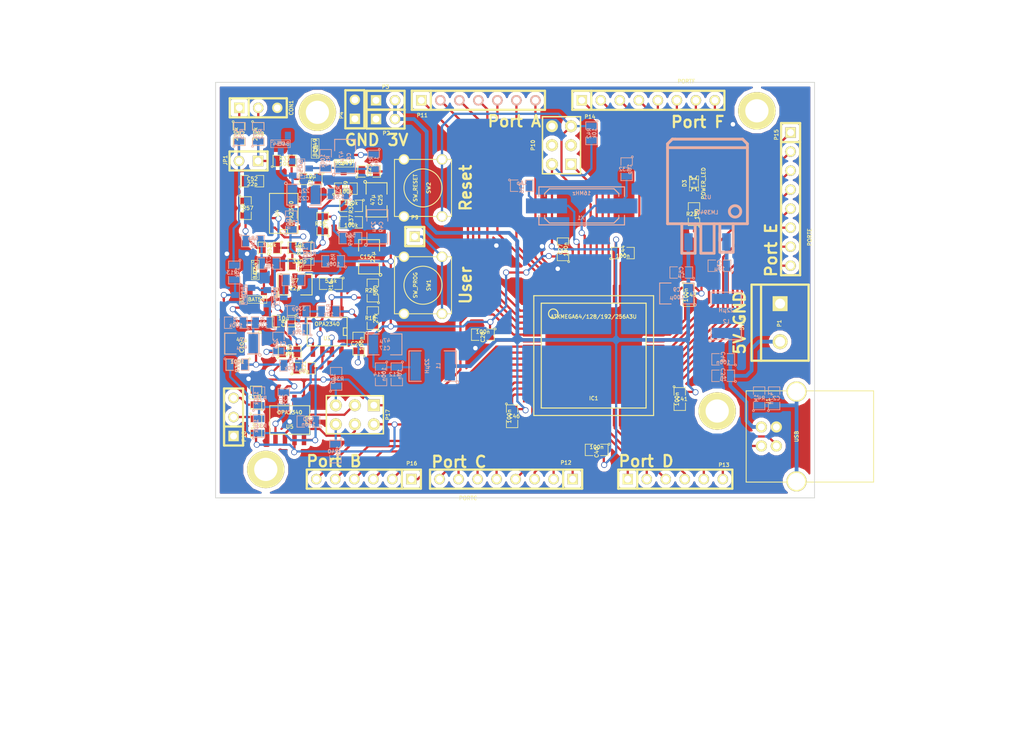
<source format=kicad_pcb>
(kicad_pcb (version 3) (host pcbnew "(2013-05-31 BZR 4019)-stable")
  (layers (15 F.Cu signal) (0 B.Cu signal) (18 B.Paste user) (19 F.Paste user) (20 B.SilkS user) (21 F.SilkS user) (22 B.Mask user) (23 F.Mask user hide) (28 Edge.Cuts user))
  (net 0 "")
  (net 1 +3.3V)
  (net 2 +3.3VADC)
  (net 3 /AUDIO_FILTER_L)
  (net 4 /AUDIO_FILTER_R)
  (net 5 /AUDIO_GAIN_L)
  (net 6 /AUDIO_GAIN_R)
  (net 7 /AUDIO_IN_L)
  (net 8 /AUDIO_IN_R)
  (net 9 /PDI_CLK)
  (net 10 /PDI_DATA)
  (net 11 /USB_D+)
  (net 12 /USB_D-)
  (net 13 AGND)
  (net 14 N-000001)
  (net 15 N-0000010)
  (net 16 N-00000100)
  (net 17 N-00000101)
  (net 18 N-00000107)
  (net 19 N-0000011)
  (net 20 N-0000012)
  (net 21 N-0000013)
  (net 22 N-0000014)
  (net 23 N-0000015)
  (net 24 N-0000016)
  (net 25 N-0000018)
  (net 26 N-0000019)
  (net 27 N-000002)
  (net 28 N-0000020)
  (net 29 N-0000021)
  (net 30 N-0000022)
  (net 31 N-0000023)
  (net 32 N-0000024)
  (net 33 N-0000025)
  (net 34 N-0000026)
  (net 35 N-0000027)
  (net 36 N-0000028)
  (net 37 N-0000029)
  (net 38 N-000003)
  (net 39 N-0000030)
  (net 40 N-0000031)
  (net 41 N-0000032)
  (net 42 N-0000033)
  (net 43 N-0000034)
  (net 44 N-0000035)
  (net 45 N-0000036)
  (net 46 N-0000037)
  (net 47 N-000004)
  (net 48 N-0000042)
  (net 49 N-0000043)
  (net 50 N-0000044)
  (net 51 N-0000045)
  (net 52 N-0000046)
  (net 53 N-0000047)
  (net 54 N-000005)
  (net 55 N-0000051)
  (net 56 N-0000052)
  (net 57 N-0000053)
  (net 58 N-0000056)
  (net 59 N-0000057)
  (net 60 N-0000058)
  (net 61 N-0000059)
  (net 62 N-000006)
  (net 63 N-0000060)
  (net 64 N-0000061)
  (net 65 N-0000062)
  (net 66 N-0000063)
  (net 67 N-0000064)
  (net 68 N-0000065)
  (net 69 N-0000067)
  (net 70 N-0000068)
  (net 71 N-0000069)
  (net 72 N-000007)
  (net 73 N-0000070)
  (net 74 N-0000071)
  (net 75 N-0000072)
  (net 76 N-0000073)
  (net 77 N-0000074)
  (net 78 N-0000075)
  (net 79 N-0000076)
  (net 80 N-0000077)
  (net 81 N-0000078)
  (net 82 N-0000079)
  (net 83 N-000008)
  (net 84 N-0000080)
  (net 85 N-0000081)
  (net 86 N-0000082)
  (net 87 N-0000083)
  (net 88 N-0000084)
  (net 89 N-0000085)
  (net 90 N-0000086)
  (net 91 N-0000087)
  (net 92 N-0000088)
  (net 93 N-0000089)
  (net 94 N-000009)
  (net 95 N-0000090)
  (net 96 N-0000091)
  (net 97 N-0000092)
  (net 98 N-0000093)
  (net 99 N-0000094)
  (net 100 N-0000095)
  (net 101 N-0000096)
  (net 102 N-0000097)
  (net 103 N-0000098)
  (module SIL-1 (layer F.Cu) (at 171.2 121.2)
    (fp_text reference P8 (at -0.2 0) (layer F.SilkS) (effects (font (size 0.5 0.5) (thickness 0.1))))
    (fp_text value Bohrung hide)
    (pad 1 thru_hole circle (at 0 0) (size 5 5) (drill 3.1) (layers *.Cu *.Mask F.SilkS))
  )
  (module SIL-1 (layer F.Cu) (at 112.5 121.4)
    (fp_text reference P6 (at 0 0) (layer F.SilkS) (effects (font (size 0.5 0.5) (thickness 0.1))))
    (fp_text value Bohrung hide)
    (pad 1 thru_hole circle (at 0 0) (size 5 5) (drill 3.1) (layers *.Cu *.Mask F.SilkS))
  )
  (module SIL-1 (layer F.Cu) (at 165.9 161.3)
    (fp_text reference P7 (at -0.2 0.2) (layer F.SilkS) (effects (font (size 0.5 0.5) (thickness 0.1))))
    (fp_text value Bohrung hide)
    (pad 1 thru_hole circle (at 0 0) (size 5 5) (drill 3.1) (layers *.Cu *.Mask F.SilkS))
  )
  (module SIL-1 (layer F.Cu) (at 105.6 169.1)
    (fp_text reference P5 (at -0.2 -0.1) (layer F.SilkS) (effects (font (size 0.5 0.5) (thickness 0.1))))
    (fp_text value Bohrung hide)
    (pad 1 thru_hole circle (at 0 0) (size 5 5) (drill 3.1) (layers *.Cu *.Mask F.SilkS))
  )
  (module USB_B (layer F.Cu) (at 176.5 164.7 90)
    (fp_text reference J1 (at 4.7 -3.8 90) (layer F.SilkS) (effects (font (size 0.5 0.5) (thickness 0.1))))
    (fp_text value USB (at 0 0 90) (layer F.SilkS) (effects (font (size 0.5 0.5) (thickness 0.1))))
    (pad 1 thru_hole circle (at 1.27 -4.699 90) (size 1.5 1.5) (drill 0.9) (layers *.Cu *.Mask F.SilkS) (net 103 N-0000098))
    (pad 2 thru_hole circle (at -1.27 -4.699 90) (size 1.5 1.5) (drill 0.9) (layers *.Cu *.Mask F.SilkS) (net 12 /USB_D-))
    (pad 3 thru_hole circle (at -1.27 -2.70002 90) (size 1.5 1.5) (drill 0.9) (layers *.Cu *.Mask F.SilkS) (net 11 /USB_D+))
    (pad 4 thru_hole circle (at 1.27 -2.70002 90) (size 1.5 1.5) (drill 0.9) (layers *.Cu *.Mask F.SilkS) (net 13 AGND))
    (pad 5 thru_hole circle (at 5.99948 0 90) (size 2.7 2.7) (drill 2.3) (layers *.Cu *.Mask F.SilkS) (net 55 N-0000051))
    (pad 6 thru_hole circle (at -5.99948 0 90) (size 2.7 2.7) (drill 2.3) (layers *.Cu *.Mask F.SilkS) (net 55 N-0000051))
  )
  (module TO263 (layer B.Cu) (at 164.6 138.7 180)
    (fp_text reference U1 (at 0 5.969 180) (layer B.SilkS) (effects (font (size 0.5 0.5) (thickness 0.1)) (justify mirror)))
    (fp_text value LM3940 (at 0 3.937 180) (layer B.SilkS) (effects (font (size 0.5 0.5) (thickness 0.1)) (justify mirror)))
    (pad 1 smd rect (at -2.54 0 180) (size 1.143 2.286) (layers B.Cu B.Paste B.Mask) (net 56 N-0000052))
    (pad 2 smd rect (at 0 10.795 180) (size 10.80008 6.9977) (layers B.Cu B.Paste B.Mask) (net 13 AGND))
    (pad 3 smd rect (at 2.54 0 180) (size 1.143 2.286) (layers B.Cu B.Paste B.Mask) (net 1 +3.3V))
    (pad 2 smd rect (at 0 0 180) (size 1.143 2.286) (layers B.Cu B.Paste B.Mask) (net 13 AGND))
  )
  (module SW_PUSH_SMALL (layer F.Cu) (at 126.6 131.5 270)
    (fp_text reference SW2 (at 0 -0.762 270) (layer F.SilkS) (effects (font (size 0.5 0.5) (thickness 0.1))))
    (fp_text value SW_RESET (at 0 1.016 270) (layer F.SilkS) (effects (font (size 0.5 0.5) (thickness 0.1))))
    (pad 1 thru_hole circle (at 3.81 -2.54 270) (size 1.4 1.4) (drill 1) (layers *.Cu *.Mask F.SilkS) (net 9 /PDI_CLK))
    (pad 2 thru_hole circle (at 3.81 2.54 270) (size 1.4 1.4) (drill 1) (layers *.Cu *.Mask F.SilkS) (net 13 AGND))
    (pad 1 thru_hole circle (at -3.81 -2.54 270) (size 1.4 1.4) (drill 1) (layers *.Cu *.Mask F.SilkS) (net 9 /PDI_CLK))
    (pad 2 thru_hole circle (at -3.81 2.54 270) (size 1.4 1.4) (drill 1) (layers *.Cu *.Mask F.SilkS) (net 13 AGND))
  )
  (module SW_PUSH_SMALL (layer F.Cu) (at 126.6 144.5 270)
    (fp_text reference SW1 (at 0 -0.762 270) (layer F.SilkS) (effects (font (size 0.5 0.5) (thickness 0.1))))
    (fp_text value SW_PROG (at 0 1.016 270) (layer F.SilkS) (effects (font (size 0.5 0.5) (thickness 0.1))))
    (pad 1 thru_hole circle (at 3.81 -2.54 270) (size 1.4 1.4) (drill 1) (layers *.Cu *.Mask F.SilkS) (net 94 N-000009))
    (pad 2 thru_hole circle (at 3.81 2.54 270) (size 1.4 1.4) (drill 1) (layers *.Cu *.Mask F.SilkS) (net 13 AGND))
    (pad 1 thru_hole circle (at -3.81 -2.54 270) (size 1.4 1.4) (drill 1) (layers *.Cu *.Mask F.SilkS) (net 94 N-000009))
    (pad 2 thru_hole circle (at -3.81 2.54 270) (size 1.4 1.4) (drill 1) (layers *.Cu *.Mask F.SilkS) (net 13 AGND))
  )
  (module SOT23 (layer F.Cu) (at 104.2 142.5 270)
    (fp_text reference D2 (at 0.1 0 270) (layer F.SilkS) (effects (font (size 0.5 0.5) (thickness 0.1))))
    (fp_text value BAT54 (at 0.0635 0 270) (layer F.SilkS) (effects (font (size 0.5 0.5) (thickness 0.1))))
    (pad 3 smd rect (at 0 -1.09982 270) (size 0.8001 1.00076) (layers F.Cu F.Paste F.Mask) (net 17 N-00000101))
    (pad 2 smd rect (at 0.9525 1.09982 270) (size 0.8001 1.00076) (layers F.Cu F.Paste F.Mask))
    (pad 1 smd rect (at -0.9525 1.09982 270) (size 0.8001 1.00076) (layers F.Cu F.Paste F.Mask) (net 13 AGND))
  )
  (module SOT23 (layer B.Cu) (at 106.9 146.1 90)
    (fp_text reference Q2 (at 0.1 0 90) (layer B.SilkS) (effects (font (size 0.5 0.5) (thickness 0.1)) (justify mirror)))
    (fp_text value BC849 (at 0.0635 0 90) (layer B.SilkS) (effects (font (size 0.5 0.5) (thickness 0.1)) (justify mirror)))
    (pad 3 smd rect (at 0 1.09982 90) (size 0.8001 1.00076) (layers B.Cu B.Paste B.Mask) (net 37 N-0000029))
    (pad 2 smd rect (at 0.9525 -1.09982 90) (size 0.8001 1.00076) (layers B.Cu B.Paste B.Mask) (net 36 N-0000028))
    (pad 1 smd rect (at -0.9525 -1.09982 90) (size 0.8001 1.00076) (layers B.Cu B.Paste B.Mask) (net 40 N-0000031))
  )
  (module SOT23 (layer B.Cu) (at 102.6 145.8 270)
    (fp_text reference Q3 (at 0 -0.1 270) (layer B.SilkS) (effects (font (size 0.5 0.5) (thickness 0.1)) (justify mirror)))
    (fp_text value BC849 (at 0.0635 0 270) (layer B.SilkS) (effects (font (size 0.5 0.5) (thickness 0.1)) (justify mirror)))
    (pad 3 smd rect (at 0 1.09982 270) (size 0.8001 1.00076) (layers B.Cu B.Paste B.Mask) (net 35 N-0000027))
    (pad 2 smd rect (at 0.9525 -1.09982 270) (size 0.8001 1.00076) (layers B.Cu B.Paste B.Mask) (net 13 AGND))
    (pad 1 smd rect (at -0.9525 -1.09982 270) (size 0.8001 1.00076) (layers B.Cu B.Paste B.Mask) (net 36 N-0000028))
  )
  (module SOT23 (layer F.Cu) (at 116 128.2 180)
    (fp_text reference Q4 (at 0 0 180) (layer F.SilkS) (effects (font (size 0.5 0.5) (thickness 0.1))))
    (fp_text value BC849 (at 0.0635 0 180) (layer F.SilkS) (effects (font (size 0.5 0.5) (thickness 0.1))))
    (pad 3 smd rect (at 0 -1.09982 180) (size 0.8001 1.00076) (layers F.Cu F.Paste F.Mask) (net 100 N-0000095))
    (pad 2 smd rect (at 0.9525 1.09982 180) (size 0.8001 1.00076) (layers F.Cu F.Paste F.Mask) (net 96 N-0000091))
    (pad 1 smd rect (at -0.9525 1.09982 180) (size 0.8001 1.00076) (layers F.Cu F.Paste F.Mask) (net 101 N-0000096))
  )
  (module SOT23 (layer B.Cu) (at 107.6 125.6)
    (fp_text reference D5 (at 0.1 0) (layer B.SilkS) (effects (font (size 0.5 0.5) (thickness 0.1)) (justify mirror)))
    (fp_text value BAT54 (at 0.0635 0) (layer B.SilkS) (effects (font (size 0.5 0.5) (thickness 0.1)) (justify mirror)))
    (pad 3 smd rect (at 0 1.09982) (size 0.8001 1.00076) (layers B.Cu B.Paste B.Mask) (net 18 N-00000107))
    (pad 2 smd rect (at 0.9525 -1.09982) (size 0.8001 1.00076) (layers B.Cu B.Paste B.Mask))
    (pad 1 smd rect (at -0.9525 -1.09982) (size 0.8001 1.00076) (layers B.Cu B.Paste B.Mask) (net 13 AGND))
  )
  (module SOT23 (layer B.Cu) (at 110.3 128.9 90)
    (fp_text reference D4 (at 0 -0.1 90) (layer B.SilkS) (effects (font (size 0.5 0.5) (thickness 0.1)) (justify mirror)))
    (fp_text value BAT54 (at 0.0635 0 90) (layer B.SilkS) (effects (font (size 0.5 0.5) (thickness 0.1)) (justify mirror)))
    (pad 3 smd rect (at 0 1.09982 90) (size 0.8001 1.00076) (layers B.Cu B.Paste B.Mask) (net 63 N-0000060))
    (pad 2 smd rect (at 0.9525 -1.09982 90) (size 0.8001 1.00076) (layers B.Cu B.Paste B.Mask))
    (pad 1 smd rect (at -0.9525 -1.09982 90) (size 0.8001 1.00076) (layers B.Cu B.Paste B.Mask) (net 18 N-00000107))
  )
  (module SOT23 (layer F.Cu) (at 104.4 146.4 180)
    (fp_text reference D1 (at 1.99898 -0.09906 270) (layer F.SilkS) (effects (font (size 0.5 0.5) (thickness 0.1))))
    (fp_text value BAT54 (at 0.0635 0 180) (layer F.SilkS) (effects (font (size 0.5 0.5) (thickness 0.1))))
    (pad 3 smd rect (at 0 -1.09982 180) (size 0.8001 1.00076) (layers F.Cu F.Paste F.Mask) (net 39 N-0000030))
    (pad 2 smd rect (at 0.9525 1.09982 180) (size 0.8001 1.00076) (layers F.Cu F.Paste F.Mask))
    (pad 1 smd rect (at -0.9525 1.09982 180) (size 0.8001 1.00076) (layers F.Cu F.Paste F.Mask) (net 17 N-00000101))
  )
  (module SOT23 (layer F.Cu) (at 112.2 126.2 90)
    (fp_text reference Q5 (at 0 0.1 90) (layer F.SilkS) (effects (font (size 0.5 0.5) (thickness 0.1))))
    (fp_text value BC849 (at 0.0635 0 90) (layer F.SilkS) (effects (font (size 0.5 0.5) (thickness 0.1))))
    (pad 3 smd rect (at 0 -1.09982 90) (size 0.8001 1.00076) (layers F.Cu F.Paste F.Mask) (net 99 N-0000094))
    (pad 2 smd rect (at 0.9525 1.09982 90) (size 0.8001 1.00076) (layers F.Cu F.Paste F.Mask) (net 13 AGND))
    (pad 1 smd rect (at -0.9525 1.09982 90) (size 0.8001 1.00076) (layers F.Cu F.Paste F.Mask) (net 96 N-0000091))
  )
  (module SO8E (layer F.Cu) (at 113.8 150.7 180)
    (fp_text reference U3 (at 0 -0.889 180) (layer F.SilkS) (effects (font (size 0.5 0.5) (thickness 0.1))))
    (fp_text value OPA2340 (at 0 1.016 180) (layer F.SilkS) (effects (font (size 0.5 0.5) (thickness 0.1))))
    (pad 8 smd rect (at -1.905 -2.667 180) (size 0.59944 1.39954) (layers F.Cu F.Paste F.Mask) (net 2 +3.3VADC))
    (pad 1 smd rect (at -1.905 2.667 180) (size 0.59944 1.39954) (layers F.Cu F.Paste F.Mask) (net 90 N-0000086))
    (pad 7 smd rect (at -0.635 -2.667 180) (size 0.59944 1.39954) (layers F.Cu F.Paste F.Mask) (net 92 N-0000088))
    (pad 6 smd rect (at 0.635 -2.667 180) (size 0.59944 1.39954) (layers F.Cu F.Paste F.Mask) (net 92 N-0000088))
    (pad 5 smd rect (at 1.905 -2.667 180) (size 0.59944 1.39954) (layers F.Cu F.Paste F.Mask) (net 93 N-0000089))
    (pad 2 smd rect (at -0.635 2.667 180) (size 0.59944 1.39954) (layers F.Cu F.Paste F.Mask) (net 43 N-0000034))
    (pad 3 smd rect (at 0.635 2.667 180) (size 0.59944 1.39954) (layers F.Cu F.Paste F.Mask) (net 44 N-0000035))
    (pad 4 smd rect (at 1.905 2.667 180) (size 0.59944 1.39954) (layers F.Cu F.Paste F.Mask) (net 13 AGND))
  )
  (module SO8E (layer F.Cu) (at 108 134.9 90)
    (fp_text reference U4 (at 0 -0.889 90) (layer F.SilkS) (effects (font (size 0.5 0.5) (thickness 0.1))))
    (fp_text value OPA2340 (at 0 1.016 90) (layer F.SilkS) (effects (font (size 0.5 0.5) (thickness 0.1))))
    (pad 8 smd rect (at -1.905 -2.667 90) (size 0.59944 1.39954) (layers F.Cu F.Paste F.Mask) (net 2 +3.3VADC))
    (pad 1 smd rect (at -1.905 2.667 90) (size 0.59944 1.39954) (layers F.Cu F.Paste F.Mask) (net 64 N-0000061))
    (pad 7 smd rect (at -0.635 -2.667 90) (size 0.59944 1.39954) (layers F.Cu F.Paste F.Mask) (net 58 N-0000056))
    (pad 6 smd rect (at 0.635 -2.667 90) (size 0.59944 1.39954) (layers F.Cu F.Paste F.Mask) (net 58 N-0000056))
    (pad 5 smd rect (at 1.905 -2.667 90) (size 0.59944 1.39954) (layers F.Cu F.Paste F.Mask) (net 68 N-0000065))
    (pad 2 smd rect (at -0.635 2.667 90) (size 0.59944 1.39954) (layers F.Cu F.Paste F.Mask) (net 65 N-0000062))
    (pad 3 smd rect (at 0.635 2.667 90) (size 0.59944 1.39954) (layers F.Cu F.Paste F.Mask) (net 97 N-0000092))
    (pad 4 smd rect (at 1.905 2.667 90) (size 0.59944 1.39954) (layers F.Cu F.Paste F.Mask) (net 13 AGND))
  )
  (module SM1812 (layer B.Cu) (at 127.9 155.3 180)
    (fp_text reference L1 (at -0.74676 0 450) (layer B.SilkS) (effects (font (size 0.5 0.5) (thickness 0.1)) (justify mirror)))
    (fp_text value 22µH (at 0.762 0 450) (layer B.SilkS) (effects (font (size 0.5 0.5) (thickness 0.1)) (justify mirror)))
    (pad 1 smd rect (at -2.286 0 180) (size 1.397 3.81) (layers B.Cu B.Paste B.Mask) (net 1 +3.3V))
    (pad 2 smd rect (at 2.286 0 180) (size 1.397 3.81) (layers B.Cu B.Paste B.Mask) (net 2 +3.3VADC))
  )
  (module SM1812 (layer B.Cu) (at 167.1 148.6 90)
    (fp_text reference L2 (at -0.74676 0 360) (layer B.SilkS) (effects (font (size 0.5 0.5) (thickness 0.1)) (justify mirror)))
    (fp_text value 22µH (at 0.762 0 360) (layer B.SilkS) (effects (font (size 0.5 0.5) (thickness 0.1)) (justify mirror)))
    (pad 1 smd rect (at -2.286 0 90) (size 1.397 3.81) (layers B.Cu B.Paste B.Mask) (net 103 N-0000098))
    (pad 2 smd rect (at 2.286 0 90) (size 1.397 3.81) (layers B.Cu B.Paste B.Mask) (net 56 N-0000052))
  )
  (module SM1210 (layer B.Cu) (at 110.7 132.4)
    (fp_text reference C23 (at 0 0.508) (layer B.SilkS) (effects (font (size 0.5 0.5) (thickness 0.1)) (justify mirror)))
    (fp_text value 22µ (at 0 -0.508) (layer B.SilkS) (effects (font (size 0.5 0.5) (thickness 0.1)) (justify mirror)))
    (pad 1 smd rect (at -1.524 0) (size 1.27 2.54) (layers B.Cu B.Paste B.Mask) (net 18 N-00000107))
    (pad 2 smd rect (at 1.524 0) (size 1.27 2.54) (layers B.Cu B.Paste B.Mask) (net 61 N-0000059))
  )
  (module SM1210 (layer B.Cu) (at 116.2 127.3 90)
    (fp_text reference C6 (at 0 0.508 90) (layer B.SilkS) (effects (font (size 0.5 0.5) (thickness 0.1)) (justify mirror)))
    (fp_text value 47µ (at 0 -0.508 90) (layer B.SilkS) (effects (font (size 0.5 0.5) (thickness 0.1)) (justify mirror)))
    (pad 1 smd rect (at -1.524 0 90) (size 1.27 2.54) (layers B.Cu B.Paste B.Mask) (net 63 N-0000060))
    (pad 2 smd rect (at 1.524 0 90) (size 1.27 2.54) (layers B.Cu B.Paste B.Mask) (net 13 AGND))
  )
  (module SM1210 (layer F.Cu) (at 119.4 140.7 90)
    (fp_text reference C15 (at 0 -0.508 180) (layer F.SilkS) (effects (font (size 0.5 0.5) (thickness 0.1))))
    (fp_text value 22µ (at 0 0.508 90) (layer F.SilkS) (effects (font (size 0.5 0.5) (thickness 0.1))))
    (pad 1 smd rect (at -1.524 0 90) (size 1.27 2.54) (layers F.Cu F.Paste F.Mask) (net 42 N-0000033))
    (pad 2 smd rect (at 1.524 0 90) (size 1.27 2.54) (layers F.Cu F.Paste F.Mask) (net 13 AGND))
  )
  (module SM1210 (layer F.Cu) (at 109.5 144.4)
    (fp_text reference C7 (at 0 -0.508) (layer F.SilkS) (effects (font (size 0.5 0.5) (thickness 0.1))))
    (fp_text value 22µ (at 0 0.508) (layer F.SilkS) (effects (font (size 0.5 0.5) (thickness 0.1))))
    (pad 1 smd rect (at -1.524 0) (size 1.27 2.54) (layers F.Cu F.Paste F.Mask) (net 17 N-00000101))
    (pad 2 smd rect (at 1.524 0) (size 1.27 2.54) (layers F.Cu F.Paste F.Mask) (net 41 N-0000032))
  )
  (module SM1210 (layer B.Cu) (at 121.5 152.4)
    (fp_text reference C17 (at 0 0.508) (layer B.SilkS) (effects (font (size 0.5 0.5) (thickness 0.1)) (justify mirror)))
    (fp_text value 47µ (at 0 -0.508) (layer B.SilkS) (effects (font (size 0.5 0.5) (thickness 0.1)) (justify mirror)))
    (pad 1 smd rect (at -1.524 0) (size 1.27 2.54) (layers B.Cu B.Paste B.Mask) (net 2 +3.3VADC))
    (pad 2 smd rect (at 1.524 0) (size 1.27 2.54) (layers B.Cu B.Paste B.Mask) (net 13 AGND))
  )
  (module SM1210 (layer F.Cu) (at 102.4 152.3 180)
    (fp_text reference C10 (at 0 -0.508 270) (layer F.SilkS) (effects (font (size 0.5 0.5) (thickness 0.1))))
    (fp_text value 47µ (at 0 0.508 180) (layer F.SilkS) (effects (font (size 0.5 0.5) (thickness 0.1))))
    (pad 1 smd rect (at -1.524 0 180) (size 1.27 2.54) (layers F.Cu F.Paste F.Mask) (net 34 N-0000026))
    (pad 2 smd rect (at 1.524 0 180) (size 1.27 2.54) (layers F.Cu F.Paste F.Mask) (net 13 AGND))
  )
  (module SM1210 (layer B.Cu) (at 160.5 145.6 180)
    (fp_text reference C9 (at 0 0.508 180) (layer B.SilkS) (effects (font (size 0.5 0.5) (thickness 0.1)) (justify mirror)))
    (fp_text value 100µ (at 0 -0.508 180) (layer B.SilkS) (effects (font (size 0.5 0.5) (thickness 0.1)) (justify mirror)))
    (pad 1 smd rect (at -1.524 0 180) (size 1.27 2.54) (layers B.Cu B.Paste B.Mask) (net 1 +3.3V))
    (pad 2 smd rect (at 1.524 0 180) (size 1.27 2.54) (layers B.Cu B.Paste B.Mask) (net 13 AGND))
  )
  (module SM1210 (layer B.Cu) (at 102.4 152.3 180)
    (fp_text reference C4 (at 0 0.508 180) (layer B.SilkS) (effects (font (size 0.5 0.5) (thickness 0.1)) (justify mirror)))
    (fp_text value 47µ (at 0 -0.508 180) (layer B.SilkS) (effects (font (size 0.5 0.5) (thickness 0.1)) (justify mirror)))
    (pad 1 smd rect (at -1.524 0 180) (size 1.27 2.54) (layers B.Cu B.Paste B.Mask) (net 39 N-0000030))
    (pad 2 smd rect (at 1.524 0 180) (size 1.27 2.54) (layers B.Cu B.Paste B.Mask) (net 13 AGND))
  )
  (module SM1210 (layer B.Cu) (at 120.5 136.7 90)
    (fp_text reference C49 (at 0 0.508 90) (layer B.SilkS) (effects (font (size 0.5 0.5) (thickness 0.1)) (justify mirror)))
    (fp_text value 22µ (at 0 -0.508 90) (layer B.SilkS) (effects (font (size 0.5 0.5) (thickness 0.1)) (justify mirror)))
    (pad 1 smd rect (at -1.524 0 90) (size 1.27 2.54) (layers B.Cu B.Paste B.Mask) (net 16 N-00000100))
    (pad 2 smd rect (at 1.524 0 90) (size 1.27 2.54) (layers B.Cu B.Paste B.Mask) (net 13 AGND))
  )
  (module SM1210 (layer F.Cu) (at 120.4 133.1 270)
    (fp_text reference C25 (at 0 -0.508 270) (layer F.SilkS) (effects (font (size 0.5 0.5) (thickness 0.1))))
    (fp_text value 47µ (at 0 0.508 270) (layer F.SilkS) (effects (font (size 0.5 0.5) (thickness 0.1))))
    (pad 1 smd rect (at -1.524 0 270) (size 1.27 2.54) (layers F.Cu F.Paste F.Mask) (net 98 N-0000093))
    (pad 2 smd rect (at 1.524 0 270) (size 1.27 2.54) (layers F.Cu F.Paste F.Mask) (net 13 AGND))
  )
  (module SM0805 (layer F.Cu) (at 111.6 130.3 180)
    (fp_text reference C24 (at 0 -0.3175 270) (layer F.SilkS) (effects (font (size 0.5 0.5) (thickness 0.1))))
    (fp_text value 10µ (at 0 0.381 180) (layer F.SilkS) (effects (font (size 0.5 0.5) (thickness 0.1))))
    (pad 1 smd rect (at -0.9525 0 180) (size 0.889 1.397) (layers F.Cu F.Paste F.Mask) (net 97 N-0000092))
    (pad 2 smd rect (at 0.9525 0 180) (size 0.889 1.397) (layers F.Cu F.Paste F.Mask) (net 99 N-0000094))
  )
  (module SM0805 (layer B.Cu) (at 109 136.1 90)
    (fp_text reference C55 (at 0 0.3175 360) (layer B.SilkS) (effects (font (size 0.5 0.5) (thickness 0.1)) (justify mirror)))
    (fp_text value 100n (at 0 -0.381 90) (layer B.SilkS) (effects (font (size 0.5 0.5) (thickness 0.1)) (justify mirror)))
    (pad 1 smd rect (at -0.9525 0 90) (size 0.889 1.397) (layers B.Cu B.Paste B.Mask) (net 2 +3.3VADC))
    (pad 2 smd rect (at 0.9525 0 90) (size 0.889 1.397) (layers B.Cu B.Paste B.Mask) (net 13 AGND))
  )
  (module SM0805 (layer B.Cu) (at 116.9 138.2)
    (fp_text reference R49 (at 0 0.3175 90) (layer B.SilkS) (effects (font (size 0.5 0.5) (thickness 0.1)) (justify mirror)))
    (fp_text value 560 (at 0 -0.381) (layer B.SilkS) (effects (font (size 0.5 0.5) (thickness 0.1)) (justify mirror)))
    (pad 1 smd rect (at -0.9525 0) (size 0.889 1.397) (layers B.Cu B.Paste B.Mask) (net 65 N-0000062))
    (pad 2 smd rect (at 0.9525 0) (size 0.889 1.397) (layers B.Cu B.Paste B.Mask) (net 16 N-00000100))
  )
  (module SM0805 (layer F.Cu) (at 113.2 136.3 90)
    (fp_text reference R35 (at 0 -0.3175 180) (layer F.SilkS) (effects (font (size 0.5 0.5) (thickness 0.1))))
    (fp_text value 27k (at 0 0.381 90) (layer F.SilkS) (effects (font (size 0.5 0.5) (thickness 0.1))))
    (pad 1 smd rect (at -0.9525 0 90) (size 0.889 1.397) (layers F.Cu F.Paste F.Mask) (net 64 N-0000061))
    (pad 2 smd rect (at 0.9525 0 90) (size 0.889 1.397) (layers F.Cu F.Paste F.Mask) (net 65 N-0000062))
  )
  (module SM0805 (layer B.Cu) (at 153.8 129 270)
    (fp_text reference C32 (at 0 0.3175 540) (layer B.SilkS) (effects (font (size 0.5 0.5) (thickness 0.1)) (justify mirror)))
    (fp_text value 16p (at 0 -0.381 270) (layer B.SilkS) (effects (font (size 0.5 0.5) (thickness 0.1)) (justify mirror)))
    (pad 1 smd rect (at -0.9525 0 270) (size 0.889 1.397) (layers B.Cu B.Paste B.Mask) (net 13 AGND))
    (pad 2 smd rect (at 0.9525 0 270) (size 0.889 1.397) (layers B.Cu B.Paste B.Mask) (net 88 N-0000084))
  )
  (module SM0805 (layer B.Cu) (at 166.7 156.6 180)
    (fp_text reference C35 (at 0 0.3175 270) (layer B.SilkS) (effects (font (size 0.5 0.5) (thickness 0.1)) (justify mirror)))
    (fp_text value 1µ (at 0 -0.381 180) (layer B.SilkS) (effects (font (size 0.5 0.5) (thickness 0.1)) (justify mirror)))
    (pad 1 smd rect (at -0.9525 0 180) (size 0.889 1.397) (layers B.Cu B.Paste B.Mask) (net 103 N-0000098))
    (pad 2 smd rect (at 0.9525 0 180) (size 0.889 1.397) (layers B.Cu B.Paste B.Mask) (net 13 AGND))
  )
  (module SM0805 (layer B.Cu) (at 166.7 154.4 180)
    (fp_text reference C48 (at 0 0.3175 270) (layer B.SilkS) (effects (font (size 0.5 0.5) (thickness 0.1)) (justify mirror)))
    (fp_text value 100n (at 0 -0.381 180) (layer B.SilkS) (effects (font (size 0.5 0.5) (thickness 0.1)) (justify mirror)))
    (pad 1 smd rect (at -0.9525 0 180) (size 0.889 1.397) (layers B.Cu B.Paste B.Mask) (net 103 N-0000098))
    (pad 2 smd rect (at 0.9525 0 180) (size 0.889 1.397) (layers B.Cu B.Paste B.Mask) (net 13 AGND))
  )
  (module SM0805 (layer F.Cu) (at 119.4 129.3)
    (fp_text reference R29 (at 0 -0.3175 90) (layer F.SilkS) (effects (font (size 0.5 0.5) (thickness 0.1))))
    (fp_text value 1k (at 0 0.381) (layer F.SilkS) (effects (font (size 0.5 0.5) (thickness 0.1))))
    (pad 1 smd rect (at -0.9525 0) (size 0.889 1.397) (layers F.Cu F.Paste F.Mask) (net 100 N-0000095))
    (pad 2 smd rect (at 0.9525 0) (size 0.889 1.397) (layers F.Cu F.Paste F.Mask) (net 2 +3.3VADC))
  )
  (module SM0805 (layer B.Cu) (at 102.1 124.3 90)
    (fp_text reference R75 (at 0 0.3175 90) (layer B.SilkS) (effects (font (size 0.5 0.5) (thickness 0.1)) (justify mirror)))
    (fp_text value 47k (at 0 -0.381 90) (layer B.SilkS) (effects (font (size 0.5 0.5) (thickness 0.1)) (justify mirror)))
    (pad 1 smd rect (at -0.9525 0 90) (size 0.889 1.397) (layers B.Cu B.Paste B.Mask) (net 7 /AUDIO_IN_L))
    (pad 2 smd rect (at 0.9525 0 90) (size 0.889 1.397) (layers B.Cu B.Paste B.Mask) (net 13 AGND))
  )
  (module SM0805 (layer F.Cu) (at 102.9 134.2 270)
    (fp_text reference R57 (at 0 -0.3175 360) (layer F.SilkS) (effects (font (size 0.5 0.5) (thickness 0.1))))
    (fp_text value 47k (at 0 0.381 270) (layer F.SilkS) (effects (font (size 0.5 0.5) (thickness 0.1))))
    (pad 1 smd rect (at -0.9525 0 270) (size 0.889 1.397) (layers F.Cu F.Paste F.Mask) (net 68 N-0000065))
    (pad 2 smd rect (at 0.9525 0 270) (size 0.889 1.397) (layers F.Cu F.Paste F.Mask) (net 67 N-0000064))
  )
  (module SM0805 (layer F.Cu) (at 117 133.9 180)
    (fp_text reference R36 (at 0 -0.3175 270) (layer F.SilkS) (effects (font (size 0.5 0.5) (thickness 0.1))))
    (fp_text value 100k (at 0 0.381 180) (layer F.SilkS) (effects (font (size 0.5 0.5) (thickness 0.1))))
    (pad 1 smd rect (at -0.9525 0 180) (size 0.889 1.397) (layers F.Cu F.Paste F.Mask) (net 2 +3.3VADC))
    (pad 2 smd rect (at 0.9525 0 180) (size 0.889 1.397) (layers F.Cu F.Paste F.Mask) (net 98 N-0000093))
  )
  (module SM0805 (layer F.Cu) (at 117 136.1)
    (fp_text reference R37 (at 0 -0.3175 90) (layer F.SilkS) (effects (font (size 0.5 0.5) (thickness 0.1))))
    (fp_text value 100k (at 0 0.381) (layer F.SilkS) (effects (font (size 0.5 0.5) (thickness 0.1))))
    (pad 1 smd rect (at -0.9525 0) (size 0.889 1.397) (layers F.Cu F.Paste F.Mask) (net 98 N-0000093))
    (pad 2 smd rect (at 0.9525 0) (size 0.889 1.397) (layers F.Cu F.Paste F.Mask) (net 13 AGND))
  )
  (module SM0805 (layer F.Cu) (at 108.1 127.9)
    (fp_text reference R33 (at 0 -0.3175) (layer F.SilkS) (effects (font (size 0.5 0.5) (thickness 0.1))))
    (fp_text value 10k (at 0 0.381) (layer F.SilkS) (effects (font (size 0.5 0.5) (thickness 0.1))))
    (pad 1 smd rect (at -0.9525 0) (size 0.889 1.397) (layers F.Cu F.Paste F.Mask) (net 8 /AUDIO_IN_R))
    (pad 2 smd rect (at 0.9525 0) (size 0.889 1.397) (layers F.Cu F.Paste F.Mask) (net 99 N-0000094))
  )
  (module SM0805 (layer B.Cu) (at 120 128 270)
    (fp_text reference R14 (at 0 0.3175 270) (layer B.SilkS) (effects (font (size 0.5 0.5) (thickness 0.1)) (justify mirror)))
    (fp_text value 10k (at 0 -0.381 270) (layer B.SilkS) (effects (font (size 0.5 0.5) (thickness 0.1)) (justify mirror)))
    (pad 1 smd rect (at -0.9525 0 270) (size 0.889 1.397) (layers B.Cu B.Paste B.Mask) (net 101 N-0000096))
    (pad 2 smd rect (at 0.9525 0 270) (size 0.889 1.397) (layers B.Cu B.Paste B.Mask) (net 63 N-0000060))
  )
  (module SM0805 (layer B.Cu) (at 113.6 127.9 90)
    (fp_text reference R17 (at 0 0.3175 90) (layer B.SilkS) (effects (font (size 0.5 0.5) (thickness 0.1)) (justify mirror)))
    (fp_text value 100k (at 0 -0.381 90) (layer B.SilkS) (effects (font (size 0.5 0.5) (thickness 0.1)) (justify mirror)))
    (pad 1 smd rect (at -0.9525 0 90) (size 0.889 1.397) (layers B.Cu B.Paste B.Mask) (net 63 N-0000060))
    (pad 2 smd rect (at 0.9525 0 90) (size 0.889 1.397) (layers B.Cu B.Paste B.Mask) (net 13 AGND))
  )
  (module SM0805 (layer B.Cu) (at 115.3 132.3 180)
    (fp_text reference R34 (at 0 0.3175 270) (layer B.SilkS) (effects (font (size 0.5 0.5) (thickness 0.1)) (justify mirror)))
    (fp_text value 5,6k (at 0 -0.381 180) (layer B.SilkS) (effects (font (size 0.5 0.5) (thickness 0.1)) (justify mirror)))
    (pad 1 smd rect (at -0.9525 0 180) (size 0.889 1.397) (layers B.Cu B.Paste B.Mask) (net 64 N-0000061))
    (pad 2 smd rect (at 0.9525 0 180) (size 0.889 1.397) (layers B.Cu B.Paste B.Mask) (net 61 N-0000059))
  )
  (module SM0805 (layer F.Cu) (at 110.1 139.5 180)
    (fp_text reference R48 (at 0 -0.3175 270) (layer F.SilkS) (effects (font (size 0.5 0.5) (thickness 0.1))))
    (fp_text value 10k (at 0 0.381 180) (layer F.SilkS) (effects (font (size 0.5 0.5) (thickness 0.1))))
    (pad 1 smd rect (at -0.9525 0 180) (size 0.889 1.397) (layers F.Cu F.Paste F.Mask) (net 64 N-0000061))
    (pad 2 smd rect (at 0.9525 0 180) (size 0.889 1.397) (layers F.Cu F.Paste F.Mask) (net 66 N-0000063))
  )
  (module SM0805 (layer F.Cu) (at 106.1 139.5 180)
    (fp_text reference R52 (at 0 -0.3175 270) (layer F.SilkS) (effects (font (size 0.5 0.5) (thickness 0.1))))
    (fp_text value 150k (at 0 0.381 180) (layer F.SilkS) (effects (font (size 0.5 0.5) (thickness 0.1))))
    (pad 1 smd rect (at -0.9525 0 180) (size 0.889 1.397) (layers F.Cu F.Paste F.Mask) (net 66 N-0000063))
    (pad 2 smd rect (at 0.9525 0 180) (size 0.889 1.397) (layers F.Cu F.Paste F.Mask) (net 67 N-0000064))
  )
  (module SM0805 (layer F.Cu) (at 110.1 141.7 180)
    (fp_text reference C29 (at 0 -0.3175 270) (layer F.SilkS) (effects (font (size 0.5 0.5) (thickness 0.1))))
    (fp_text value 330p (at 0 0.381 180) (layer F.SilkS) (effects (font (size 0.5 0.5) (thickness 0.1))))
    (pad 1 smd rect (at -0.9525 0 180) (size 0.889 1.397) (layers F.Cu F.Paste F.Mask) (net 13 AGND))
    (pad 2 smd rect (at 0.9525 0 180) (size 0.889 1.397) (layers F.Cu F.Paste F.Mask) (net 66 N-0000063))
  )
  (module SM0805 (layer F.Cu) (at 116.3 131.6)
    (fp_text reference R39 (at 0 -0.3175 90) (layer F.SilkS) (effects (font (size 0.5 0.5) (thickness 0.1))))
    (fp_text value 100k (at 0 0.381) (layer F.SilkS) (effects (font (size 0.5 0.5) (thickness 0.1))))
    (pad 1 smd rect (at -0.9525 0) (size 0.889 1.397) (layers F.Cu F.Paste F.Mask) (net 97 N-0000092))
    (pad 2 smd rect (at 0.9525 0) (size 0.889 1.397) (layers F.Cu F.Paste F.Mask) (net 98 N-0000093))
  )
  (module SM0805 (layer B.Cu) (at 103.9 138.6)
    (fp_text reference C56 (at 0 0.3175 90) (layer B.SilkS) (effects (font (size 0.5 0.5) (thickness 0.1)) (justify mirror)))
    (fp_text value 68p (at 0 -0.381) (layer B.SilkS) (effects (font (size 0.5 0.5) (thickness 0.1)) (justify mirror)))
    (pad 1 smd rect (at -0.9525 0) (size 0.889 1.397) (layers B.Cu B.Paste B.Mask) (net 67 N-0000064))
    (pad 2 smd rect (at 0.9525 0) (size 0.889 1.397) (layers B.Cu B.Paste B.Mask) (net 58 N-0000056))
  )
  (module SM0805 (layer F.Cu) (at 103.8 130.6)
    (fp_text reference C52 (at 0 -0.3175) (layer F.SilkS) (effects (font (size 0.5 0.5) (thickness 0.1))))
    (fp_text value 22p (at 0 0.381) (layer F.SilkS) (effects (font (size 0.5 0.5) (thickness 0.1))))
    (pad 1 smd rect (at -0.9525 0) (size 0.889 1.397) (layers F.Cu F.Paste F.Mask) (net 68 N-0000065))
    (pad 2 smd rect (at 0.9525 0) (size 0.889 1.397) (layers F.Cu F.Paste F.Mask) (net 13 AGND))
  )
  (module SM0805 (layer B.Cu) (at 114.6 141.3 180)
    (fp_text reference R67 (at 0 0.3175 450) (layer B.SilkS) (effects (font (size 0.5 0.5) (thickness 0.1)) (justify mirror)))
    (fp_text value 100k (at 0 -0.381 180) (layer B.SilkS) (effects (font (size 0.5 0.5) (thickness 0.1)) (justify mirror)))
    (pad 1 smd rect (at -0.9525 0 180) (size 0.889 1.397) (layers B.Cu B.Paste B.Mask) (net 2 +3.3VADC))
    (pad 2 smd rect (at 0.9525 0 180) (size 0.889 1.397) (layers B.Cu B.Paste B.Mask) (net 4 /AUDIO_FILTER_R))
  )
  (module SM0805 (layer B.Cu) (at 111.3 140.3 90)
    (fp_text reference R69 (at 0 0.3175 360) (layer B.SilkS) (effects (font (size 0.5 0.5) (thickness 0.1)) (justify mirror)))
    (fp_text value 100k (at 0 -0.381 90) (layer B.SilkS) (effects (font (size 0.5 0.5) (thickness 0.1)) (justify mirror)))
    (pad 1 smd rect (at -0.9525 0 90) (size 0.889 1.397) (layers B.Cu B.Paste B.Mask) (net 4 /AUDIO_FILTER_R))
    (pad 2 smd rect (at 0.9525 0 90) (size 0.889 1.397) (layers B.Cu B.Paste B.Mask) (net 13 AGND))
  )
  (module SM0805 (layer B.Cu) (at 106 141.6 180)
    (fp_text reference C70 (at 0 0.3175 270) (layer B.SilkS) (effects (font (size 0.5 0.5) (thickness 0.1)) (justify mirror)))
    (fp_text value 10µ (at 0 -0.381 180) (layer B.SilkS) (effects (font (size 0.5 0.5) (thickness 0.1)) (justify mirror)))
    (pad 1 smd rect (at -0.9525 0 180) (size 0.889 1.397) (layers B.Cu B.Paste B.Mask) (net 4 /AUDIO_FILTER_R))
    (pad 2 smd rect (at 0.9525 0 180) (size 0.889 1.397) (layers B.Cu B.Paste B.Mask) (net 58 N-0000056))
  )
  (module SM0805 (layer F.Cu) (at 108 149.3 180)
    (fp_text reference C8 (at 0 -0.3175 270) (layer F.SilkS) (effects (font (size 0.5 0.5) (thickness 0.1))))
    (fp_text value 10µ (at 0 0.381 180) (layer F.SilkS) (effects (font (size 0.5 0.5) (thickness 0.1))))
    (pad 1 smd rect (at -0.9525 0 180) (size 0.889 1.397) (layers F.Cu F.Paste F.Mask) (net 44 N-0000035))
    (pad 2 smd rect (at 0.9525 0 180) (size 0.889 1.397) (layers F.Cu F.Paste F.Mask) (net 35 N-0000027))
  )
  (module SM0805 (layer F.Cu) (at 102 124.3 270)
    (fp_text reference R7 (at 0 -0.3175 360) (layer F.SilkS) (effects (font (size 0.5 0.5) (thickness 0.1))))
    (fp_text value 270k (at 0 0.381 270) (layer F.SilkS) (effects (font (size 0.5 0.5) (thickness 0.1))))
    (pad 1 smd rect (at -0.9525 0 270) (size 0.889 1.397) (layers F.Cu F.Paste F.Mask) (net 45 N-0000036))
    (pad 2 smd rect (at 0.9525 0 270) (size 0.889 1.397) (layers F.Cu F.Paste F.Mask) (net 7 /AUDIO_IN_L))
  )
  (module SM0805 (layer F.Cu) (at 104.6 124.3 270)
    (fp_text reference R8 (at 0 -0.3175 360) (layer F.SilkS) (effects (font (size 0.5 0.5) (thickness 0.1))))
    (fp_text value 270k (at 0 0.381 270) (layer F.SilkS) (effects (font (size 0.5 0.5) (thickness 0.1))))
    (pad 1 smd rect (at -0.9525 0 270) (size 0.889 1.397) (layers F.Cu F.Paste F.Mask) (net 46 N-0000037))
    (pad 2 smd rect (at 0.9525 0 270) (size 0.889 1.397) (layers F.Cu F.Paste F.Mask) (net 8 /AUDIO_IN_R))
  )
  (module SM0805 (layer B.Cu) (at 104.6 124.3 90)
    (fp_text reference R12 (at 0 0.3175 90) (layer B.SilkS) (effects (font (size 0.5 0.5) (thickness 0.1)) (justify mirror)))
    (fp_text value 47k (at 0 -0.381 90) (layer B.SilkS) (effects (font (size 0.5 0.5) (thickness 0.1)) (justify mirror)))
    (pad 1 smd rect (at -0.9525 0 90) (size 0.889 1.397) (layers B.Cu B.Paste B.Mask) (net 8 /AUDIO_IN_R))
    (pad 2 smd rect (at 0.9525 0 90) (size 0.889 1.397) (layers B.Cu B.Paste B.Mask) (net 13 AGND))
  )
  (module SM0805 (layer F.Cu) (at 118 152.3 90)
    (fp_text reference C20 (at 0 -0.3175 180) (layer F.SilkS) (effects (font (size 0.5 0.5) (thickness 0.1))))
    (fp_text value 100n (at 0 0.381 90) (layer F.SilkS) (effects (font (size 0.5 0.5) (thickness 0.1))))
    (pad 1 smd rect (at -0.9525 0 90) (size 0.889 1.397) (layers F.Cu F.Paste F.Mask) (net 2 +3.3VADC))
    (pad 2 smd rect (at 0.9525 0 90) (size 0.889 1.397) (layers F.Cu F.Paste F.Mask) (net 13 AGND))
  )
  (module SM0805 (layer F.Cu) (at 119.9 145.2 90)
    (fp_text reference R25 (at 0 -0.3175 180) (layer F.SilkS) (effects (font (size 0.5 0.5) (thickness 0.1))))
    (fp_text value 560 (at 0 0.381 90) (layer F.SilkS) (effects (font (size 0.5 0.5) (thickness 0.1))))
    (pad 1 smd rect (at -0.9525 0 90) (size 0.889 1.397) (layers F.Cu F.Paste F.Mask) (net 43 N-0000034))
    (pad 2 smd rect (at 0.9525 0 90) (size 0.889 1.397) (layers F.Cu F.Paste F.Mask) (net 42 N-0000033))
  )
  (module SM0805 (layer F.Cu) (at 119.9 148.9 90)
    (fp_text reference R18 (at 0 -0.3175 180) (layer F.SilkS) (effects (font (size 0.5 0.5) (thickness 0.1))))
    (fp_text value 27k (at 0 0.381 90) (layer F.SilkS) (effects (font (size 0.5 0.5) (thickness 0.1))))
    (pad 1 smd rect (at -0.9525 0 90) (size 0.889 1.397) (layers F.Cu F.Paste F.Mask) (net 90 N-0000086))
    (pad 2 smd rect (at 0.9525 0 90) (size 0.889 1.397) (layers F.Cu F.Paste F.Mask) (net 43 N-0000034))
  )
  (module SM0805 (layer B.Cu) (at 109 155.2 180)
    (fp_text reference R21 (at 0 0.3175 450) (layer B.SilkS) (effects (font (size 0.5 0.5) (thickness 0.1)) (justify mirror)))
    (fp_text value 100k (at 0 -0.381 180) (layer B.SilkS) (effects (font (size 0.5 0.5) (thickness 0.1)) (justify mirror)))
    (pad 1 smd rect (at -0.9525 0 180) (size 0.889 1.397) (layers B.Cu B.Paste B.Mask) (net 44 N-0000035))
    (pad 2 smd rect (at 0.9525 0 180) (size 0.889 1.397) (layers B.Cu B.Paste B.Mask) (net 34 N-0000026))
  )
  (module SM0805 (layer F.Cu) (at 101.8 155.1 180)
    (fp_text reference R20 (at 0 -0.3175 270) (layer F.SilkS) (effects (font (size 0.5 0.5) (thickness 0.1))))
    (fp_text value 100k (at 0 0.381 180) (layer F.SilkS) (effects (font (size 0.5 0.5) (thickness 0.1))))
    (pad 1 smd rect (at -0.9525 0 180) (size 0.889 1.397) (layers F.Cu F.Paste F.Mask) (net 34 N-0000026))
    (pad 2 smd rect (at 0.9525 0 180) (size 0.889 1.397) (layers F.Cu F.Paste F.Mask) (net 13 AGND))
  )
  (module SM0805 (layer B.Cu) (at 101.4 142.8 270)
    (fp_text reference R13 (at 0 0.3175 360) (layer B.SilkS) (effects (font (size 0.5 0.5) (thickness 0.1)) (justify mirror)))
    (fp_text value 10k (at 0 -0.381 270) (layer B.SilkS) (effects (font (size 0.5 0.5) (thickness 0.1)) (justify mirror)))
    (pad 1 smd rect (at -0.9525 0 270) (size 0.889 1.397) (layers B.Cu B.Paste B.Mask) (net 7 /AUDIO_IN_L))
    (pad 2 smd rect (at 0.9525 0 270) (size 0.889 1.397) (layers B.Cu B.Paste B.Mask) (net 35 N-0000027))
  )
  (module SM0805 (layer B.Cu) (at 109.3 143.8)
    (fp_text reference R9 (at 0 0.3175 90) (layer B.SilkS) (effects (font (size 0.5 0.5) (thickness 0.1)) (justify mirror)))
    (fp_text value 1k (at 0 -0.381) (layer B.SilkS) (effects (font (size 0.5 0.5) (thickness 0.1)) (justify mirror)))
    (pad 1 smd rect (at -0.9525 0) (size 0.889 1.397) (layers B.Cu B.Paste B.Mask) (net 37 N-0000029))
    (pad 2 smd rect (at 0.9525 0) (size 0.889 1.397) (layers B.Cu B.Paste B.Mask) (net 2 +3.3VADC))
  )
  (module SM0805 (layer B.Cu) (at 105.2 149.5 180)
    (fp_text reference R2 (at 0 0.3175 270) (layer B.SilkS) (effects (font (size 0.5 0.5) (thickness 0.1)) (justify mirror)))
    (fp_text value 10k (at 0 -0.381 180) (layer B.SilkS) (effects (font (size 0.5 0.5) (thickness 0.1)) (justify mirror)))
    (pad 1 smd rect (at -0.9525 0 180) (size 0.889 1.397) (layers B.Cu B.Paste B.Mask) (net 40 N-0000031))
    (pad 2 smd rect (at 0.9525 0 180) (size 0.889 1.397) (layers B.Cu B.Paste B.Mask) (net 39 N-0000030))
  )
  (module SM0805 (layer B.Cu) (at 101.6 149.5 180)
    (fp_text reference R3 (at 0 0.3175 270) (layer B.SilkS) (effects (font (size 0.5 0.5) (thickness 0.1)) (justify mirror)))
    (fp_text value 100k (at 0 -0.381 180) (layer B.SilkS) (effects (font (size 0.5 0.5) (thickness 0.1)) (justify mirror)))
    (pad 1 smd rect (at -0.9525 0 180) (size 0.889 1.397) (layers B.Cu B.Paste B.Mask) (net 39 N-0000030))
    (pad 2 smd rect (at 0.9525 0 180) (size 0.889 1.397) (layers B.Cu B.Paste B.Mask) (net 13 AGND))
  )
  (module SM0805 (layer F.Cu) (at 149.8 166.5 180)
    (fp_text reference C40 (at 0 -0.3175 270) (layer F.SilkS) (effects (font (size 0.5 0.5) (thickness 0.1))))
    (fp_text value 100n (at 0 0.381 180) (layer F.SilkS) (effects (font (size 0.5 0.5) (thickness 0.1))))
    (pad 1 smd rect (at -0.9525 0 180) (size 0.889 1.397) (layers F.Cu F.Paste F.Mask) (net 1 +3.3V))
    (pad 2 smd rect (at 0.9525 0 180) (size 0.889 1.397) (layers F.Cu F.Paste F.Mask) (net 13 AGND))
  )
  (module SM0805 (layer B.Cu) (at 161.1 142.8 180)
    (fp_text reference C5 (at 0 0.3175 270) (layer B.SilkS) (effects (font (size 0.5 0.5) (thickness 0.1)) (justify mirror)))
    (fp_text value 1µ (at 0 -0.381 180) (layer B.SilkS) (effects (font (size 0.5 0.5) (thickness 0.1)) (justify mirror)))
    (pad 1 smd rect (at -0.9525 0 180) (size 0.889 1.397) (layers B.Cu B.Paste B.Mask) (net 1 +3.3V))
    (pad 2 smd rect (at 0.9525 0 180) (size 0.889 1.397) (layers B.Cu B.Paste B.Mask) (net 13 AGND))
  )
  (module SM0805 (layer F.Cu) (at 162.8 135 90)
    (fp_text reference R23 (at 0 -0.3175 180) (layer F.SilkS) (effects (font (size 0.5 0.5) (thickness 0.1))))
    (fp_text value 150 (at 0 0.381 90) (layer F.SilkS) (effects (font (size 0.5 0.5) (thickness 0.1))))
    (pad 1 smd rect (at -0.9525 0 90) (size 0.889 1.397) (layers F.Cu F.Paste F.Mask) (net 1 +3.3V))
    (pad 2 smd rect (at 0.9525 0 90) (size 0.889 1.397) (layers F.Cu F.Paste F.Mask) (net 57 N-0000053))
  )
  (module SM0805 (layer B.Cu) (at 166.2 141.9 180)
    (fp_text reference C3 (at 0 0.3175 270) (layer B.SilkS) (effects (font (size 0.5 0.5) (thickness 0.1)) (justify mirror)))
    (fp_text value 10µ (at 0 -0.381 180) (layer B.SilkS) (effects (font (size 0.5 0.5) (thickness 0.1)) (justify mirror)))
    (pad 1 smd rect (at -0.9525 0 180) (size 0.889 1.397) (layers B.Cu B.Paste B.Mask) (net 56 N-0000052))
    (pad 2 smd rect (at 0.9525 0 180) (size 0.889 1.397) (layers B.Cu B.Paste B.Mask) (net 13 AGND))
  )
  (module SM0805 (layer B.Cu) (at 123.1 156.4 270)
    (fp_text reference C12 (at 0 0.3175 360) (layer B.SilkS) (effects (font (size 0.5 0.5) (thickness 0.1)) (justify mirror)))
    (fp_text value 10n (at 0 -0.381 270) (layer B.SilkS) (effects (font (size 0.5 0.5) (thickness 0.1)) (justify mirror)))
    (pad 1 smd rect (at -0.9525 0 270) (size 0.889 1.397) (layers B.Cu B.Paste B.Mask) (net 2 +3.3VADC))
    (pad 2 smd rect (at 0.9525 0 270) (size 0.889 1.397) (layers B.Cu B.Paste B.Mask) (net 13 AGND))
  )
  (module SM0805 (layer B.Cu) (at 121 156.4 270)
    (fp_text reference C14 (at 0 0.3175 360) (layer B.SilkS) (effects (font (size 0.5 0.5) (thickness 0.1)) (justify mirror)))
    (fp_text value 100n (at 0 -0.381 270) (layer B.SilkS) (effects (font (size 0.5 0.5) (thickness 0.1)) (justify mirror)))
    (pad 1 smd rect (at -0.9525 0 270) (size 0.889 1.397) (layers B.Cu B.Paste B.Mask) (net 2 +3.3VADC))
    (pad 2 smd rect (at 0.9525 0 270) (size 0.889 1.397) (layers B.Cu B.Paste B.Mask) (net 13 AGND))
  )
  (module SM0805 (layer F.Cu) (at 162.1 145.8 270)
    (fp_text reference C43 (at 0 -0.3175 360) (layer F.SilkS) (effects (font (size 0.5 0.5) (thickness 0.1))))
    (fp_text value 100n (at 0 0.381 270) (layer F.SilkS) (effects (font (size 0.5 0.5) (thickness 0.1))))
    (pad 1 smd rect (at -0.9525 0 270) (size 0.889 1.397) (layers F.Cu F.Paste F.Mask) (net 1 +3.3V))
    (pad 2 smd rect (at 0.9525 0 270) (size 0.889 1.397) (layers F.Cu F.Paste F.Mask) (net 13 AGND))
  )
  (module SM0805 (layer F.Cu) (at 153.3 140.2)
    (fp_text reference C44 (at 0 -0.3175 90) (layer F.SilkS) (effects (font (size 0.5 0.5) (thickness 0.1))))
    (fp_text value 100n (at 0 0.381) (layer F.SilkS) (effects (font (size 0.5 0.5) (thickness 0.1))))
    (pad 1 smd rect (at -0.9525 0) (size 0.889 1.397) (layers F.Cu F.Paste F.Mask) (net 1 +3.3V))
    (pad 2 smd rect (at 0.9525 0) (size 0.889 1.397) (layers F.Cu F.Paste F.Mask) (net 13 AGND))
  )
  (module SM0805 (layer F.Cu) (at 138.5 162 270)
    (fp_text reference C46 (at 0 -0.3175 360) (layer F.SilkS) (effects (font (size 0.5 0.5) (thickness 0.1))))
    (fp_text value 100n (at 0 0.381 270) (layer F.SilkS) (effects (font (size 0.5 0.5) (thickness 0.1))))
    (pad 1 smd rect (at -0.9525 0 270) (size 0.889 1.397) (layers F.Cu F.Paste F.Mask) (net 1 +3.3V))
    (pad 2 smd rect (at 0.9525 0 270) (size 0.889 1.397) (layers F.Cu F.Paste F.Mask) (net 13 AGND))
  )
  (module SM0805 (layer F.Cu) (at 160.9 159.7 270)
    (fp_text reference C41 (at 0 -0.3175 360) (layer F.SilkS) (effects (font (size 0.5 0.5) (thickness 0.1))))
    (fp_text value 100n (at 0 0.381 270) (layer F.SilkS) (effects (font (size 0.5 0.5) (thickness 0.1))))
    (pad 1 smd rect (at -0.9525 0 270) (size 0.889 1.397) (layers F.Cu F.Paste F.Mask) (net 1 +3.3V))
    (pad 2 smd rect (at 0.9525 0 270) (size 0.889 1.397) (layers F.Cu F.Paste F.Mask) (net 13 AGND))
  )
  (module SM0805 (layer B.Cu) (at 101.8 155.1)
    (fp_text reference R19 (at 0 0.3175 270) (layer B.SilkS) (effects (font (size 0.5 0.5) (thickness 0.1)) (justify mirror)))
    (fp_text value 100k (at 0 -0.381) (layer B.SilkS) (effects (font (size 0.5 0.5) (thickness 0.1)) (justify mirror)))
    (pad 1 smd rect (at -0.9525 0) (size 0.889 1.397) (layers B.Cu B.Paste B.Mask) (net 2 +3.3VADC))
    (pad 2 smd rect (at 0.9525 0) (size 0.889 1.397) (layers B.Cu B.Paste B.Mask) (net 34 N-0000026))
  )
  (module SM0805 (layer F.Cu) (at 145.3 139.7 90)
    (fp_text reference C27 (at 0 -0.3175 90) (layer F.SilkS) (effects (font (size 0.5 0.5) (thickness 0.1))))
    (fp_text value 100n (at 0 0.381 90) (layer F.SilkS) (effects (font (size 0.5 0.5) (thickness 0.1))))
    (pad 1 smd rect (at -0.9525 0 90) (size 0.889 1.397) (layers F.Cu F.Paste F.Mask) (net 2 +3.3VADC))
    (pad 2 smd rect (at 0.9525 0 90) (size 0.889 1.397) (layers F.Cu F.Paste F.Mask) (net 13 AGND))
  )
  (module SM0805 (layer F.Cu) (at 134.6 151.1 180)
    (fp_text reference C28 (at 0 -0.3175 270) (layer F.SilkS) (effects (font (size 0.5 0.5) (thickness 0.1))))
    (fp_text value 100n (at 0 0.381 180) (layer F.SilkS) (effects (font (size 0.5 0.5) (thickness 0.1))))
    (pad 1 smd rect (at -0.9525 0 180) (size 0.889 1.397) (layers F.Cu F.Paste F.Mask) (net 2 +3.3VADC))
    (pad 2 smd rect (at 0.9525 0 180) (size 0.889 1.397) (layers F.Cu F.Paste F.Mask) (net 13 AGND))
  )
  (module SM0805 (layer B.Cu) (at 171.5 159.6 90)
    (fp_text reference R4 (at 0 0.3175 180) (layer B.SilkS) (effects (font (size 0.5 0.5) (thickness 0.1)) (justify mirror)))
    (fp_text value 1M (at 0 -0.381 90) (layer B.SilkS) (effects (font (size 0.5 0.5) (thickness 0.1)) (justify mirror)))
    (pad 1 smd rect (at -0.9525 0 90) (size 0.889 1.397) (layers B.Cu B.Paste B.Mask) (net 55 N-0000051))
    (pad 2 smd rect (at 0.9525 0 90) (size 0.889 1.397) (layers B.Cu B.Paste B.Mask) (net 13 AGND))
  )
  (module SM0805 (layer F.Cu) (at 114.3 144.3 180)
    (fp_text reference R16 (at 0 -0.3175 270) (layer F.SilkS) (effects (font (size 0.5 0.5) (thickness 0.1))))
    (fp_text value 5,6k (at 0 0.381 180) (layer F.SilkS) (effects (font (size 0.5 0.5) (thickness 0.1))))
    (pad 1 smd rect (at -0.9525 0 180) (size 0.889 1.397) (layers F.Cu F.Paste F.Mask) (net 90 N-0000086))
    (pad 2 smd rect (at 0.9525 0 180) (size 0.889 1.397) (layers F.Cu F.Paste F.Mask) (net 41 N-0000032))
  )
  (module SM0805 (layer B.Cu) (at 149.1 124.2 270)
    (fp_text reference R42 (at 0 0.3175 270) (layer B.SilkS) (effects (font (size 0.5 0.5) (thickness 0.1)) (justify mirror)))
    (fp_text value 10k (at 0 -0.381 270) (layer B.SilkS) (effects (font (size 0.5 0.5) (thickness 0.1)) (justify mirror)))
    (pad 1 smd rect (at -0.9525 0 270) (size 0.889 1.397) (layers B.Cu B.Paste B.Mask) (net 9 /PDI_CLK))
    (pad 2 smd rect (at 0.9525 0 270) (size 0.889 1.397) (layers B.Cu B.Paste B.Mask) (net 1 +3.3V))
  )
  (module SM0805 (layer B.Cu) (at 173.5 159.6 90)
    (fp_text reference C2 (at 0 0.3175 180) (layer B.SilkS) (effects (font (size 0.5 0.5) (thickness 0.1)) (justify mirror)))
    (fp_text value 4,7n (at 0 -0.381 90) (layer B.SilkS) (effects (font (size 0.5 0.5) (thickness 0.1)) (justify mirror)))
    (pad 1 smd rect (at -0.9525 0 90) (size 0.889 1.397) (layers B.Cu B.Paste B.Mask) (net 55 N-0000051))
    (pad 2 smd rect (at 0.9525 0 90) (size 0.889 1.397) (layers B.Cu B.Paste B.Mask) (net 13 AGND))
  )
  (module SM0805 (layer B.Cu) (at 139.8 131.2)
    (fp_text reference C26 (at 0 0.3175 90) (layer B.SilkS) (effects (font (size 0.5 0.5) (thickness 0.1)) (justify mirror)))
    (fp_text value 16p (at 0 -0.381) (layer B.SilkS) (effects (font (size 0.5 0.5) (thickness 0.1)) (justify mirror)))
    (pad 1 smd rect (at -0.9525 0) (size 0.889 1.397) (layers B.Cu B.Paste B.Mask) (net 13 AGND))
    (pad 2 smd rect (at 0.9525 0) (size 0.889 1.397) (layers B.Cu B.Paste B.Mask) (net 87 N-0000083))
  )
  (module SM0805 (layer B.Cu) (at 108 159.8 90)
    (fp_text reference C22 (at 0 0.3175 90) (layer B.SilkS) (effects (font (size 0.5 0.5) (thickness 0.1)) (justify mirror)))
    (fp_text value 10µ (at 0 -0.381 90) (layer B.SilkS) (effects (font (size 0.5 0.5) (thickness 0.1)) (justify mirror)))
    (pad 1 smd rect (at -0.9525 0 90) (size 0.889 1.397) (layers B.Cu B.Paste B.Mask) (net 3 /AUDIO_FILTER_L))
    (pad 2 smd rect (at 0.9525 0 90) (size 0.889 1.397) (layers B.Cu B.Paste B.Mask) (net 92 N-0000088))
  )
  (module SM0805 (layer B.Cu) (at 114 148 180)
    (fp_text reference R24 (at 0 0.3175 270) (layer B.SilkS) (effects (font (size 0.5 0.5) (thickness 0.1)) (justify mirror)))
    (fp_text value 10k (at 0 -0.381 180) (layer B.SilkS) (effects (font (size 0.5 0.5) (thickness 0.1)) (justify mirror)))
    (pad 1 smd rect (at -0.9525 0 180) (size 0.889 1.397) (layers B.Cu B.Paste B.Mask) (net 90 N-0000086))
    (pad 2 smd rect (at 0.9525 0 180) (size 0.889 1.397) (layers B.Cu B.Paste B.Mask) (net 91 N-0000087))
  )
  (module SM0805 (layer B.Cu) (at 110 150.4 180)
    (fp_text reference R28 (at 0 0.3175 450) (layer B.SilkS) (effects (font (size 0.5 0.5) (thickness 0.1)) (justify mirror)))
    (fp_text value 150k (at 0 -0.381 180) (layer B.SilkS) (effects (font (size 0.5 0.5) (thickness 0.1)) (justify mirror)))
    (pad 1 smd rect (at -0.9525 0 180) (size 0.889 1.397) (layers B.Cu B.Paste B.Mask) (net 91 N-0000087))
    (pad 2 smd rect (at 0.9525 0 180) (size 0.889 1.397) (layers B.Cu B.Paste B.Mask) (net 89 N-0000085))
  )
  (module SM0805 (layer B.Cu) (at 110 148)
    (fp_text reference C13 (at 0 0.3175 270) (layer B.SilkS) (effects (font (size 0.5 0.5) (thickness 0.1)) (justify mirror)))
    (fp_text value 330p (at 0 -0.381) (layer B.SilkS) (effects (font (size 0.5 0.5) (thickness 0.1)) (justify mirror)))
    (pad 1 smd rect (at -0.9525 0) (size 0.889 1.397) (layers B.Cu B.Paste B.Mask) (net 13 AGND))
    (pad 2 smd rect (at 0.9525 0) (size 0.889 1.397) (layers B.Cu B.Paste B.Mask) (net 91 N-0000087))
  )
  (module SM0805 (layer F.Cu) (at 108.8 153.4)
    (fp_text reference R30 (at 0 -0.3175 90) (layer F.SilkS) (effects (font (size 0.5 0.5) (thickness 0.1))))
    (fp_text value 47k (at 0 0.381) (layer F.SilkS) (effects (font (size 0.5 0.5) (thickness 0.1))))
    (pad 1 smd rect (at -0.9525 0) (size 0.889 1.397) (layers F.Cu F.Paste F.Mask) (net 93 N-0000089))
    (pad 2 smd rect (at 0.9525 0) (size 0.889 1.397) (layers F.Cu F.Paste F.Mask) (net 89 N-0000085))
  )
  (module SM0805 (layer F.Cu) (at 110.7 155.6)
    (fp_text reference C21 (at 0 -0.3175 90) (layer F.SilkS) (effects (font (size 0.5 0.5) (thickness 0.1))))
    (fp_text value 68p (at 0 0.381) (layer F.SilkS) (effects (font (size 0.5 0.5) (thickness 0.1))))
    (pad 1 smd rect (at -0.9525 0) (size 0.889 1.397) (layers F.Cu F.Paste F.Mask) (net 89 N-0000085))
    (pad 2 smd rect (at 0.9525 0) (size 0.889 1.397) (layers F.Cu F.Paste F.Mask) (net 92 N-0000088))
  )
  (module SM0805 (layer B.Cu) (at 107.3 152.3 90)
    (fp_text reference C19 (at 0 0.3175 360) (layer B.SilkS) (effects (font (size 0.5 0.5) (thickness 0.1)) (justify mirror)))
    (fp_text value 22p (at 0 -0.381 90) (layer B.SilkS) (effects (font (size 0.5 0.5) (thickness 0.1)) (justify mirror)))
    (pad 1 smd rect (at -0.9525 0 90) (size 0.889 1.397) (layers B.Cu B.Paste B.Mask) (net 93 N-0000089))
    (pad 2 smd rect (at 0.9525 0 90) (size 0.889 1.397) (layers B.Cu B.Paste B.Mask) (net 13 AGND))
  )
  (module SM0805 (layer B.Cu) (at 104.7 163.3 90)
    (fp_text reference R31 (at 0 0.3175 180) (layer B.SilkS) (effects (font (size 0.5 0.5) (thickness 0.1)) (justify mirror)))
    (fp_text value 100k (at 0 -0.381 90) (layer B.SilkS) (effects (font (size 0.5 0.5) (thickness 0.1)) (justify mirror)))
    (pad 1 smd rect (at -0.9525 0 90) (size 0.889 1.397) (layers B.Cu B.Paste B.Mask) (net 2 +3.3VADC))
    (pad 2 smd rect (at 0.9525 0 90) (size 0.889 1.397) (layers B.Cu B.Paste B.Mask) (net 3 /AUDIO_FILTER_L))
  )
  (module SM0805 (layer B.Cu) (at 104.7 159.6 90)
    (fp_text reference R32 (at 0 0.3175 360) (layer B.SilkS) (effects (font (size 0.5 0.5) (thickness 0.1)) (justify mirror)))
    (fp_text value 100k (at 0 -0.381 90) (layer B.SilkS) (effects (font (size 0.5 0.5) (thickness 0.1)) (justify mirror)))
    (pad 1 smd rect (at -0.9525 0 90) (size 0.889 1.397) (layers B.Cu B.Paste B.Mask) (net 3 /AUDIO_FILTER_L))
    (pad 2 smd rect (at 0.9525 0 90) (size 0.889 1.397) (layers B.Cu B.Paste B.Mask) (net 13 AGND))
  )
  (module SIL-8 (layer F.Cu) (at 175.7 133 270)
    (fp_text reference P15 (at -8.6 1.9 270) (layer F.SilkS) (effects (font (size 0.5 0.5) (thickness 0.1))))
    (fp_text value PORTE (at 5.08 -2.54 270) (layer F.SilkS) (effects (font (size 0.5 0.5) (thickness 0.1))))
    (pad 1 thru_hole rect (at -8.89 0 270) (size 1.4 1.4) (drill 0.9) (layers *.Cu *.Mask F.SilkS) (net 15 N-0000010))
    (pad 2 thru_hole circle (at -6.35 0 270) (size 1.4 1.4) (drill 0.9) (layers *.Cu *.Mask F.SilkS) (net 19 N-0000011))
    (pad 3 thru_hole circle (at -3.81 0 270) (size 1.4 1.4) (drill 0.9) (layers *.Cu *.Mask F.SilkS) (net 50 N-0000044))
    (pad 4 thru_hole circle (at -1.27 0 270) (size 1.4 1.4) (drill 0.9) (layers *.Cu *.Mask F.SilkS) (net 20 N-0000012))
    (pad 5 thru_hole circle (at 1.27 0 270) (size 1.4 1.4) (drill 0.9) (layers *.Cu *.Mask F.SilkS) (net 21 N-0000013))
    (pad 6 thru_hole circle (at 3.81 0 270) (size 1.4 1.4) (drill 0.9) (layers *.Cu *.Mask F.SilkS) (net 22 N-0000014))
    (pad 7 thru_hole circle (at 6.35 0 270) (size 1.4 1.4) (drill 0.9) (layers *.Cu *.Mask F.SilkS) (net 23 N-0000015))
    (pad 8 thru_hole circle (at 8.89 0 270) (size 1.4 1.4) (drill 0.9) (layers *.Cu *.Mask F.SilkS) (net 24 N-0000016))
  )
  (module SIL-8 (layer F.Cu) (at 156.7 119.8)
    (fp_text reference P14 (at -7.8 2.2) (layer F.SilkS) (effects (font (size 0.5 0.5) (thickness 0.1))))
    (fp_text value PORTF (at 5.08 -2.54) (layer F.SilkS) (effects (font (size 0.5 0.5) (thickness 0.1))))
    (pad 1 thru_hole rect (at -8.89 0) (size 1.4 1.4) (drill 0.9) (layers *.Cu *.Mask F.SilkS) (net 83 N-000008))
    (pad 2 thru_hole circle (at -6.35 0) (size 1.4 1.4) (drill 0.9) (layers *.Cu *.Mask F.SilkS) (net 27 N-000002))
    (pad 3 thru_hole circle (at -3.81 0) (size 1.4 1.4) (drill 0.9) (layers *.Cu *.Mask F.SilkS) (net 38 N-000003))
    (pad 4 thru_hole circle (at -1.27 0) (size 1.4 1.4) (drill 0.9) (layers *.Cu *.Mask F.SilkS) (net 47 N-000004))
    (pad 5 thru_hole circle (at 1.27 0) (size 1.4 1.4) (drill 0.9) (layers *.Cu *.Mask F.SilkS) (net 54 N-000005))
    (pad 6 thru_hole circle (at 3.81 0) (size 1.4 1.4) (drill 0.9) (layers *.Cu *.Mask F.SilkS) (net 62 N-000006))
    (pad 7 thru_hole circle (at 6.35 0) (size 1.4 1.4) (drill 0.9) (layers *.Cu *.Mask F.SilkS) (net 72 N-000007))
    (pad 8 thru_hole circle (at 8.89 0) (size 1.4 1.4) (drill 0.9) (layers *.Cu *.Mask F.SilkS) (net 14 N-000001))
  )
  (module SIL-8 (layer F.Cu) (at 137.7 170.4 180)
    (fp_text reference P12 (at -8 2.2 180) (layer F.SilkS) (effects (font (size 0.5 0.5) (thickness 0.1))))
    (fp_text value PORTC (at 5.08 -2.54 180) (layer F.SilkS) (effects (font (size 0.5 0.5) (thickness 0.1))))
    (pad 1 thru_hole rect (at -8.89 0 180) (size 1.4 1.4) (drill 0.9) (layers *.Cu *.Mask F.SilkS) (net 79 N-0000076))
    (pad 2 thru_hole circle (at -6.35 0 180) (size 1.4 1.4) (drill 0.9) (layers *.Cu *.Mask F.SilkS) (net 78 N-0000075))
    (pad 3 thru_hole circle (at -3.81 0 180) (size 1.4 1.4) (drill 0.9) (layers *.Cu *.Mask F.SilkS) (net 77 N-0000074))
    (pad 4 thru_hole circle (at -1.27 0 180) (size 1.4 1.4) (drill 0.9) (layers *.Cu *.Mask F.SilkS) (net 76 N-0000073))
    (pad 5 thru_hole circle (at 1.27 0 180) (size 1.4 1.4) (drill 0.9) (layers *.Cu *.Mask F.SilkS) (net 81 N-0000078))
    (pad 6 thru_hole circle (at 3.81 0 180) (size 1.4 1.4) (drill 0.9) (layers *.Cu *.Mask F.SilkS) (net 95 N-0000090))
    (pad 7 thru_hole circle (at 6.35 0 180) (size 1.4 1.4) (drill 0.9) (layers *.Cu *.Mask F.SilkS) (net 102 N-0000097))
    (pad 8 thru_hole circle (at 8.89 0 180) (size 1.4 1.4) (drill 0.9) (layers *.Cu *.Mask F.SilkS) (net 59 N-0000057))
  )
  (module SIL-7 (layer F.Cu) (at 134 119.8)
    (fp_text reference P11 (at -7.5 2) (layer F.SilkS) (effects (font (size 0.5 0.5) (thickness 0.1))))
    (fp_text value PORTA hide)
    (pad 1 thru_hole rect (at -7.62 0) (size 1.4 1.4) (drill 0.9) (layers *.Cu *.Mask F.SilkS) (net 32 N-0000024))
    (pad 2 thru_hole circle (at -5.08 0) (size 1.4 1.4) (drill 0.9) (layers *.Cu *.SilkS *.Mask) (net 31 N-0000023))
    (pad 3 thru_hole circle (at -2.54 0) (size 1.4 1.4) (drill 0.9) (layers *.Cu *.SilkS *.Mask) (net 30 N-0000022))
    (pad 4 thru_hole circle (at 0 0) (size 1.4 1.4) (drill 0.9) (layers *.Cu *.SilkS *.Mask) (net 29 N-0000021))
    (pad 5 thru_hole circle (at 2.54 0) (size 1.4 1.4) (drill 0.9) (layers *.Cu *.SilkS *.Mask) (net 25 N-0000018))
    (pad 6 thru_hole circle (at 5.08 0) (size 1.4 1.4) (drill 0.9) (layers *.Cu *.SilkS *.Mask) (net 28 N-0000020))
    (pad 7 thru_hole circle (at 7.62 0) (size 1.4 1.4) (drill 0.9) (layers *.Cu *.SilkS *.Mask) (net 26 N-0000019))
  )
  (module SIL-6 (layer F.Cu) (at 160.3 170.4)
    (fp_text reference P13 (at 6.5 -1.9) (layer F.SilkS) (effects (font (size 0.5 0.5) (thickness 0.1))))
    (fp_text value PORTD hide)
    (pad 1 thru_hole rect (at -6.35 0) (size 1.4 1.4) (drill 0.9) (layers *.Cu *.Mask F.SilkS) (net 82 N-0000079))
    (pad 2 thru_hole circle (at -3.81 0) (size 1.4 1.4) (drill 0.9) (layers *.Cu *.Mask F.SilkS) (net 75 N-0000072))
    (pad 3 thru_hole circle (at -1.27 0) (size 1.4 1.4) (drill 0.9) (layers *.Cu *.Mask F.SilkS) (net 86 N-0000082))
    (pad 4 thru_hole circle (at 1.27 0) (size 1.4 1.4) (drill 0.9) (layers *.Cu *.Mask F.SilkS) (net 85 N-0000081))
    (pad 5 thru_hole circle (at 3.81 0) (size 1.4 1.4) (drill 0.9) (layers *.Cu *.Mask F.SilkS) (net 84 N-0000080))
    (pad 6 thru_hole circle (at 6.35 0) (size 1.4 1.4) (drill 0.9) (layers *.Cu *.Mask F.SilkS) (net 80 N-0000077))
  )
  (module SIL-3 (layer F.Cu) (at 104.6 120.8)
    (fp_text reference CON1 (at 4.4 0 90) (layer F.SilkS) (effects (font (size 0.5 0.5) (thickness 0.1))))
    (fp_text value "Stereo Klinke Input" hide)
    (pad 1 thru_hole rect (at -2.54 0) (size 1.4 1.4) (drill 0.9) (layers *.Cu *.Mask F.SilkS) (net 45 N-0000036))
    (pad 2 thru_hole circle (at 0 0) (size 1.4 1.4) (drill 0.9) (layers *.Cu *.Mask F.SilkS) (net 46 N-0000037))
    (pad 3 thru_hole circle (at 2.54 0) (size 1.4 1.4) (drill 0.9) (layers *.Cu *.Mask F.SilkS) (net 13 AGND))
  )
  (module SIL-2 (layer F.Cu) (at 103.3 127.9 180)
    (fp_text reference JP1 (at 3.1 0.1 270) (layer F.SilkS) (effects (font (size 0.5 0.5) (thickness 0.1))))
    (fp_text value JUMPER_M/S hide)
    (pad 1 thru_hole rect (at -1.27 0 180) (size 1.4 1.4) (drill 0.9) (layers *.Cu *.Mask F.SilkS) (net 8 /AUDIO_IN_R))
    (pad 2 thru_hole circle (at 1.27 0 180) (size 1.4 1.4) (drill 0.9) (layers *.Cu *.Mask F.SilkS) (net 7 /AUDIO_IN_L))
  )
  (module SIL-2 (layer F.Cu) (at 121.6 122.3)
    (fp_text reference P2 (at 0.1 1.9) (layer F.SilkS) (effects (font (size 0.5 0.5) (thickness 0.1))))
    (fp_text value 3V3_CONN hide)
    (pad 1 thru_hole rect (at -1.27 0) (size 1.4 1.4) (drill 0.9) (layers *.Cu *.Mask F.SilkS) (net 13 AGND))
    (pad 2 thru_hole circle (at 1.27 0) (size 1.4 1.4) (drill 0.9) (layers *.Cu *.Mask F.SilkS) (net 1 +3.3V))
  )
  (module SIL-2 (layer F.Cu) (at 117.5 121 90)
    (fp_text reference P4 (at -0.8 -1.8 90) (layer F.SilkS) (effects (font (size 0.5 0.5) (thickness 0.1))))
    (fp_text value GND_CONN hide)
    (pad 1 thru_hole rect (at -1.27 0 90) (size 1.4 1.4) (drill 0.9) (layers *.Cu *.Mask F.SilkS) (net 13 AGND))
    (pad 2 thru_hole circle (at 1.27 0 90) (size 1.4 1.4) (drill 0.9) (layers *.Cu *.Mask F.SilkS) (net 13 AGND))
  )
  (module SIL-2 (layer F.Cu) (at 121.6 119.8)
    (fp_text reference P3 (at 0 -1.8) (layer F.SilkS) (effects (font (size 0.5 0.5) (thickness 0.1))))
    (fp_text value 3V3_CONN hide)
    (pad 1 thru_hole rect (at -1.27 0) (size 1.4 1.4) (drill 0.9) (layers *.Cu *.Mask F.SilkS) (net 13 AGND))
    (pad 2 thru_hole circle (at 1.27 0) (size 1.4 1.4) (drill 0.9) (layers *.Cu *.Mask F.SilkS) (net 1 +3.3V))
  )
  (module SIL-1 (layer F.Cu) (at 125.5 138)
    (fp_text reference P9 (at 0 -2.54) (layer F.SilkS) (effects (font (size 0.5 0.5) (thickness 0.1))))
    (fp_text value CONN_1 hide)
    (pad 1 thru_hole rect (at 0 0) (size 1.4 1.4) (drill 0.9) (layers *.Cu *.Mask F.SilkS) (net 94 N-000009))
  )
  (module Q_49U3HMS (layer B.Cu) (at 147.8 133.9)
    (fp_text reference X1 (at -0.1 1.6) (layer B.SilkS) (effects (font (size 0.5 0.5) (thickness 0.1)) (justify mirror)))
    (fp_text value 16MHz (at 0 -1.7) (layer B.SilkS) (effects (font (size 0.5 0.5) (thickness 0.1)) (justify mirror)))
    (pad 1 smd rect (at -4.699 0) (size 5.4991 1.99898) (layers B.Cu B.Paste B.Mask) (net 87 N-0000083))
    (pad 2 smd rect (at 4.699 0) (size 5.4991 1.99898) (layers B.Cu B.Paste B.Mask) (net 88 N-0000084))
  )
  (module pin_array_3x2 (layer F.Cu) (at 145.1 125.8 90)
    (fp_text reference P10 (at 0 -3.81 90) (layer F.SilkS) (effects (font (size 0.5 0.5) (thickness 0.1))))
    (fp_text value CONN_3X2 hide)
    (pad 1 thru_hole rect (at -2.54 1.27 90) (size 1.5 1.5) (drill 1) (layers *.Cu *.Mask F.SilkS) (net 10 /PDI_DATA))
    (pad 2 thru_hole circle (at -2.54 -1.27 90) (size 1.6 1.6) (drill 0.9) (layers *.Cu *.Mask F.SilkS) (net 1 +3.3V))
    (pad 3 thru_hole circle (at 0 1.27 90) (size 1.6 1.6) (drill 0.9) (layers *.Cu *.Mask F.SilkS))
    (pad 4 thru_hole circle (at 0 -1.27 90) (size 1.6 1.6) (drill 0.9) (layers *.Cu *.Mask F.SilkS))
    (pad 5 thru_hole circle (at 2.54 1.27 90) (size 1.6 1.6) (drill 0.9) (layers *.Cu *.Mask F.SilkS) (net 9 /PDI_CLK))
    (pad 6 thru_hole circle (at 2.54 -1.27 90) (size 1.6 1.6) (drill 0.9) (layers *.Cu *.Mask F.SilkS) (net 13 AGND))
  )
  (module LED-0805 (layer F.Cu) (at 162.8 130.9 90)
    (fp_text reference D3 (at 0 -1.27 90) (layer F.SilkS) (effects (font (size 0.5 0.5) (thickness 0.1))))
    (fp_text value POWER_LED (at 0 1.27 90) (layer F.SilkS) (effects (font (size 0.5 0.5) (thickness 0.1))))
    (pad 1 smd rect (at -1.04902 0 90) (size 1.19888 1.19888) (layers F.Cu F.Paste F.Mask) (net 57 N-0000053))
    (pad 2 smd rect (at 1.04902 0 90) (size 1.19888 1.19888) (layers F.Cu F.Paste F.Mask) (net 13 AGND))
  )
  (module bornier2 (layer F.Cu) (at 174.3 149.5 270)
    (fp_text reference P1 (at 0.1 0.1 270) (layer F.SilkS) (effects (font (size 0.5 0.5) (thickness 0.1))))
    (fp_text value 5V_IN (at 0 5.08 270) (layer F.SilkS) (effects (font (size 0.5 0.5) (thickness 0.1))))
    (pad 1 thru_hole rect (at -2.54 0 270) (size 2 2) (drill 1.3) (layers *.Cu *.Mask F.SilkS) (net 13 AGND))
    (pad 2 thru_hole circle (at 2.54 0 270) (size 2 2) (drill 1.3) (layers *.Cu *.Mask F.SilkS) (net 103 N-0000098))
  )
  (module ATMEL_64A (layer F.Cu) (at 149.4 153.9)
    (fp_text reference IC1 (at 0 5.7) (layer F.SilkS) (effects (font (size 0.5 0.5) (thickness 0.1))))
    (fp_text value ATXMEGA64/128/192/256A3U (at 0 -5.2) (layer F.SilkS) (effects (font (size 0.5 0.5) (thickness 0.1))))
    (pad 1 smd rect (at -8.2 -6) (size 2.5 0.5) (layers F.Cu F.Paste F.Mask) (net 29 N-0000021))
    (pad 2 smd rect (at -8.2 -5.2) (size 2.5 0.5) (layers F.Cu F.Paste F.Mask) (net 30 N-0000022))
    (pad 3 smd rect (at -8.2 -4.4) (size 2.5 0.5) (layers F.Cu F.Paste F.Mask) (net 31 N-0000023))
    (pad 4 smd rect (at -8.2 -3.6) (size 2.5 0.5) (layers F.Cu F.Paste F.Mask) (net 32 N-0000024))
    (pad 5 smd rect (at -8.2 -2.8) (size 2.5 0.5) (layers F.Cu F.Paste F.Mask) (net 6 /AUDIO_GAIN_R))
    (pad 6 smd rect (at -8.2 -2) (size 2.5 0.5) (layers F.Cu F.Paste F.Mask) (net 2 +3.3VADC))
    (pad 7 smd rect (at -8.2 -1.2) (size 2.5 0.5) (layers F.Cu F.Paste F.Mask) (net 5 /AUDIO_GAIN_L))
    (pad 8 smd rect (at -8.2 -0.4) (size 2.5 0.5) (layers F.Cu F.Paste F.Mask) (net 49 N-0000043))
    (pad 9 smd rect (at -8.2 0.4) (size 2.5 0.5) (layers F.Cu F.Paste F.Mask) (net 48 N-0000042))
    (pad 10 smd rect (at -8.2 1.2) (size 2.5 0.5) (layers F.Cu F.Paste F.Mask) (net 52 N-0000046))
    (pad 11 smd rect (at -8.2 2) (size 2.5 0.5) (layers F.Cu F.Paste F.Mask) (net 33 N-0000025))
    (pad 12 smd rect (at -8.2 2.8) (size 2.5 0.5) (layers F.Cu F.Paste F.Mask) (net 51 N-0000045))
    (pad 13 smd rect (at -8.2 3.6) (size 2.5 0.5) (layers F.Cu F.Paste F.Mask) (net 60 N-0000058))
    (pad 14 smd rect (at -8.2 4.4) (size 2.5 0.5) (layers F.Cu F.Paste F.Mask) (net 13 AGND))
    (pad 15 smd rect (at -8.2 5.2) (size 2.5 0.5) (layers F.Cu F.Paste F.Mask) (net 1 +3.3V))
    (pad 16 smd rect (at -8.2 6) (size 2.5 0.5) (layers F.Cu F.Paste F.Mask) (net 59 N-0000057))
    (pad 17 smd rect (at -6 8.2 90) (size 2.5 0.5) (layers F.Cu F.Paste F.Mask) (net 102 N-0000097))
    (pad 18 smd rect (at -5.2 8.2 90) (size 2.5 0.5) (layers F.Cu F.Paste F.Mask) (net 95 N-0000090))
    (pad 19 smd rect (at -4.4 8.2 90) (size 2.5 0.5) (layers F.Cu F.Paste F.Mask) (net 81 N-0000078))
    (pad 20 smd rect (at -3.6 8.2 90) (size 2.5 0.5) (layers F.Cu F.Paste F.Mask) (net 76 N-0000073))
    (pad 21 smd rect (at -2.8 8.2 90) (size 2.5 0.5) (layers F.Cu F.Paste F.Mask) (net 77 N-0000074))
    (pad 22 smd rect (at -2 8.2 90) (size 2.5 0.5) (layers F.Cu F.Paste F.Mask) (net 78 N-0000075))
    (pad 23 smd rect (at -1.2 8.2 90) (size 2.5 0.5) (layers F.Cu F.Paste F.Mask) (net 79 N-0000076))
    (pad 24 smd rect (at -0.4 8.2 90) (size 2.5 0.5) (layers F.Cu F.Paste F.Mask) (net 13 AGND))
    (pad 25 smd rect (at 0.4 8.2 90) (size 2.5 0.5) (layers F.Cu F.Paste F.Mask) (net 1 +3.3V))
    (pad 26 smd rect (at 1.2 8.2 90) (size 2.5 0.5) (layers F.Cu F.Paste F.Mask) (net 82 N-0000079))
    (pad 27 smd rect (at 2 8.2 90) (size 2.5 0.5) (layers F.Cu F.Paste F.Mask) (net 75 N-0000072))
    (pad 28 smd rect (at 2.8 8.2 90) (size 2.5 0.5) (layers F.Cu F.Paste F.Mask) (net 86 N-0000082))
    (pad 29 smd rect (at 3.6 8.2 90) (size 2.5 0.5) (layers F.Cu F.Paste F.Mask) (net 85 N-0000081))
    (pad 30 smd rect (at 4.4 8.2 90) (size 2.5 0.5) (layers F.Cu F.Paste F.Mask) (net 84 N-0000080))
    (pad 31 smd rect (at 5.2 8.2 90) (size 2.5 0.5) (layers F.Cu F.Paste F.Mask) (net 80 N-0000077))
    (pad 32 smd rect (at 6 8.2 90) (size 2.5 0.5) (layers F.Cu F.Paste F.Mask) (net 12 /USB_D-))
    (pad 33 smd rect (at 8.2 6) (size 2.5 0.5) (layers F.Cu F.Paste F.Mask) (net 11 /USB_D+))
    (pad 34 smd rect (at 8.2 5.2) (size 2.5 0.5) (layers F.Cu F.Paste F.Mask) (net 13 AGND))
    (pad 35 smd rect (at 8.2 4.4) (size 2.5 0.5) (layers F.Cu F.Paste F.Mask) (net 1 +3.3V))
    (pad 36 smd rect (at 8.2 3.6) (size 2.5 0.5) (layers F.Cu F.Paste F.Mask) (net 24 N-0000016))
    (pad 37 smd rect (at 8.2 2.8) (size 2.5 0.5) (layers F.Cu F.Paste F.Mask) (net 23 N-0000015))
    (pad 38 smd rect (at 8.2 2) (size 2.5 0.5) (layers F.Cu F.Paste F.Mask) (net 22 N-0000014))
    (pad 39 smd rect (at 8.2 1.2) (size 2.5 0.5) (layers F.Cu F.Paste F.Mask) (net 21 N-0000013))
    (pad 40 smd rect (at 8.2 0.4) (size 2.5 0.5) (layers F.Cu F.Paste F.Mask) (net 20 N-0000012))
    (pad 41 smd rect (at 8.2 -0.4) (size 2.5 0.5) (layers F.Cu F.Paste F.Mask) (net 50 N-0000044))
    (pad 42 smd rect (at 8.2 -1.2) (size 2.5 0.5) (layers F.Cu F.Paste F.Mask) (net 19 N-0000011))
    (pad 43 smd rect (at 8.2 -2) (size 2.5 0.5) (layers F.Cu F.Paste F.Mask) (net 15 N-0000010))
    (pad 44 smd rect (at 8.2 -2.8) (size 2.5 0.5) (layers F.Cu F.Paste F.Mask) (net 13 AGND))
    (pad 45 smd rect (at 8.2 -3.6) (size 2.5 0.5) (layers F.Cu F.Paste F.Mask) (net 1 +3.3V))
    (pad 46 smd rect (at 8.2 -4.4) (size 2.5 0.5) (layers F.Cu F.Paste F.Mask) (net 14 N-000001))
    (pad 47 smd rect (at 8.2 -5.2) (size 2.5 0.5) (layers F.Cu F.Paste F.Mask) (net 72 N-000007))
    (pad 48 smd rect (at 8.2 -6) (size 2.5 0.5) (layers F.Cu F.Paste F.Mask) (net 62 N-000006))
    (pad 49 smd rect (at 6 -8.2 90) (size 2.5 0.5) (layers F.Cu F.Paste F.Mask) (net 54 N-000005))
    (pad 50 smd rect (at 5.2 -8.2 90) (size 2.5 0.5) (layers F.Cu F.Paste F.Mask) (net 47 N-000004))
    (pad 51 smd rect (at 4.4 -8.2 90) (size 2.5 0.5) (layers F.Cu F.Paste F.Mask) (net 38 N-000003))
    (pad 52 smd rect (at 3.6 -8.2 90) (size 2.5 0.5) (layers F.Cu F.Paste F.Mask) (net 13 AGND))
    (pad 53 smd rect (at 2.8 -8.2 90) (size 2.5 0.5) (layers F.Cu F.Paste F.Mask) (net 1 +3.3V))
    (pad 54 smd rect (at 2 -8.2 90) (size 2.5 0.5) (layers F.Cu F.Paste F.Mask) (net 27 N-000002))
    (pad 55 smd rect (at 1.2 -8.2 90) (size 2.5 0.5) (layers F.Cu F.Paste F.Mask) (net 83 N-000008))
    (pad 56 smd rect (at 0.4 -8.2 90) (size 2.5 0.5) (layers F.Cu F.Paste F.Mask) (net 10 /PDI_DATA))
    (pad 57 smd rect (at -0.4 -8.2 90) (size 2.5 0.5) (layers F.Cu F.Paste F.Mask) (net 9 /PDI_CLK))
    (pad 58 smd rect (at -1.2 -8.2 90) (size 2.5 0.5) (layers F.Cu F.Paste F.Mask) (net 88 N-0000084))
    (pad 59 smd rect (at -2 -8.2 90) (size 2.5 0.5) (layers F.Cu F.Paste F.Mask) (net 87 N-0000083))
    (pad 60 smd rect (at -2.8 -8.2 90) (size 2.5 0.5) (layers F.Cu F.Paste F.Mask) (net 13 AGND))
    (pad 61 smd rect (at -3.6 -8.2 90) (size 2.5 0.5) (layers F.Cu F.Paste F.Mask) (net 2 +3.3VADC))
    (pad 62 smd rect (at -4.4 -8.2 90) (size 2.5 0.5) (layers F.Cu F.Paste F.Mask) (net 26 N-0000019))
    (pad 63 smd rect (at -5.2 -8.2 90) (size 2.5 0.5) (layers F.Cu F.Paste F.Mask) (net 28 N-0000020))
    (pad 64 smd rect (at -6 -8.2 90) (size 2.5 0.5) (layers F.Cu F.Paste F.Mask) (net 25 N-0000018))
  )
  (module SO8E (layer F.Cu) (at 108.8 162.5 180)
    (fp_text reference U5 (at 0 -0.889 180) (layer F.SilkS) (effects (font (size 0.5 0.5) (thickness 0.1))))
    (fp_text value OPA2340 (at 0 1.016 180) (layer F.SilkS) (effects (font (size 0.5 0.5) (thickness 0.1))))
    (pad 8 smd rect (at -1.905 -2.667 180) (size 0.59944 1.39954) (layers F.Cu F.Paste F.Mask) (net 2 +3.3VADC))
    (pad 1 smd rect (at -1.905 2.667 180) (size 0.59944 1.39954) (layers F.Cu F.Paste F.Mask) (net 6 /AUDIO_GAIN_R))
    (pad 7 smd rect (at -0.635 -2.667 180) (size 0.59944 1.39954) (layers F.Cu F.Paste F.Mask) (net 5 /AUDIO_GAIN_L))
    (pad 6 smd rect (at 0.635 -2.667 180) (size 0.59944 1.39954) (layers F.Cu F.Paste F.Mask) (net 69 N-0000067))
    (pad 5 smd rect (at 1.905 -2.667 180) (size 0.59944 1.39954) (layers F.Cu F.Paste F.Mask) (net 3 /AUDIO_FILTER_L))
    (pad 2 smd rect (at -0.635 2.667 180) (size 0.59944 1.39954) (layers F.Cu F.Paste F.Mask) (net 53 N-0000047))
    (pad 3 smd rect (at 0.635 2.667 180) (size 0.59944 1.39954) (layers F.Cu F.Paste F.Mask) (net 4 /AUDIO_FILTER_R))
    (pad 4 smd rect (at 1.905 2.667 180) (size 0.59944 1.39954) (layers F.Cu F.Paste F.Mask) (net 13 AGND))
  )
  (module SM0805 (layer B.Cu) (at 111.3 162.7 180)
    (fp_text reference C30 (at 0 0.3175 180) (layer B.SilkS) (effects (font (size 0.5 0.5) (thickness 0.1)) (justify mirror)))
    (fp_text value 100n (at 0 -0.381 180) (layer B.SilkS) (effects (font (size 0.5 0.5) (thickness 0.1)) (justify mirror)))
    (pad 1 smd rect (at -0.9525 0 180) (size 0.889 1.397) (layers B.Cu B.Paste B.Mask) (net 2 +3.3VADC))
    (pad 2 smd rect (at 0.9525 0 180) (size 0.889 1.397) (layers B.Cu B.Paste B.Mask) (net 13 AGND))
  )
  (module SM0805 (layer B.Cu) (at 115 157 90)
    (fp_text reference R38 (at 0 0.3175 180) (layer B.SilkS) (effects (font (size 0.5 0.5) (thickness 0.1)) (justify mirror)))
    (fp_text value 100 (at 0 -0.381 90) (layer B.SilkS) (effects (font (size 0.5 0.5) (thickness 0.1)) (justify mirror)))
    (pad 1 smd rect (at -0.9525 0 90) (size 0.889 1.397) (layers B.Cu B.Paste B.Mask) (net 71 N-0000069))
    (pad 2 smd rect (at 0.9525 0 90) (size 0.889 1.397) (layers B.Cu B.Paste B.Mask) (net 13 AGND))
  )
  (module SM0805 (layer B.Cu) (at 114.9 166.7 270)
    (fp_text reference R40 (at 0 0.3175 360) (layer B.SilkS) (effects (font (size 0.5 0.5) (thickness 0.1)) (justify mirror)))
    (fp_text value 100 (at 0 -0.381 270) (layer B.SilkS) (effects (font (size 0.5 0.5) (thickness 0.1)) (justify mirror)))
    (pad 1 smd rect (at -0.9525 0 270) (size 0.889 1.397) (layers B.Cu B.Paste B.Mask) (net 70 N-0000068))
    (pad 2 smd rect (at 0.9525 0 270) (size 0.889 1.397) (layers B.Cu B.Paste B.Mask) (net 13 AGND))
  )
  (module pin_array_3x2 (layer F.Cu) (at 117.5 161.8 180)
    (fp_text reference P17 (at -4.4 0 270) (layer F.SilkS) (effects (font (size 0.5 0.5) (thickness 0.1))))
    (fp_text value "Stereo Pot" hide)
    (pad 1 thru_hole rect (at -2.54 1.27 180) (size 1.6 1.6) (drill 0.9) (layers *.Cu *.Mask F.SilkS) (net 6 /AUDIO_GAIN_R))
    (pad 2 thru_hole circle (at -2.54 -1.27 180) (size 1.6 1.6) (drill 0.9) (layers *.Cu *.Mask F.SilkS) (net 5 /AUDIO_GAIN_L))
    (pad 3 thru_hole circle (at 0 1.27 180) (size 1.6 1.6) (drill 0.9) (layers *.Cu *.Mask F.SilkS) (net 53 N-0000047))
    (pad 4 thru_hole circle (at 0 -1.27 180) (size 1.6 1.6) (drill 0.9) (layers *.Cu *.Mask F.SilkS) (net 69 N-0000067))
    (pad 5 thru_hole circle (at 2.54 1.27 180) (size 1.6 1.6) (drill 0.9) (layers *.Cu *.Mask F.SilkS) (net 71 N-0000069))
    (pad 6 thru_hole circle (at 2.54 -1.27 180) (size 1.6 1.6) (drill 0.9) (layers *.Cu *.Mask F.SilkS) (net 70 N-0000068))
  )
  (module SM0805 (layer F.Cu) (at 104.3 163.3 270)
    (fp_text reference C31 (at 0 -0.3175 360) (layer F.SilkS) (effects (font (size 0.5 0.5) (thickness 0.1))))
    (fp_text value 1µ (at 0 0.381 270) (layer F.SilkS) (effects (font (size 0.5 0.5) (thickness 0.1))))
    (pad 1 smd rect (at -0.9525 0 270) (size 0.889 1.397) (layers F.Cu F.Paste F.Mask) (net 73 N-0000070))
    (pad 2 smd rect (at 0.9525 0 270) (size 0.889 1.397) (layers F.Cu F.Paste F.Mask) (net 5 /AUDIO_GAIN_L))
  )
  (module SM0805 (layer F.Cu) (at 104.3 159.5 90)
    (fp_text reference C33 (at 0 -0.3175 180) (layer F.SilkS) (effects (font (size 0.5 0.5) (thickness 0.1))))
    (fp_text value 1µ (at 0 0.381 90) (layer F.SilkS) (effects (font (size 0.5 0.5) (thickness 0.1))))
    (pad 1 smd rect (at -0.9525 0 90) (size 0.889 1.397) (layers F.Cu F.Paste F.Mask) (net 74 N-0000071))
    (pad 2 smd rect (at 0.9525 0 90) (size 0.889 1.397) (layers F.Cu F.Paste F.Mask) (net 6 /AUDIO_GAIN_R))
  )
  (module SIL-6 (layer F.Cu) (at 118.7 170.4 180)
    (fp_text reference P16 (at -6.4 2.1 180) (layer F.SilkS) (effects (font (size 0.5 0.5) (thickness 0.1))))
    (fp_text value PORTE hide)
    (pad 1 thru_hole rect (at -6.35 0 180) (size 1.397 1.397) (drill 0.8128) (layers *.Cu *.Mask F.SilkS) (net 60 N-0000058))
    (pad 2 thru_hole circle (at -3.81 0 180) (size 1.4 1.4) (drill 0.9) (layers *.Cu *.Mask F.SilkS) (net 51 N-0000045))
    (pad 3 thru_hole circle (at -1.27 0 180) (size 1.4 1.4) (drill 0.9) (layers *.Cu *.Mask F.SilkS) (net 33 N-0000025))
    (pad 4 thru_hole circle (at 1.27 0 180) (size 1.4 1.4) (drill 0.9) (layers *.Cu *.Mask F.SilkS) (net 52 N-0000046))
    (pad 5 thru_hole circle (at 3.81 0 180) (size 1.4 1.4) (drill 0.9) (layers *.Cu *.Mask F.SilkS) (net 48 N-0000042))
    (pad 6 thru_hole circle (at 6.35 0 180) (size 1.4 1.4) (drill 0.9) (layers *.Cu *.Mask F.SilkS) (net 49 N-0000043))
  )
  (module SIL-3 (layer F.Cu) (at 101.3 162.1 90)
    (fp_text reference P18 (at -2.6 1.4 90) (layer F.SilkS) (effects (font (size 0.5 0.5) (thickness 0.1))))
    (fp_text value output hide)
    (pad 1 thru_hole rect (at -2.54 0 90) (size 1.4 1.4) (drill 0.9) (layers *.Cu *.Mask F.SilkS) (net 13 AGND))
    (pad 2 thru_hole circle (at 0 0 90) (size 1.4 1.4) (drill 0.9) (layers *.Cu *.Mask F.SilkS) (net 73 N-0000070))
    (pad 3 thru_hole circle (at 2.54 0 90) (size 1.4 1.4) (drill 0.9) (layers *.Cu *.Mask F.SilkS) (net 74 N-0000071))
  )
  (gr_text "5V GND" (at 168.9 149.5 90) (layer F.SilkS) (effects (font (size 1.5 1.5) (thickness 0.3))))
  (gr_text "GND 3V" (at 120.4 125.1) (layer F.SilkS) (effects (font (size 1.5 1.5) (thickness 0.3))))
  (gr_text "Port F" (at 163.3 122.7) (layer F.SilkS) (effects (font (size 1.5 1.5) (thickness 0.3))))
  (gr_text "Port E" (at 173.1 139.8 90) (layer F.SilkS) (effects (font (size 1.5 1.5) (thickness 0.3))))
  (gr_text "Port A" (at 138.8 122.6) (layer F.SilkS) (effects (font (size 1.5 1.5) (thickness 0.3))))
  (gr_text "Port B" (at 114.7 168) (layer F.SilkS) (effects (font (size 1.5 1.5) (thickness 0.3))))
  (gr_text "Port C" (at 131.4 168.1) (layer F.SilkS) (effects (font (size 1.5 1.5) (thickness 0.3))))
  (gr_text "Port D" (at 156.4 168) (layer F.SilkS) (effects (font (size 1.5 1.5) (thickness 0.3))))
  (gr_text User (at 132.3 144.5 90) (layer F.SilkS) (effects (font (size 1.5 1.5) (thickness 0.3))))
  (gr_text Reset (at 132.3 131.5 90) (layer F.SilkS) (effects (font (size 1.5 1.5) (thickness 0.3))))
  (gr_line (start 98.9 117.4) (end 98.9 172.9) (angle 90) (layer Edge.Cuts) (width 0.1))
  (gr_line (start 98.9 117.4) (end 178.9 117.4) (angle 90) (layer Edge.Cuts) (width 0.1))
  (gr_line (start 178.9 172.9) (end 98.9 172.9) (angle 90) (layer Edge.Cuts) (width 0.1))
  (gr_line (start 178.9 117.4) (end 178.9 172.9) (angle 90) (layer Edge.Cuts) (width 0.1))
  (segment (start 133.6 150.9) (end 133.5 151) (width 0.3) (layer B.Cu) (net 0))
  (segment (start 163.8 145.6) (end 163.8 138.3) (width 0.3) (layer F.Cu) (net 1))
  (segment (start 162.8 137.3) (end 162.8 135.9525) (width 0.3) (layer F.Cu) (net 1))
  (segment (start 163.8 138.3) (end 162.8 137.3) (width 0.3) (layer F.Cu) (net 1))
  (segment (start 130.186 155.3) (end 132.9 155.3) (width 0.5) (layer B.Cu) (net 1))
  (segment (start 132.9 155.3) (end 136.4 151.8) (width 0.5) (layer B.Cu) (net 1))
  (segment (start 143.83 128.34) (end 143.83 128.43) (width 0.3) (layer B.Cu) (net 1))
  (segment (start 149.1 128.9) (end 149.1 125.1525) (width 0.3) (layer B.Cu) (net 1))
  (segment (start 148.2 129.8) (end 149.1 128.9) (width 0.3) (layer B.Cu) (net 1))
  (segment (start 145.2 129.8) (end 148.2 129.8) (width 0.3) (layer B.Cu) (net 1))
  (segment (start 143.83 128.43) (end 145.2 129.8) (width 0.3) (layer B.Cu) (net 1))
  (segment (start 122.87 122.3) (end 125.4 122.3) (width 0.5) (layer B.Cu) (net 1))
  (segment (start 138.1 137.5) (end 139.2 138.6) (width 0.5) (layer B.Cu) (net 1))
  (segment (start 128.4 137.5) (end 138.1 137.5) (width 0.5) (layer B.Cu) (net 1))
  (segment (start 127.1 136.2) (end 128.4 137.5) (width 0.5) (layer B.Cu) (net 1))
  (segment (start 127.1 124) (end 127.1 136.2) (width 0.5) (layer B.Cu) (net 1))
  (segment (start 125.4 122.3) (end 127.1 124) (width 0.5) (layer B.Cu) (net 1))
  (via (at 143.83 128.34) (size 1.4) (drill 0.9) (layers F.Cu B.Cu) (net 1))
  (segment (start 152.4 152.2) (end 152.5 152.2) (width 0.3) (layer B.Cu) (net 1))
  (segment (start 152.5 152.2) (end 152.9 151.8) (width 0.3) (layer B.Cu) (net 1))
  (segment (start 152.4 152.2) (end 152.3 152.2) (width 0.3) (layer B.Cu) (net 1))
  (segment (start 152.3 152.2) (end 151.9 151.8) (width 0.3) (layer B.Cu) (net 1))
  (segment (start 150.7525 166.5) (end 150.7525 168.4525) (width 0.3) (layer F.Cu) (net 1))
  (segment (start 150.7525 168.4525) (end 150.8 168.5) (width 0.3) (layer F.Cu) (net 1))
  (via (at 150.8 168.5) (size 0.8) (layers F.Cu B.Cu) (net 1))
  (segment (start 152.4 166.9) (end 152.4 152.2) (width 0.3) (layer B.Cu) (net 1))
  (segment (start 150.8 168.5) (end 152.4 166.9) (width 0.3) (layer B.Cu) (net 1))
  (segment (start 152.4 152.2) (end 152.4 151.8) (width 0.3) (layer B.Cu) (net 1))
  (via (at 122.87 122.3) (size 1.4) (drill 0.9) (layers F.Cu B.Cu) (net 1))
  (via (at 122.87 119.8) (size 1.4) (drill 0.9) (layers F.Cu B.Cu) (net 1))
  (segment (start 139.2 152.2) (end 139.3 152.2) (width 0.3) (layer B.Cu) (net 1))
  (segment (start 139.3 152.2) (end 139.7 151.8) (width 0.3) (layer B.Cu) (net 1))
  (segment (start 139.7 151.8) (end 139.6 151.8) (width 0.3) (layer B.Cu) (net 1))
  (segment (start 139.6 151.8) (end 139.7 151.8) (width 0.3) (layer B.Cu) (net 1))
  (segment (start 139.2 152.2) (end 139.1 152.2) (width 0.3) (layer B.Cu) (net 1))
  (segment (start 138.7 151.8) (end 138.7 151.7) (width 0.3) (layer B.Cu) (net 1))
  (segment (start 139.1 152.2) (end 138.7 151.8) (width 0.3) (layer B.Cu) (net 1))
  (segment (start 139.2 151.7) (end 139.2 152.2) (width 0.3) (layer B.Cu) (net 1))
  (segment (start 139.2 152.2) (end 139.2 160) (width 0.3) (layer B.Cu) (net 1))
  (segment (start 140.1475 161.0475) (end 138.5 161.0475) (width 0.3) (layer F.Cu) (net 1))
  (segment (start 140.3 161.2) (end 140.1475 161.0475) (width 0.3) (layer F.Cu) (net 1))
  (via (at 140.3 161.2) (size 0.8) (layers F.Cu B.Cu) (net 1))
  (segment (start 140.3 161.1) (end 140.3 161.2) (width 0.3) (layer B.Cu) (net 1))
  (segment (start 139.2 160) (end 140.3 161.1) (width 0.3) (layer B.Cu) (net 1))
  (segment (start 138.5 161.0475) (end 138.5 159.4) (width 0.3) (layer F.Cu) (net 1))
  (segment (start 138.5 159.4) (end 138.8 159.1) (width 0.3) (layer F.Cu) (net 1))
  (segment (start 138.8 159.1) (end 141.2 159.1) (width 0.3) (layer F.Cu) (net 1))
  (segment (start 139.7 151.8) (end 139.7 151.8) (width 0.5) (layer B.Cu) (net 1))
  (segment (start 139.7 151.8) (end 139.7 151.7) (width 0.5) (layer B.Cu) (net 1))
  (segment (start 139.7 151.7) (end 139.2 151.2) (width 0.5) (layer B.Cu) (net 1))
  (segment (start 138.6 151.8) (end 138.7 151.7) (width 0.5) (layer B.Cu) (net 1))
  (segment (start 138.7 151.7) (end 139.2 151.2) (width 0.5) (layer B.Cu) (net 1))
  (segment (start 139.2 138.6) (end 139.2 151.2) (width 0.5) (layer B.Cu) (net 1))
  (segment (start 139.2 151.2) (end 139.2 151.7) (width 0.5) (layer B.Cu) (net 1))
  (segment (start 139.2 151.7) (end 139.2 151.8) (width 0.5) (layer B.Cu) (net 1))
  (segment (start 122.87 119.8) (end 122.87 122.3) (width 0.5) (layer B.Cu) (net 1))
  (segment (start 152.2 139.7) (end 152.2 139.8) (width 0.3) (layer B.Cu) (net 1))
  (segment (start 152.2 139.8) (end 152.4 140) (width 0.3) (layer B.Cu) (net 1))
  (segment (start 152.2 139.7) (end 152.2 139.6) (width 0.3) (layer B.Cu) (net 1))
  (segment (start 152.2 139.6) (end 152.4 139.4) (width 0.3) (layer B.Cu) (net 1))
  (segment (start 143.83 128.34) (end 143.83 139.27) (width 0.3) (layer F.Cu) (net 1))
  (segment (start 144.2 139.7) (end 152.2 139.7) (width 0.3) (layer B.Cu) (net 1))
  (segment (start 152.2 139.7) (end 152.4 139.7) (width 0.3) (layer B.Cu) (net 1))
  (segment (start 143.8 139.3) (end 144.2 139.7) (width 0.3) (layer B.Cu) (net 1))
  (via (at 143.8 139.3) (size 0.8) (layers F.Cu B.Cu) (net 1))
  (segment (start 143.83 139.27) (end 143.8 139.3) (width 0.3) (layer F.Cu) (net 1))
  (segment (start 152.4 151.4) (end 152.5 151.4) (width 0.3) (layer B.Cu) (net 1))
  (segment (start 152.5 151.4) (end 152.9 151.8) (width 0.3) (layer B.Cu) (net 1))
  (segment (start 152.4 151.4) (end 152.3 151.4) (width 0.3) (layer B.Cu) (net 1))
  (segment (start 152.3 151.4) (end 151.9 151.8) (width 0.3) (layer B.Cu) (net 1))
  (segment (start 152.3475 140.2) (end 152.3475 138.4525) (width 0.3) (layer F.Cu) (net 1))
  (segment (start 152.3475 138.4525) (end 152.4 138.4) (width 0.3) (layer F.Cu) (net 1))
  (via (at 152.4 138.4) (size 0.8) (layers F.Cu B.Cu) (net 1))
  (segment (start 152.4 138.4) (end 152.4 139.4) (width 0.3) (layer B.Cu) (net 1))
  (segment (start 152.4 139.4) (end 152.4 139.7) (width 0.3) (layer B.Cu) (net 1))
  (segment (start 152.4 139.7) (end 152.4 140) (width 0.3) (layer B.Cu) (net 1))
  (segment (start 152.4 140) (end 152.4 151.4) (width 0.3) (layer B.Cu) (net 1))
  (segment (start 152.4 151.4) (end 152.4 151.8) (width 0.3) (layer B.Cu) (net 1))
  (segment (start 161.6 151.8) (end 161.6 151.7) (width 0.3) (layer B.Cu) (net 1))
  (segment (start 161.6 151.7) (end 162.024 151.276) (width 0.3) (layer B.Cu) (net 1))
  (segment (start 161.6 151.8) (end 162.024 152.224) (width 0.3) (layer B.Cu) (net 1))
  (segment (start 162 152.1) (end 162.024 152.1) (width 0.3) (layer B.Cu) (net 1))
  (segment (start 162.024 152.124) (end 162 152.1) (width 0.3) (layer B.Cu) (net 1))
  (segment (start 162.024 152.224) (end 162.024 152.124) (width 0.3) (layer B.Cu) (net 1))
  (segment (start 162.024 151.8) (end 161.6 151.8) (width 0.5) (layer B.Cu) (net 1))
  (segment (start 161.6 151.8) (end 152.9 151.8) (width 0.5) (layer B.Cu) (net 1))
  (segment (start 152.9 151.8) (end 152.4 151.8) (width 0.5) (layer B.Cu) (net 1))
  (segment (start 152.4 151.8) (end 151.9 151.8) (width 0.5) (layer B.Cu) (net 1))
  (segment (start 151.9 151.8) (end 139.7 151.8) (width 0.5) (layer B.Cu) (net 1))
  (segment (start 139.7 151.8) (end 139.2 151.8) (width 0.5) (layer B.Cu) (net 1))
  (segment (start 139.2 151.8) (end 138.6 151.8) (width 0.5) (layer B.Cu) (net 1))
  (segment (start 138.6 151.8) (end 136.4 151.8) (width 0.5) (layer B.Cu) (net 1))
  (segment (start 136.4 151.8) (end 136.3 151.8) (width 0.5) (layer B.Cu) (net 1))
  (segment (start 152.2 145.7) (end 152.2 140.3475) (width 0.3) (layer F.Cu) (net 1))
  (segment (start 152.2 140.3475) (end 152.3475 140.2) (width 0.3) (layer F.Cu) (net 1))
  (segment (start 162.024 145.6) (end 163.8 145.6) (width 0.3) (layer B.Cu) (net 1))
  (segment (start 163.0475 144.8475) (end 162.1 144.8475) (width 0.3) (layer F.Cu) (net 1))
  (segment (start 163.8 145.6) (end 163.0475 144.8475) (width 0.3) (layer F.Cu) (net 1))
  (via (at 163.8 145.6) (size 0.8) (layers F.Cu B.Cu) (net 1))
  (segment (start 157.6 150.3) (end 159.6 150.3) (width 0.3) (layer F.Cu) (net 1))
  (segment (start 159.6 150.3) (end 160.8 149.1) (width 0.3) (layer F.Cu) (net 1))
  (segment (start 160.8 149.1) (end 160.8 145.2) (width 0.3) (layer F.Cu) (net 1))
  (segment (start 160.8 145.2) (end 161.1525 144.8475) (width 0.3) (layer F.Cu) (net 1))
  (segment (start 161.1525 144.8475) (end 162.1 144.8475) (width 0.3) (layer F.Cu) (net 1))
  (segment (start 162.024 145.6) (end 162.024 151.276) (width 0.5) (layer B.Cu) (net 1))
  (segment (start 162.024 151.276) (end 162.024 151.176) (width 0.5) (layer B.Cu) (net 1))
  (segment (start 162.024 151.176) (end 162.024 151.8) (width 0.5) (layer B.Cu) (net 1))
  (segment (start 162.024 151.8) (end 162.024 152.1) (width 0.3) (layer B.Cu) (net 1))
  (segment (start 162.024 152.1) (end 162.024 157.824) (width 0.3) (layer B.Cu) (net 1))
  (segment (start 162.9475 158.7475) (end 160.9 158.7475) (width 0.3) (layer F.Cu) (net 1))
  (segment (start 163 158.8) (end 162.9475 158.7475) (width 0.3) (layer F.Cu) (net 1))
  (via (at 163 158.8) (size 0.8) (layers F.Cu B.Cu) (net 1))
  (segment (start 162.024 157.824) (end 163 158.8) (width 0.3) (layer B.Cu) (net 1))
  (segment (start 162.0525 142.8) (end 162.0525 138.7075) (width 0.5) (layer B.Cu) (net 1))
  (segment (start 162.0525 138.7075) (end 162.06 138.7) (width 0.5) (layer B.Cu) (net 1))
  (segment (start 157.6 158.3) (end 160.4525 158.3) (width 0.3) (layer F.Cu) (net 1))
  (segment (start 160.4525 158.3) (end 160.9 158.7475) (width 0.3) (layer F.Cu) (net 1))
  (segment (start 149.8 162.1) (end 149.8 164.3) (width 0.3) (layer F.Cu) (net 1))
  (segment (start 150.7525 165.2525) (end 150.7525 166.5) (width 0.3) (layer F.Cu) (net 1))
  (segment (start 149.8 164.3) (end 150.7525 165.2525) (width 0.3) (layer F.Cu) (net 1))
  (segment (start 162.0525 142.8) (end 162.0525 145.5715) (width 0.5) (layer B.Cu) (net 1))
  (segment (start 162.0525 145.5715) (end 162.024 145.6) (width 0.5) (layer B.Cu) (net 1))
  (segment (start 162.024 142.8285) (end 162.0525 142.8) (width 0.3) (layer B.Cu) (net 1))
  (segment (start 162.024 142.8285) (end 162.0525 142.8) (width 0.5) (layer B.Cu) (net 1))
  (segment (start 119.976 152.4) (end 119.976 155.376) (width 0.3) (layer B.Cu) (net 2))
  (segment (start 120.0475 155.4475) (end 121 155.4475) (width 0.3) (layer B.Cu) (net 2))
  (segment (start 119.976 155.376) (end 120.0475 155.4475) (width 0.3) (layer B.Cu) (net 2))
  (segment (start 100.8475 155.1) (end 100.8475 156.7475) (width 0.3) (layer B.Cu) (net 2))
  (segment (start 103.3525 164.2525) (end 104.7 164.2525) (width 0.3) (layer B.Cu) (net 2))
  (segment (start 103.1 164) (end 103.3525 164.2525) (width 0.3) (layer B.Cu) (net 2))
  (segment (start 103.1 159) (end 103.1 164) (width 0.3) (layer B.Cu) (net 2))
  (segment (start 100.8475 156.7475) (end 103.1 159) (width 0.3) (layer B.Cu) (net 2))
  (segment (start 118 152.6) (end 117.9 152.6) (width 0.3) (layer B.Cu) (net 2))
  (segment (start 117.9 152.6) (end 117.7 152.4) (width 0.3) (layer B.Cu) (net 2))
  (segment (start 118 152.6) (end 118.1 152.6) (width 0.3) (layer B.Cu) (net 2))
  (segment (start 118.1 152.6) (end 118.3 152.4) (width 0.3) (layer B.Cu) (net 2))
  (segment (start 118 153.2525) (end 118 154.7) (width 0.3) (layer F.Cu) (net 2))
  (segment (start 118 154.7) (end 118 152.6) (width 0.3) (layer B.Cu) (net 2))
  (segment (start 118 152.6) (end 118 152.4) (width 0.3) (layer B.Cu) (net 2))
  (segment (start 117.9 154.8) (end 118 154.7) (width 0.3) (layer B.Cu) (net 2))
  (via (at 117.9 154.8) (size 0.8) (layers F.Cu B.Cu) (net 2))
  (segment (start 118 154.7) (end 117.9 154.8) (width 0.3) (layer F.Cu) (net 2))
  (segment (start 115.705 153.367) (end 117.8855 153.367) (width 0.3) (layer F.Cu) (net 2))
  (segment (start 117.8855 153.367) (end 118 153.2525) (width 0.3) (layer F.Cu) (net 2))
  (segment (start 108.9 138.1) (end 110.5 138.1) (width 0.3) (layer B.Cu) (net 2))
  (segment (start 108.9 138.2) (end 108.9 138.1) (width 0.3) (layer B.Cu) (net 2))
  (segment (start 106.805 136.805) (end 105.333 136.805) (width 0.3) (layer F.Cu) (net 2))
  (segment (start 108.1 138.1) (end 106.805 136.805) (width 0.3) (layer F.Cu) (net 2))
  (segment (start 110.5 138.1) (end 108.1 138.1) (width 0.3) (layer F.Cu) (net 2))
  (segment (start 110.6 138) (end 110.5 138.1) (width 0.3) (layer F.Cu) (net 2))
  (via (at 110.6 138) (size 0.8) (layers F.Cu B.Cu) (net 2))
  (segment (start 110.5 138.1) (end 110.6 138) (width 0.3) (layer B.Cu) (net 2))
  (segment (start 108.9 138.2) (end 108.9 137.1525) (width 0.3) (layer B.Cu) (net 2))
  (segment (start 108.9 137.1525) (end 109 137.0525) (width 0.3) (layer B.Cu) (net 2))
  (segment (start 115.5525 141.3) (end 115.5525 140.3525) (width 0.3) (layer B.Cu) (net 2))
  (segment (start 108.9 139.6) (end 108.9 138.2) (width 0.3) (layer B.Cu) (net 2))
  (segment (start 109.5 140.2) (end 108.9 139.6) (width 0.3) (layer B.Cu) (net 2))
  (segment (start 112.6 140.2) (end 109.5 140.2) (width 0.3) (layer B.Cu) (net 2))
  (segment (start 112.8 140) (end 112.6 140.2) (width 0.3) (layer B.Cu) (net 2))
  (segment (start 115.2 140) (end 112.8 140) (width 0.3) (layer B.Cu) (net 2))
  (segment (start 115.5525 140.3525) (end 115.2 140) (width 0.3) (layer B.Cu) (net 2))
  (segment (start 112.2 165.2) (end 109 165.2) (width 0.3) (layer B.Cu) (net 2))
  (segment (start 108.0525 164.2525) (end 104.7 164.2525) (width 0.3) (layer B.Cu) (net 2))
  (segment (start 109 165.2) (end 108.0525 164.2525) (width 0.3) (layer B.Cu) (net 2))
  (segment (start 110.2525 143.8) (end 110.2525 143.6475) (width 0.3) (layer B.Cu) (net 2))
  (segment (start 115.5525 142.4475) (end 115.5525 141.3) (width 0.3) (layer B.Cu) (net 2))
  (segment (start 115.1 142.9) (end 115.5525 142.4475) (width 0.3) (layer B.Cu) (net 2))
  (segment (start 111 142.9) (end 115.1 142.9) (width 0.3) (layer B.Cu) (net 2))
  (segment (start 110.2525 143.6475) (end 111 142.9) (width 0.3) (layer B.Cu) (net 2))
  (segment (start 115.5525 141.3) (end 122.3 141.3) (width 0.3) (layer B.Cu) (net 2))
  (via (at 122.3 141.3) (size 0.8) (layers F.Cu B.Cu) (net 2))
  (segment (start 122.3 133) (end 122.3 141.3) (width 0.3) (layer F.Cu) (net 2))
  (segment (start 122.3 141.3) (end 122.3 150) (width 0.3) (layer F.Cu) (net 2))
  (via (at 122.3 150) (size 0.8) (layers F.Cu B.Cu) (net 2))
  (segment (start 112.2525 162.7) (end 112.2525 155.9475) (width 0.3) (layer B.Cu) (net 2))
  (segment (start 115.8 152.4) (end 117.7 152.4) (width 0.3) (layer B.Cu) (net 2))
  (segment (start 112.2525 155.9475) (end 115.8 152.4) (width 0.3) (layer B.Cu) (net 2))
  (segment (start 117.7 152.4) (end 118 152.4) (width 0.3) (layer B.Cu) (net 2))
  (segment (start 118 152.4) (end 118.3 152.4) (width 0.3) (layer B.Cu) (net 2))
  (segment (start 118.3 152.4) (end 119.976 152.4) (width 0.3) (layer B.Cu) (net 2))
  (segment (start 110.705 165.167) (end 112.167 165.167) (width 0.3) (layer F.Cu) (net 2))
  (segment (start 112.2525 165.1475) (end 112.2525 162.7) (width 0.3) (layer B.Cu) (net 2))
  (segment (start 112.2 165.2) (end 112.2525 165.1475) (width 0.3) (layer B.Cu) (net 2))
  (via (at 112.2 165.2) (size 0.8) (layers F.Cu B.Cu) (net 2))
  (segment (start 112.167 165.167) (end 112.2 165.2) (width 0.3) (layer F.Cu) (net 2))
  (segment (start 119.976 152.4) (end 120.1 152.4) (width 0.3) (layer B.Cu) (net 2))
  (segment (start 121 155.4475) (end 123.1 155.4475) (width 0.3) (layer B.Cu) (net 2))
  (segment (start 123.1 155.4475) (end 125.4665 155.4475) (width 0.3) (layer B.Cu) (net 2))
  (segment (start 125.4665 155.4475) (end 125.614 155.3) (width 0.3) (layer B.Cu) (net 2))
  (segment (start 123 155.5475) (end 123.1 155.4475) (width 0.3) (layer B.Cu) (net 2))
  (segment (start 119.976 152.4) (end 119.976 151.224) (width 0.3) (layer B.Cu) (net 2))
  (segment (start 121.2 150) (end 122.3 150) (width 0.3) (layer B.Cu) (net 2))
  (segment (start 119.976 151.224) (end 121.2 150) (width 0.3) (layer B.Cu) (net 2))
  (segment (start 122.3 150) (end 132 150) (width 0.3) (layer B.Cu) (net 2))
  (segment (start 132.6 149.4) (end 135.6 149.4) (width 0.3) (layer B.Cu) (net 2))
  (segment (start 132 150) (end 132.6 149.4) (width 0.3) (layer B.Cu) (net 2))
  (segment (start 120.3525 129.3) (end 122.1 129.3) (width 0.3) (layer F.Cu) (net 2))
  (segment (start 118.1 133.9) (end 119 133) (width 0.3) (layer F.Cu) (net 2))
  (segment (start 119 133) (end 122.3 133) (width 0.3) (layer F.Cu) (net 2))
  (segment (start 118.1 133.9) (end 117.9525 133.9) (width 0.3) (layer F.Cu) (net 2))
  (segment (start 122.3 129.5) (end 122.3 133) (width 0.3) (layer F.Cu) (net 2))
  (segment (start 122.1 129.3) (end 122.3 129.5) (width 0.3) (layer F.Cu) (net 2))
  (segment (start 135.6 149.4) (end 137.7 147.3) (width 0.3) (layer B.Cu) (net 2))
  (segment (start 143.4525 140.6525) (end 143.4 140.6) (width 0.3) (layer F.Cu) (net 2))
  (via (at 143.4 140.6) (size 0.8) (layers F.Cu B.Cu) (net 2))
  (segment (start 143.4525 140.6525) (end 145.3 140.6525) (width 0.3) (layer F.Cu) (net 2))
  (segment (start 142.6 140.6) (end 143.4 140.6) (width 0.3) (layer B.Cu) (net 2))
  (segment (start 140.4 142.8) (end 142.6 140.6) (width 0.3) (layer B.Cu) (net 2))
  (via (at 140.4 142.8) (size 0.8) (layers F.Cu B.Cu) (net 2))
  (segment (start 137.7 142.8) (end 140.4 142.8) (width 0.3) (layer F.Cu) (net 2))
  (via (at 137.7 142.8) (size 0.8) (layers F.Cu B.Cu) (net 2))
  (segment (start 137.7 147.3) (end 137.7 142.8) (width 0.3) (layer B.Cu) (net 2))
  (segment (start 135.5525 149.4475) (end 135.6 149.4) (width 0.3) (layer F.Cu) (net 2))
  (via (at 135.6 149.4) (size 0.8) (layers F.Cu B.Cu) (net 2))
  (segment (start 135.5525 149.4475) (end 135.5525 151.1) (width 0.3) (layer F.Cu) (net 2))
  (segment (start 141.2 151.9) (end 136.3525 151.9) (width 0.3) (layer F.Cu) (net 2))
  (segment (start 136.3525 151.9) (end 135.5525 151.1) (width 0.3) (layer F.Cu) (net 2))
  (segment (start 145.8 145.7) (end 145.8 141.1525) (width 0.3) (layer F.Cu) (net 2))
  (segment (start 145.8 141.1525) (end 145.3 140.6525) (width 0.3) (layer F.Cu) (net 2))
  (segment (start 108 160.7525) (end 104.9 160.7525) (width 0.3) (layer B.Cu) (net 3))
  (segment (start 104.9 160.7525) (end 104.7 160.5525) (width 0.3) (layer B.Cu) (net 3))
  (segment (start 104.7 162.3475) (end 104.7 160.5525) (width 0.3) (layer B.Cu) (net 3))
  (segment (start 108 160.7525) (end 108 161.9) (width 0.3) (layer B.Cu) (net 3))
  (segment (start 106.895 163.005) (end 106.895 165.167) (width 0.3) (layer F.Cu) (net 3))
  (segment (start 106.9 163) (end 106.895 163.005) (width 0.3) (layer F.Cu) (net 3))
  (via (at 106.9 163) (size 0.8) (layers F.Cu B.Cu) (net 3))
  (segment (start 108 161.9) (end 106.9 163) (width 0.3) (layer B.Cu) (net 3))
  (segment (start 108.165 159.833) (end 108.165 158.335) (width 0.3) (layer F.Cu) (net 4))
  (segment (start 106.8 141.7525) (end 106.9525 141.6) (width 0.3) (layer B.Cu) (net 4))
  (segment (start 106.8 147.1) (end 106.8 141.7525) (width 0.3) (layer B.Cu) (net 4))
  (segment (start 107.2 147.5) (end 106.8 147.1) (width 0.3) (layer B.Cu) (net 4))
  (via (at 107.2 147.5) (size 0.8) (layers F.Cu B.Cu) (net 4))
  (segment (start 108 148.3) (end 107.2 147.5) (width 0.3) (layer F.Cu) (net 4))
  (segment (start 108 150.6) (end 108 148.3) (width 0.3) (layer F.Cu) (net 4))
  (segment (start 108.9 151.5) (end 108 150.6) (width 0.3) (layer F.Cu) (net 4))
  (segment (start 108.9 154.3) (end 108.9 151.5) (width 0.3) (layer F.Cu) (net 4))
  (segment (start 108.4 154.8) (end 108.9 154.3) (width 0.3) (layer F.Cu) (net 4))
  (segment (start 107.8 154.8) (end 108.4 154.8) (width 0.3) (layer F.Cu) (net 4))
  (segment (start 106.4 156.2) (end 107.8 154.8) (width 0.3) (layer F.Cu) (net 4))
  (via (at 106.4 156.2) (size 0.8) (layers F.Cu B.Cu) (net 4))
  (segment (start 107.3 157.1) (end 106.4 156.2) (width 0.3) (layer B.Cu) (net 4))
  (segment (start 108.5 157.1) (end 107.3 157.1) (width 0.3) (layer B.Cu) (net 4))
  (segment (start 109.4 158) (end 108.5 157.1) (width 0.3) (layer B.Cu) (net 4))
  (via (at 109.4 158) (size 0.8) (layers F.Cu B.Cu) (net 4))
  (segment (start 108.5 158) (end 109.4 158) (width 0.3) (layer F.Cu) (net 4))
  (segment (start 108.165 158.335) (end 108.5 158) (width 0.3) (layer F.Cu) (net 4))
  (segment (start 111.3 141.2525) (end 107.3 141.2525) (width 0.3) (layer B.Cu) (net 4))
  (segment (start 107.3 141.2525) (end 106.9525 141.6) (width 0.3) (layer B.Cu) (net 4))
  (segment (start 113.6475 141.3) (end 111.3475 141.3) (width 0.3) (layer B.Cu) (net 4))
  (segment (start 111.3475 141.3) (end 111.3 141.2525) (width 0.3) (layer B.Cu) (net 4))
  (via (at 120.04 163.07) (size 1.4) (drill 0.9) (layers F.Cu B.Cu) (net 5))
  (segment (start 109.4 166.8) (end 109.4 166.4) (width 0.3) (layer B.Cu) (net 5))
  (segment (start 104.3 165.7) (end 104.3 164.2525) (width 0.3) (layer F.Cu) (net 5))
  (segment (start 104.4 165.8) (end 104.3 165.7) (width 0.3) (layer F.Cu) (net 5))
  (via (at 104.4 165.8) (size 0.8) (layers F.Cu B.Cu) (net 5))
  (segment (start 108.8 165.8) (end 104.4 165.8) (width 0.3) (layer B.Cu) (net 5))
  (segment (start 109.4 166.4) (end 108.8 165.8) (width 0.3) (layer B.Cu) (net 5))
  (segment (start 113.3 166.7) (end 109.5 166.7) (width 0.3) (layer B.Cu) (net 5))
  (segment (start 109.435 166.765) (end 109.435 165.167) (width 0.3) (layer F.Cu) (net 5))
  (via (at 109.4 166.8) (size 0.8) (layers F.Cu B.Cu) (net 5))
  (segment (start 109.435 166.765) (end 109.4 166.8) (width 0.3) (layer F.Cu) (net 5))
  (segment (start 109.5 166.7) (end 109.4 166.8) (width 0.3) (layer B.Cu) (net 5))
  (via (at 122.8 163.1) (size 0.8) (layers F.Cu B.Cu) (net 5))
  (segment (start 122.8 166.1) (end 122.8 163.1) (width 0.3) (layer B.Cu) (net 5))
  (segment (start 122.2 166.7) (end 122.8 166.1) (width 0.3) (layer B.Cu) (net 5))
  (segment (start 113.4 166.7) (end 113.3 166.7) (width 0.3) (layer B.Cu) (net 5))
  (segment (start 113.3 166.7) (end 122.2 166.7) (width 0.3) (layer B.Cu) (net 5))
  (segment (start 122.8 163.1) (end 126 163.1) (width 0.3) (layer F.Cu) (net 5))
  (segment (start 136.4 152.7) (end 141.2 152.7) (width 0.3) (layer F.Cu) (net 5))
  (segment (start 126 163.1) (end 136.4 152.7) (width 0.3) (layer F.Cu) (net 5))
  (segment (start 122.77 163.07) (end 120.04 163.07) (width 0.3) (layer F.Cu) (net 5))
  (segment (start 122.8 163.1) (end 122.77 163.07) (width 0.3) (layer F.Cu) (net 5))
  (via (at 120.04 160.53) (size 1.4) (drill 0.9) (layers F.Cu B.Cu) (net 6))
  (segment (start 110.7 157.3) (end 110.8 157.3) (width 0.3) (layer F.Cu) (net 6))
  (segment (start 110.8 157.3) (end 111 157.1) (width 0.3) (layer F.Cu) (net 6))
  (segment (start 110.705 157.3) (end 110.7 157.3) (width 0.3) (layer F.Cu) (net 6))
  (segment (start 110.7 157.3) (end 110.6 157.3) (width 0.3) (layer F.Cu) (net 6))
  (segment (start 110.6 157.3) (end 110.4 157.1) (width 0.3) (layer F.Cu) (net 6))
  (segment (start 110.705 159.833) (end 110.705 157.3) (width 0.3) (layer F.Cu) (net 6))
  (segment (start 110.705 157.3) (end 110.705 157.1) (width 0.3) (layer F.Cu) (net 6))
  (segment (start 110.705 157.1) (end 110.7 157.1) (width 0.3) (layer F.Cu) (net 6))
  (segment (start 104.3 158.5475) (end 104.3 157.3) (width 0.3) (layer F.Cu) (net 6))
  (segment (start 104.3 157.3) (end 104.5 157.1) (width 0.3) (layer F.Cu) (net 6))
  (segment (start 104.5 157.1) (end 110.4 157.1) (width 0.3) (layer F.Cu) (net 6))
  (segment (start 110.4 157.1) (end 110.3 157.1) (width 0.3) (layer F.Cu) (net 6))
  (segment (start 110.3 157.1) (end 110.7 157.1) (width 0.3) (layer F.Cu) (net 6))
  (segment (start 110.7 157.1) (end 111 157.1) (width 0.3) (layer F.Cu) (net 6))
  (segment (start 116.61 157.1) (end 120.04 160.53) (width 0.3) (layer B.Cu) (net 6))
  (segment (start 113.3 157.1) (end 116.61 157.1) (width 0.3) (layer B.Cu) (net 6))
  (via (at 113.3 157.1) (size 0.8) (layers F.Cu B.Cu) (net 6))
  (segment (start 111 157.1) (end 113.3 157.1) (width 0.3) (layer F.Cu) (net 6))
  (segment (start 120.04 160.53) (end 126.87 160.53) (width 0.3) (layer F.Cu) (net 6))
  (segment (start 138.7 151.1) (end 136 148.4) (width 0.3) (layer F.Cu) (net 6))
  (segment (start 136 148.4) (end 135 148.4) (width 0.3) (layer F.Cu) (net 6))
  (segment (start 138.7 151.1) (end 141.2 151.1) (width 0.3) (layer F.Cu) (net 6))
  (segment (start 132.7 148.4) (end 135 148.4) (width 0.3) (layer F.Cu) (net 6))
  (segment (start 131.6 149.5) (end 132.7 148.4) (width 0.3) (layer F.Cu) (net 6))
  (segment (start 131.6 155.8) (end 131.6 149.5) (width 0.3) (layer F.Cu) (net 6))
  (segment (start 126.87 160.53) (end 131.6 155.8) (width 0.3) (layer F.Cu) (net 6))
  (via (at 102.03 127.9) (size 1.4) (drill 0.9) (layers F.Cu B.Cu) (net 7))
  (segment (start 101.3 140.6) (end 101.3 141.7475) (width 0.3) (layer B.Cu) (net 7))
  (segment (start 101.3 141.7475) (end 101.4 141.8475) (width 0.3) (layer B.Cu) (net 7))
  (segment (start 102.03 127.9) (end 102.03 136.17) (width 0.3) (layer B.Cu) (net 7))
  (segment (start 101.3 136.9) (end 101.3 140.6) (width 0.3) (layer B.Cu) (net 7))
  (segment (start 101.3 140.6) (end 101.3 140.7) (width 0.3) (layer B.Cu) (net 7))
  (segment (start 102.03 136.17) (end 101.3 136.9) (width 0.3) (layer B.Cu) (net 7))
  (segment (start 102.03 127.9) (end 102.03 125.3225) (width 0.3) (layer B.Cu) (net 7))
  (segment (start 102.03 125.3225) (end 102.1 125.2525) (width 0.3) (layer B.Cu) (net 7))
  (segment (start 102 125.2525) (end 102 127.87) (width 0.3) (layer F.Cu) (net 7))
  (segment (start 102 127.87) (end 102.03 127.9) (width 0.3) (layer F.Cu) (net 7))
  (via (at 104.57 127.9) (size 1.4) (drill 0.9) (layers F.Cu B.Cu) (net 8))
  (segment (start 107.1475 127.9) (end 104.57 127.9) (width 0.3) (layer F.Cu) (net 8))
  (segment (start 104.6 125.2525) (end 104.6 127.87) (width 0.3) (layer B.Cu) (net 8))
  (segment (start 104.6 127.87) (end 104.57 127.9) (width 0.3) (layer B.Cu) (net 8))
  (segment (start 104.6 125.2525) (end 104.6 127.87) (width 0.3) (layer F.Cu) (net 8))
  (segment (start 104.6 127.87) (end 104.57 127.9) (width 0.3) (layer F.Cu) (net 8))
  (via (at 129.14 127.69) (size 1.4) (drill 1) (layers F.Cu B.Cu) (net 9))
  (via (at 129.14 135.31) (size 1.4) (drill 1) (layers F.Cu B.Cu) (net 9))
  (segment (start 149.1 123.2475) (end 146.3825 123.2475) (width 0.3) (layer B.Cu) (net 9))
  (segment (start 146.3825 123.2475) (end 146.37 123.26) (width 0.3) (layer B.Cu) (net 9))
  (segment (start 129.14 127.69) (end 129.14 123.26) (width 0.3) (layer B.Cu) (net 9))
  (segment (start 144.71 121.6) (end 146.37 123.26) (width 0.3) (layer B.Cu) (net 9))
  (segment (start 130.8 121.6) (end 144.71 121.6) (width 0.3) (layer B.Cu) (net 9))
  (segment (start 129.14 123.26) (end 130.8 121.6) (width 0.3) (layer B.Cu) (net 9))
  (segment (start 129.14 135.31) (end 129.14 127.69) (width 0.3) (layer B.Cu) (net 9))
  (via (at 146.37 123.26) (size 1.4) (drill 0.9) (layers F.Cu B.Cu) (net 9))
  (segment (start 149 145.7) (end 149 133.7) (width 0.3) (layer F.Cu) (net 9))
  (segment (start 149 133.7) (end 145.1 129.8) (width 0.3) (layer F.Cu) (net 9))
  (segment (start 145.1 129.8) (end 145.1 124.53) (width 0.3) (layer F.Cu) (net 9))
  (segment (start 145.1 124.53) (end 146.37 123.26) (width 0.3) (layer F.Cu) (net 9))
  (via (at 146.37 128.34) (size 1.4) (drill 0.9) (layers F.Cu B.Cu) (net 10))
  (segment (start 149.8 145.7) (end 149.8 131.77) (width 0.3) (layer F.Cu) (net 10))
  (segment (start 149.8 131.77) (end 146.37 128.34) (width 0.3) (layer F.Cu) (net 10))
  (via (at 173.79998 165.97) (size 1.4) (drill 0.9) (layers F.Cu B.Cu) (net 11))
  (segment (start 157.6 159.9) (end 157.6 160.9) (width 0.3) (layer F.Cu) (net 11))
  (segment (start 173.79998 165.79998) (end 172.7 164.7) (width 0.3) (layer F.Cu) (net 11))
  (segment (start 172.7 164.7) (end 161.4 164.7) (width 0.3) (layer F.Cu) (net 11))
  (segment (start 161.4 164.7) (end 160.3 163.6) (width 0.3) (layer F.Cu) (net 11))
  (segment (start 173.79998 165.79998) (end 173.79998 165.97) (width 0.3) (layer F.Cu) (net 11))
  (segment (start 157.6 160.9) (end 160.3 163.6) (width 0.3) (layer F.Cu) (net 11))
  (via (at 171.801 165.97) (size 1.4) (drill 0.9) (layers F.Cu B.Cu) (net 12))
  (segment (start 155.4 162.1) (end 157.5 162.1) (width 0.3) (layer F.Cu) (net 12))
  (segment (start 161.37 165.97) (end 157.5 162.1) (width 0.3) (layer F.Cu) (net 12))
  (segment (start 161.37 165.97) (end 171.801 165.97) (width 0.3) (layer F.Cu) (net 12))
  (segment (start 138.8475 131.2) (end 138.8475 135.6475) (width 0.3) (layer B.Cu) (net 13))
  (via (at 144.6 142.3) (size 0.8) (layers F.Cu B.Cu) (net 13))
  (segment (start 143.883478 142.3) (end 144.6 142.3) (width 0.3) (layer F.Cu) (net 13))
  (segment (start 142.491739 140.908261) (end 143.883478 142.3) (width 0.3) (layer F.Cu) (net 13))
  (segment (start 142.491739 139.308261) (end 142.491739 140.908261) (width 0.3) (layer F.Cu) (net 13))
  (segment (start 142.5 139.3) (end 142.491739 139.308261) (width 0.3) (layer F.Cu) (net 13))
  (via (at 142.5 139.3) (size 0.8) (layers F.Cu B.Cu) (net 13))
  (segment (start 142.4 139.4) (end 142.5 139.3) (width 0.3) (layer B.Cu) (net 13))
  (segment (start 142.4 139.2) (end 142.4 139.4) (width 0.3) (layer B.Cu) (net 13))
  (segment (start 138.8475 135.6475) (end 142.4 139.2) (width 0.3) (layer B.Cu) (net 13))
  (via (at 107.14 120.8) (size 1.4) (drill 0.9) (layers F.Cu B.Cu) (net 13))
  (segment (start 120.4 134.624) (end 120.4 136.7) (width 0.3) (layer F.Cu) (net 13))
  (via (at 120.4 136.7) (size 0.8) (layers F.Cu B.Cu) (net 13))
  (segment (start 102.7 146.6) (end 102.7 143.2) (width 0.3) (layer B.Cu) (net 13))
  (segment (start 103.10018 140.30018) (end 103.1 140.3) (width 0.3) (layer F.Cu) (net 13))
  (via (at 103.1 140.3) (size 0.8) (layers F.Cu B.Cu) (net 13))
  (segment (start 103.10018 140.30018) (end 103.10018 140.3) (width 0.3) (layer F.Cu) (net 13))
  (segment (start 103.1 142.8) (end 103.1 140.3) (width 0.3) (layer B.Cu) (net 13))
  (segment (start 102.7 143.2) (end 103.1 142.8) (width 0.3) (layer B.Cu) (net 13))
  (segment (start 103.10018 140.3) (end 100.4 140.3) (width 0.3) (layer F.Cu) (net 13))
  (via (at 100.4 140.3) (size 0.8) (layers F.Cu B.Cu) (net 13))
  (segment (start 103.10018 141.5475) (end 103.10018 140.3) (width 0.3) (layer F.Cu) (net 13))
  (segment (start 103.69982 146.7525) (end 100.7475 146.7525) (width 0.3) (layer B.Cu) (net 13))
  (segment (start 100.2 149.5) (end 100.6475 149.5) (width 0.3) (layer B.Cu) (net 13))
  (segment (start 100 149.3) (end 100.2 149.5) (width 0.3) (layer B.Cu) (net 13))
  (segment (start 100 147.5) (end 100 149.3) (width 0.3) (layer B.Cu) (net 13))
  (segment (start 100.7475 146.7525) (end 100 147.5) (width 0.3) (layer B.Cu) (net 13))
  (segment (start 104.7 158.6475) (end 104.7 158.4) (width 0.3) (layer B.Cu) (net 13))
  (via (at 103.3 157) (size 0.8) (layers F.Cu B.Cu) (net 13))
  (segment (start 104.7 158.4) (end 103.3 157) (width 0.3) (layer B.Cu) (net 13))
  (segment (start 110.3475 162.7) (end 108.8 162.7) (width 0.3) (layer B.Cu) (net 13))
  (via (at 108.8 162.7) (size 0.8) (layers F.Cu B.Cu) (net 13))
  (via (at 101.3 164.64) (size 1.4) (drill 0.9) (layers F.Cu B.Cu) (net 13))
  (segment (start 111.895 148.033) (end 111.895 146.805) (width 0.3) (layer F.Cu) (net 13))
  (via (at 112.5 146.2) (size 0.8) (layers F.Cu B.Cu) (net 13))
  (segment (start 111.895 146.805) (end 112.5 146.2) (width 0.3) (layer F.Cu) (net 13))
  (segment (start 106.895 159.833) (end 106.895 158.595) (width 0.3) (layer F.Cu) (net 13))
  (via (at 106.5 158.2) (size 0.8) (layers F.Cu B.Cu) (net 13))
  (segment (start 106.895 158.595) (end 106.5 158.2) (width 0.3) (layer F.Cu) (net 13))
  (segment (start 162.8 129.85098) (end 162.8 128.2) (width 0.3) (layer F.Cu) (net 13))
  (via (at 168 123) (size 0.8) (layers F.Cu B.Cu) (net 13))
  (segment (start 162.8 128.2) (end 168 123) (width 0.3) (layer F.Cu) (net 13))
  (segment (start 124.06 135.31) (end 125.01 135.31) (width 0.3) (layer B.Cu) (net 13))
  (via (at 136.4 139.2) (size 0.8) (layers F.Cu B.Cu) (net 13))
  (segment (start 128.9 139.2) (end 136.4 139.2) (width 0.3) (layer B.Cu) (net 13))
  (segment (start 125.01 135.31) (end 128.9 139.2) (width 0.3) (layer B.Cu) (net 13))
  (segment (start 133.6475 152.8525) (end 133.6 152.9) (width 0.3) (layer F.Cu) (net 13))
  (via (at 133.6 152.9) (size 0.8) (layers F.Cu B.Cu) (net 13))
  (segment (start 133.6475 151.1) (end 133.6475 152.8525) (width 0.3) (layer F.Cu) (net 13))
  (segment (start 104.6 123.3475) (end 104.8525 123.3475) (width 0.3) (layer B.Cu) (net 13))
  (segment (start 102.1 123.3475) (end 104.6 123.3475) (width 0.3) (layer B.Cu) (net 13))
  (segment (start 141.2 158.3) (end 138.8 158.3) (width 0.3) (layer F.Cu) (net 13))
  (segment (start 136.8 160.3) (end 136.8 161.9) (width 0.3) (layer F.Cu) (net 13))
  (segment (start 138.8 158.3) (end 136.8 160.3) (width 0.3) (layer F.Cu) (net 13))
  (segment (start 149 162.1) (end 149 166.3475) (width 0.3) (layer F.Cu) (net 13))
  (segment (start 149 166.3475) (end 148.8475 166.5) (width 0.3) (layer F.Cu) (net 13))
  (segment (start 153 143.1) (end 153 142.4) (width 0.3) (layer F.Cu) (net 13))
  (segment (start 153 145.7) (end 153 143.1) (width 0.3) (layer F.Cu) (net 13))
  (segment (start 154.2525 141.1475) (end 154.2525 140.2) (width 0.3) (layer F.Cu) (net 13))
  (segment (start 153 142.4) (end 154.2525 141.1475) (width 0.3) (layer F.Cu) (net 13))
  (segment (start 146.6 145.7) (end 146.6 139.7) (width 0.3) (layer F.Cu) (net 13))
  (segment (start 145.6475 138.7475) (end 145.3 138.7475) (width 0.3) (layer F.Cu) (net 13))
  (segment (start 146.6 139.7) (end 145.6475 138.7475) (width 0.3) (layer F.Cu) (net 13))
  (segment (start 157.6 159.1) (end 159.3 159.1) (width 0.3) (layer F.Cu) (net 13))
  (segment (start 159.3 159.1) (end 159.5 159.3) (width 0.3) (layer F.Cu) (net 13))
  (via (at 124.06 148.31) (size 1.4) (drill 1) (layers F.Cu B.Cu) (net 13))
  (via (at 124.06 140.69) (size 1.4) (drill 1) (layers F.Cu B.Cu) (net 13))
  (via (at 124.06 127.69) (size 1.4) (drill 1) (layers F.Cu B.Cu) (net 13))
  (via (at 124.06 135.31) (size 1.4) (drill 1) (layers F.Cu B.Cu) (net 13))
  (via (at 143.83 123.26) (size 1.4) (drill 0.9) (layers F.Cu B.Cu) (net 13))
  (via (at 117.5 122.27) (size 1.4) (drill 0.9) (layers F.Cu B.Cu) (net 13))
  (via (at 117.5 119.73) (size 1.4) (drill 0.9) (layers F.Cu B.Cu) (net 13))
  (via (at 120.33 122.3) (size 1.4) (drill 0.9) (layers F.Cu B.Cu) (net 13))
  (via (at 120.33 119.8) (size 1.4) (drill 0.9) (layers F.Cu B.Cu) (net 13))
  (segment (start 157.6 151.1) (end 159.6 151.1) (width 0.3) (layer F.Cu) (net 13))
  (segment (start 162.1 148.6) (end 162.1 146.7525) (width 0.3) (layer F.Cu) (net 13))
  (segment (start 159.6 151.1) (end 162.1 148.6) (width 0.3) (layer F.Cu) (net 13))
  (via (at 174.3 146.96) (size 1.8) (drill 1.3) (layers F.Cu B.Cu) (net 13))
  (segment (start 157.6 151.1) (end 154.1 151.1) (width 0.3) (layer F.Cu) (net 13))
  (segment (start 154.1 151.1) (end 153.8 151.4) (width 0.3) (layer F.Cu) (net 13))
  (segment (start 153 145.7) (end 153 148.4) (width 0.3) (layer F.Cu) (net 13))
  (segment (start 146.6 145.7) (end 146.6 148.4) (width 0.3) (layer F.Cu) (net 13))
  (segment (start 157.6 159.1) (end 153.9 159.1) (width 0.3) (layer F.Cu) (net 13))
  (segment (start 149 162.1) (end 149 159.5) (width 0.3) (layer F.Cu) (net 13))
  (segment (start 141.2 158.3) (end 144.6 158.3) (width 0.3) (layer F.Cu) (net 13))
  (via (at 173.79998 163.43) (size 1.4) (drill 0.9) (layers F.Cu B.Cu) (net 13))
  (via (at 165.59 119.8) (size 1.4) (drill 0.9) (layers F.Cu B.Cu) (net 14))
  (segment (start 157.6 149.5) (end 159.445998 149.5) (width 0.3) (layer F.Cu) (net 14))
  (segment (start 165.59 123.31) (end 165.59 119.8) (width 0.3) (layer F.Cu) (net 14))
  (segment (start 160.2 128.7) (end 165.59 123.31) (width 0.3) (layer F.Cu) (net 14))
  (segment (start 160.2 148.745998) (end 160.2 128.7) (width 0.3) (layer F.Cu) (net 14))
  (segment (start 159.445998 149.5) (end 160.2 148.745998) (width 0.3) (layer F.Cu) (net 14))
  (via (at 175.7 124.11) (size 1.4) (drill 0.9) (layers F.Cu B.Cu) (net 15))
  (segment (start 157.6 151.9) (end 159.7 151.9) (width 0.3) (layer F.Cu) (net 15))
  (segment (start 164.8 135.01) (end 175.7 124.11) (width 0.3) (layer F.Cu) (net 15))
  (segment (start 164.8 146.8) (end 164.8 135.01) (width 0.3) (layer F.Cu) (net 15))
  (segment (start 159.7 151.9) (end 164.8 146.8) (width 0.3) (layer F.Cu) (net 15))
  (segment (start 117.8525 138.2) (end 120.476 138.2) (width 0.3) (layer B.Cu) (net 16))
  (segment (start 120.476 138.2) (end 120.5 138.224) (width 0.3) (layer B.Cu) (net 16))
  (segment (start 105.3525 145.30018) (end 107.07582 145.30018) (width 0.3) (layer F.Cu) (net 17))
  (segment (start 107.07582 145.30018) (end 107.976 144.4) (width 0.3) (layer F.Cu) (net 17))
  (segment (start 105.3525 145.30018) (end 105.3525 142.55268) (width 0.3) (layer F.Cu) (net 17))
  (segment (start 105.3525 142.55268) (end 105.29982 142.5) (width 0.3) (layer F.Cu) (net 17))
  (segment (start 109.176 132.4) (end 109.176 129.87668) (width 0.3) (layer B.Cu) (net 18))
  (segment (start 109.176 129.87668) (end 109.20018 129.8525) (width 0.3) (layer B.Cu) (net 18))
  (segment (start 107.6 126.69982) (end 107.6 129.4) (width 0.3) (layer B.Cu) (net 18))
  (segment (start 108.0525 129.8525) (end 109.20018 129.8525) (width 0.3) (layer B.Cu) (net 18))
  (segment (start 107.6 129.4) (end 108.0525 129.8525) (width 0.3) (layer B.Cu) (net 18))
  (via (at 175.7 126.65) (size 1.4) (drill 0.9) (layers F.Cu B.Cu) (net 19))
  (segment (start 157.6 152.7) (end 159.845998 152.7) (width 0.3) (layer F.Cu) (net 19))
  (segment (start 165.4 136.95) (end 175.7 126.65) (width 0.3) (layer F.Cu) (net 19))
  (segment (start 165.4 147.145998) (end 165.4 136.95) (width 0.3) (layer F.Cu) (net 19))
  (segment (start 159.845998 152.7) (end 165.4 147.145998) (width 0.3) (layer F.Cu) (net 19))
  (via (at 175.7 131.73) (size 1.4) (drill 0.9) (layers F.Cu B.Cu) (net 20))
  (segment (start 157.6 154.3) (end 160.2 154.3) (width 0.3) (layer F.Cu) (net 20))
  (segment (start 166.7 140.73) (end 175.7 131.73) (width 0.3) (layer F.Cu) (net 20))
  (segment (start 166.7 147.8) (end 166.7 140.73) (width 0.3) (layer F.Cu) (net 20))
  (segment (start 160.2 154.3) (end 166.7 147.8) (width 0.3) (layer F.Cu) (net 20))
  (via (at 175.7 134.27) (size 1.4) (drill 0.9) (layers F.Cu B.Cu) (net 21))
  (segment (start 157.6 155.1) (end 160.3 155.1) (width 0.3) (layer F.Cu) (net 21))
  (segment (start 167.3 142.67) (end 175.7 134.27) (width 0.3) (layer F.Cu) (net 21))
  (segment (start 167.3 148.1) (end 167.3 142.67) (width 0.3) (layer F.Cu) (net 21))
  (segment (start 160.3 155.1) (end 167.3 148.1) (width 0.3) (layer F.Cu) (net 21))
  (via (at 175.7 136.81) (size 1.4) (drill 0.9) (layers F.Cu B.Cu) (net 22))
  (segment (start 157.6 155.9) (end 160.5 155.9) (width 0.3) (layer F.Cu) (net 22))
  (segment (start 174.09 136.81) (end 175.7 136.81) (width 0.3) (layer F.Cu) (net 22))
  (segment (start 168 142.9) (end 174.09 136.81) (width 0.3) (layer F.Cu) (net 22))
  (segment (start 168 148.4) (end 168 142.9) (width 0.3) (layer F.Cu) (net 22))
  (segment (start 160.5 155.9) (end 168 148.4) (width 0.3) (layer F.Cu) (net 22))
  (via (at 175.7 139.35) (size 1.4) (drill 0.9) (layers F.Cu B.Cu) (net 23))
  (segment (start 157.6 156.7) (end 160.6 156.7) (width 0.3) (layer F.Cu) (net 23))
  (segment (start 172.45 139.35) (end 175.7 139.35) (width 0.3) (layer F.Cu) (net 23))
  (segment (start 168.6 143.2) (end 172.45 139.35) (width 0.3) (layer F.Cu) (net 23))
  (segment (start 168.6 148.7) (end 168.6 143.2) (width 0.3) (layer F.Cu) (net 23))
  (segment (start 160.6 156.7) (end 168.6 148.7) (width 0.3) (layer F.Cu) (net 23))
  (via (at 175.7 141.89) (size 1.4) (drill 0.9) (layers F.Cu B.Cu) (net 24))
  (segment (start 157.6 157.5) (end 160.8 157.5) (width 0.3) (layer F.Cu) (net 24))
  (segment (start 170.91 141.89) (end 175.7 141.89) (width 0.3) (layer F.Cu) (net 24))
  (segment (start 169.2 143.6) (end 170.91 141.89) (width 0.3) (layer F.Cu) (net 24))
  (segment (start 169.2 149.1) (end 169.2 143.6) (width 0.3) (layer F.Cu) (net 24))
  (segment (start 160.8 157.5) (end 169.2 149.1) (width 0.3) (layer F.Cu) (net 24))
  (via (at 136.54 119.8) (size 1.4) (drill 0.9) (layers F.Cu B.Cu) (net 25))
  (segment (start 143.4 145.7) (end 143.4 144.4) (width 0.3) (layer F.Cu) (net 25))
  (segment (start 136.54 137.54) (end 136.54 119.8) (width 0.3) (layer F.Cu) (net 25))
  (segment (start 143.4 144.4) (end 136.54 137.54) (width 0.3) (layer F.Cu) (net 25))
  (via (at 141.62 119.8) (size 1.4) (drill 0.9) (layers F.Cu B.Cu) (net 26))
  (segment (start 145 145.7) (end 145 144.2) (width 0.3) (layer F.Cu) (net 26))
  (segment (start 141.62 140.82) (end 141.62 119.8) (width 0.3) (layer F.Cu) (net 26))
  (segment (start 145 144.2) (end 141.62 140.82) (width 0.3) (layer F.Cu) (net 26))
  (via (at 150.35 119.8) (size 1.4) (drill 0.9) (layers F.Cu B.Cu) (net 27))
  (segment (start 151.4 141.6) (end 151.4 120.85) (width 0.3) (layer F.Cu) (net 27))
  (segment (start 150.35 119.8) (end 151.2 120.65) (width 0.3) (layer F.Cu) (net 27))
  (segment (start 151.4 141.6) (end 151.4 145.7) (width 0.3) (layer F.Cu) (net 27))
  (segment (start 151.4 120.85) (end 151.2 120.65) (width 0.3) (layer F.Cu) (net 27))
  (via (at 139.08 119.8) (size 1.4) (drill 0.9) (layers F.Cu B.Cu) (net 28))
  (segment (start 144.2 145.7) (end 144.2 144.3) (width 0.3) (layer F.Cu) (net 28))
  (segment (start 139.08 139.18) (end 139.08 119.8) (width 0.3) (layer F.Cu) (net 28))
  (segment (start 144.2 144.3) (end 139.08 139.18) (width 0.3) (layer F.Cu) (net 28))
  (via (at 134 119.8) (size 1.4) (drill 0.9) (layers F.Cu B.Cu) (net 29))
  (segment (start 141.2 147.9) (end 139.6 147.9) (width 0.3) (layer F.Cu) (net 29))
  (segment (start 135.2 121) (end 134 119.8) (width 0.3) (layer F.Cu) (net 29))
  (segment (start 135.2 143.5) (end 135.2 121) (width 0.3) (layer F.Cu) (net 29))
  (segment (start 139.6 147.9) (end 135.2 143.5) (width 0.3) (layer F.Cu) (net 29))
  (via (at 131.46 119.8) (size 1.4) (drill 0.9) (layers F.Cu B.Cu) (net 30))
  (segment (start 141.2 148.7) (end 139.3 148.7) (width 0.3) (layer F.Cu) (net 30))
  (segment (start 134.1 122.44) (end 131.46 119.8) (width 0.3) (layer F.Cu) (net 30))
  (segment (start 134.1 143.5) (end 134.1 122.44) (width 0.3) (layer F.Cu) (net 30))
  (segment (start 139.3 148.7) (end 134.1 143.5) (width 0.3) (layer F.Cu) (net 30))
  (via (at 128.92 119.8) (size 1.4) (drill 0.9) (layers F.Cu B.Cu) (net 31))
  (segment (start 141.2 149.5) (end 139.2 149.5) (width 0.3) (layer F.Cu) (net 31))
  (segment (start 133.3 124.18) (end 128.92 119.8) (width 0.3) (layer F.Cu) (net 31))
  (segment (start 133.3 143.6) (end 133.3 124.18) (width 0.3) (layer F.Cu) (net 31))
  (segment (start 139.2 149.5) (end 133.3 143.6) (width 0.3) (layer F.Cu) (net 31))
  (via (at 126.38 119.8) (size 1.4) (drill 0.9) (layers F.Cu B.Cu) (net 32))
  (segment (start 141.2 150.3) (end 139 150.3) (width 0.3) (layer F.Cu) (net 32))
  (segment (start 132.6 126.02) (end 126.38 119.8) (width 0.3) (layer F.Cu) (net 32))
  (segment (start 132.6 143.9) (end 132.6 126.02) (width 0.3) (layer F.Cu) (net 32))
  (segment (start 139 150.3) (end 132.6 143.9) (width 0.3) (layer F.Cu) (net 32))
  (via (at 119.97 170.4) (size 1.4) (drill 0.9) (layers F.Cu B.Cu) (net 33))
  (segment (start 141.2 155.9) (end 138 155.9) (width 0.3) (layer F.Cu) (net 33))
  (segment (start 122.87 167.5) (end 119.97 170.4) (width 0.3) (layer F.Cu) (net 33))
  (segment (start 126.4 167.5) (end 122.87 167.5) (width 0.3) (layer F.Cu) (net 33))
  (segment (start 138 155.9) (end 126.4 167.5) (width 0.3) (layer F.Cu) (net 33))
  (segment (start 104.3 155.1) (end 104.3 152.676) (width 0.3) (layer F.Cu) (net 34))
  (segment (start 104.3 152.676) (end 103.924 152.3) (width 0.3) (layer F.Cu) (net 34))
  (via (at 104.3 155.1) (size 0.8) (layers F.Cu B.Cu) (net 34))
  (segment (start 104.3 155.1) (end 102.7525 155.1) (width 0.3) (layer F.Cu) (net 34))
  (segment (start 102.7525 155.1) (end 104.3 155.1) (width 0.3) (layer B.Cu) (net 34))
  (segment (start 104.3 155.1) (end 107.9475 155.1) (width 0.3) (layer B.Cu) (net 34))
  (segment (start 107.9475 155.1) (end 108.0475 155.2) (width 0.3) (layer B.Cu) (net 34))
  (segment (start 101.50018 145.8) (end 100 145.8) (width 0.3) (layer B.Cu) (net 35))
  (segment (start 100 145.8) (end 100 146.4) (width 0.3) (layer F.Cu) (net 35))
  (via (at 100 145.8) (size 0.8) (layers F.Cu B.Cu) (net 35))
  (segment (start 107.0475 149.3) (end 101 149.3) (width 0.3) (layer F.Cu) (net 35))
  (segment (start 101 149.3) (end 100 148.3) (width 0.3) (layer F.Cu) (net 35))
  (segment (start 100 148.3) (end 100 146.4) (width 0.3) (layer F.Cu) (net 35))
  (segment (start 100 146.4) (end 100 146.2) (width 0.3) (layer F.Cu) (net 35))
  (segment (start 101.50018 145.8) (end 101.50018 143.85268) (width 0.3) (layer B.Cu) (net 35))
  (segment (start 101.50018 143.85268) (end 101.4 143.7525) (width 0.3) (layer B.Cu) (net 35))
  (segment (start 103.69982 144.8475) (end 104.5475 144.8475) (width 0.3) (layer B.Cu) (net 36))
  (segment (start 104.8475 145.1475) (end 105.80018 145.1475) (width 0.3) (layer B.Cu) (net 36))
  (segment (start 104.5475 144.8475) (end 104.8475 145.1475) (width 0.3) (layer B.Cu) (net 36))
  (segment (start 107.99982 146.1) (end 107.99982 144.14768) (width 0.3) (layer B.Cu) (net 37))
  (segment (start 107.99982 144.14768) (end 108.3475 143.8) (width 0.3) (layer B.Cu) (net 37))
  (via (at 152.89 119.8) (size 1.4) (drill 0.9) (layers F.Cu B.Cu) (net 38))
  (segment (start 153.8 145.7) (end 153.8 142.8) (width 0.3) (layer F.Cu) (net 38))
  (segment (start 155.5 122.41) (end 152.89 119.8) (width 0.3) (layer F.Cu) (net 38))
  (segment (start 155.5 141.1) (end 155.5 122.41) (width 0.3) (layer F.Cu) (net 38))
  (segment (start 153.8 142.8) (end 155.5 141.1) (width 0.3) (layer F.Cu) (net 38))
  (segment (start 102.5525 149.5) (end 102.5525 149.0525) (width 0.3) (layer B.Cu) (net 39))
  (segment (start 101.40018 147.49982) (end 104.4 147.49982) (width 0.3) (layer F.Cu) (net 39))
  (segment (start 101.2 147.7) (end 101.40018 147.49982) (width 0.3) (layer F.Cu) (net 39))
  (via (at 101.2 147.7) (size 0.8) (layers F.Cu B.Cu) (net 39))
  (segment (start 102.5525 149.0525) (end 101.2 147.7) (width 0.3) (layer B.Cu) (net 39))
  (segment (start 104.2475 149.5) (end 102.5525 149.5) (width 0.3) (layer B.Cu) (net 39))
  (segment (start 103.924 152.3) (end 103.924 149.8235) (width 0.3) (layer B.Cu) (net 39))
  (segment (start 103.924 149.8235) (end 104.2475 149.5) (width 0.3) (layer B.Cu) (net 39))
  (segment (start 106.1525 149.5) (end 106.1525 147.40482) (width 0.3) (layer B.Cu) (net 40))
  (segment (start 106.1525 147.40482) (end 105.80018 147.0525) (width 0.3) (layer B.Cu) (net 40))
  (segment (start 111.024 144.4) (end 113.2475 144.4) (width 0.3) (layer F.Cu) (net 41))
  (segment (start 113.2475 144.4) (end 113.3475 144.3) (width 0.3) (layer F.Cu) (net 41))
  (segment (start 119.9 144.2475) (end 119.9 142.724) (width 0.3) (layer F.Cu) (net 42))
  (segment (start 120.1 142.924) (end 119.4 142.224) (width 0.3) (layer F.Cu) (net 42))
  (segment (start 119.9 142.724) (end 120.1 142.924) (width 0.3) (layer F.Cu) (net 42))
  (segment (start 119.9 147.9475) (end 119.9 146.1525) (width 0.3) (layer F.Cu) (net 43))
  (via (at 117.4 146.1) (size 0.8) (layers F.Cu B.Cu) (net 43))
  (segment (start 114.435 146.135) (end 114.4 146.1) (width 0.3) (layer F.Cu) (net 43))
  (via (at 114.4 146.1) (size 0.8) (layers F.Cu B.Cu) (net 43))
  (segment (start 114.4 146.1) (end 117.4 146.1) (width 0.3) (layer B.Cu) (net 43))
  (segment (start 114.435 148.033) (end 114.435 146.135) (width 0.3) (layer F.Cu) (net 43))
  (segment (start 117.4525 146.1525) (end 119.9 146.1525) (width 0.3) (layer F.Cu) (net 43))
  (segment (start 117.4 146.1) (end 117.4525 146.1525) (width 0.3) (layer F.Cu) (net 43))
  (segment (start 109.9525 155.2) (end 110 155.2) (width 0.3) (layer B.Cu) (net 44))
  (segment (start 112.9 150.9) (end 112.9 149.3) (width 0.3) (layer F.Cu) (net 44))
  (segment (start 112.8 151) (end 112.9 150.9) (width 0.3) (layer F.Cu) (net 44))
  (via (at 112.8 151) (size 0.8) (layers F.Cu B.Cu) (net 44))
  (segment (start 112.8 152.4) (end 112.8 151) (width 0.3) (layer B.Cu) (net 44))
  (segment (start 110 155.2) (end 112.8 152.4) (width 0.3) (layer B.Cu) (net 44))
  (segment (start 108.9525 149.3) (end 112.9 149.3) (width 0.3) (layer F.Cu) (net 44))
  (segment (start 113.165 149.035) (end 113.165 148.033) (width 0.3) (layer F.Cu) (net 44))
  (segment (start 112.9 149.3) (end 113.165 149.035) (width 0.3) (layer F.Cu) (net 44))
  (via (at 102.06 120.8) (size 1.4) (drill 0.9) (layers F.Cu B.Cu) (net 45))
  (segment (start 102.06 120.8) (end 102.06 123.2875) (width 0.3) (layer F.Cu) (net 45))
  (segment (start 102.06 123.2875) (end 102 123.3475) (width 0.3) (layer F.Cu) (net 45))
  (via (at 104.6 120.8) (size 1.4) (drill 0.9) (layers F.Cu B.Cu) (net 46))
  (segment (start 104.6 120.8) (end 104.6 123.3475) (width 0.3) (layer F.Cu) (net 46))
  (via (at 155.43 119.8) (size 1.4) (drill 0.9) (layers F.Cu B.Cu) (net 47))
  (segment (start 155.43 142.27) (end 156.6 141.1) (width 0.3) (layer F.Cu) (net 47))
  (segment (start 154.6 143.1) (end 155.43 142.27) (width 0.3) (layer F.Cu) (net 47))
  (segment (start 154.6 145.7) (end 154.6 143.1) (width 0.3) (layer F.Cu) (net 47))
  (segment (start 156.6 120.97) (end 155.43 119.8) (width 0.3) (layer F.Cu) (net 47))
  (segment (start 156.6 141.1) (end 156.6 120.97) (width 0.3) (layer F.Cu) (net 47))
  (via (at 114.89 170.4) (size 1.4) (drill 0.9) (layers F.Cu B.Cu) (net 48))
  (segment (start 141.2 154.3) (end 137.3 154.3) (width 0.3) (layer F.Cu) (net 48))
  (segment (start 119.29 166) (end 114.89 170.4) (width 0.3) (layer F.Cu) (net 48))
  (segment (start 125.6 166) (end 119.29 166) (width 0.3) (layer F.Cu) (net 48))
  (segment (start 137.3 154.3) (end 125.6 166) (width 0.3) (layer F.Cu) (net 48))
  (segment (start 141.2 153.5) (end 137.1 153.5) (width 0.3) (layer F.Cu) (net 49))
  (segment (start 117.45 165.3) (end 112.35 170.4) (width 0.3) (layer F.Cu) (net 49))
  (segment (start 125.3 165.3) (end 117.45 165.3) (width 0.3) (layer F.Cu) (net 49))
  (segment (start 137.1 153.5) (end 125.3 165.3) (width 0.3) (layer F.Cu) (net 49))
  (via (at 112.35 170.4) (size 1.4) (drill 0.9) (layers F.Cu B.Cu) (net 49))
  (via (at 175.7 129.19) (size 1.4) (drill 0.9) (layers F.Cu B.Cu) (net 50))
  (segment (start 157.6 153.5) (end 160 153.5) (width 0.3) (layer F.Cu) (net 50))
  (segment (start 166 138.89) (end 175.7 129.19) (width 0.3) (layer F.Cu) (net 50))
  (segment (start 166 147.5) (end 166 138.89) (width 0.3) (layer F.Cu) (net 50))
  (segment (start 160 153.5) (end 166 147.5) (width 0.3) (layer F.Cu) (net 50))
  (via (at 122.51 170.4) (size 1.4) (drill 0.9) (layers F.Cu B.Cu) (net 51))
  (segment (start 141.2 156.7) (end 138.3 156.7) (width 0.3) (layer F.Cu) (net 51))
  (segment (start 124.61 168.3) (end 122.51 170.4) (width 0.3) (layer F.Cu) (net 51))
  (segment (start 126.7 168.3) (end 124.61 168.3) (width 0.3) (layer F.Cu) (net 51))
  (segment (start 138.3 156.7) (end 126.7 168.3) (width 0.3) (layer F.Cu) (net 51))
  (via (at 117.43 170.4) (size 1.4) (drill 0.9) (layers F.Cu B.Cu) (net 52))
  (segment (start 141.2 155.1) (end 137.5 155.1) (width 0.3) (layer F.Cu) (net 52))
  (segment (start 121.13 166.7) (end 117.43 170.4) (width 0.3) (layer F.Cu) (net 52))
  (segment (start 125.9 166.7) (end 121.13 166.7) (width 0.3) (layer F.Cu) (net 52))
  (segment (start 137.5 155.1) (end 125.9 166.7) (width 0.3) (layer F.Cu) (net 52))
  (via (at 117.5 160.53) (size 1.4) (drill 0.9) (layers F.Cu B.Cu) (net 53))
  (segment (start 117.5 160.53) (end 117.37 160.53) (width 0.3) (layer F.Cu) (net 53))
  (segment (start 109.435 161.335) (end 109.435 159.833) (width 0.3) (layer F.Cu) (net 53))
  (segment (start 109.9 161.8) (end 109.435 161.335) (width 0.3) (layer F.Cu) (net 53))
  (segment (start 116.1 161.8) (end 109.9 161.8) (width 0.3) (layer F.Cu) (net 53))
  (segment (start 117.37 160.53) (end 116.1 161.8) (width 0.3) (layer F.Cu) (net 53))
  (via (at 157.97 119.8) (size 1.4) (drill 0.9) (layers F.Cu B.Cu) (net 54))
  (segment (start 157.97 119.8) (end 157.97 141.43) (width 0.3) (layer F.Cu) (net 54))
  (segment (start 155.4 144) (end 155.4 145.7) (width 0.3) (layer F.Cu) (net 54))
  (segment (start 157.97 141.43) (end 155.4 144) (width 0.3) (layer F.Cu) (net 54))
  (segment (start 176.5 160.5525) (end 176.5 170.69948) (width 0.5) (layer B.Cu) (net 55))
  (segment (start 173.5 160.5525) (end 176.5 160.5525) (width 0.5) (layer B.Cu) (net 55))
  (segment (start 176.5 160.5525) (end 176.5 160.5525) (width 0.5) (layer B.Cu) (net 55))
  (segment (start 171.4 160.5525) (end 173.5 160.5525) (width 0.5) (layer B.Cu) (net 55))
  (segment (start 176.5 160.5525) (end 176.5 158.70052) (width 0.5) (layer B.Cu) (net 55))
  (segment (start 167.1525 141.9) (end 167.1525 138.7125) (width 0.5) (layer B.Cu) (net 56))
  (segment (start 167.1525 138.7125) (end 167.14 138.7) (width 0.5) (layer B.Cu) (net 56))
  (segment (start 167.1 146.314) (end 167.1 141.9525) (width 0.5) (layer B.Cu) (net 56))
  (segment (start 167.1 141.9525) (end 167.1525 141.9) (width 0.5) (layer B.Cu) (net 56))
  (segment (start 162.8 134.0475) (end 162.8 131.94902) (width 0.3) (layer F.Cu) (net 57))
  (segment (start 104.8525 138.6) (end 106.8 138.6) (width 0.3) (layer B.Cu) (net 58))
  (segment (start 107.3 137.7) (end 107.3 135.6) (width 0.3) (layer B.Cu) (net 58))
  (via (at 107.3 135.6) (size 0.8) (layers F.Cu B.Cu) (net 58))
  (segment (start 107.3 135.6) (end 107.235 135.535) (width 0.3) (layer F.Cu) (net 58))
  (segment (start 107.235 135.535) (end 105.333 135.535) (width 0.3) (layer F.Cu) (net 58))
  (segment (start 107.3 138.1) (end 107.3 137.7) (width 0.3) (layer B.Cu) (net 58))
  (segment (start 106.8 138.6) (end 107.3 138.1) (width 0.3) (layer B.Cu) (net 58))
  (segment (start 105.0475 141.6) (end 105.0475 138.795) (width 0.3) (layer B.Cu) (net 58))
  (segment (start 105.0475 138.795) (end 104.8525 138.6) (width 0.3) (layer B.Cu) (net 58))
  (segment (start 105.333 134.265) (end 105.333 135.535) (width 0.3) (layer F.Cu) (net 58))
  (via (at 128.81 170.4) (size 1.4) (drill 0.9) (layers F.Cu B.Cu) (net 59))
  (segment (start 128.81 170.4) (end 128.81 170.19) (width 0.3) (layer F.Cu) (net 59))
  (segment (start 141.2 164.2) (end 141.2 159.9) (width 0.3) (layer F.Cu) (net 59))
  (segment (start 138.8 166.6) (end 141.2 164.2) (width 0.3) (layer F.Cu) (net 59))
  (segment (start 132.4 166.6) (end 138.8 166.6) (width 0.3) (layer F.Cu) (net 59))
  (segment (start 128.81 170.19) (end 132.4 166.6) (width 0.3) (layer F.Cu) (net 59))
  (via (at 125.05 170.4) (size 1.4) (drill 0.9) (layers F.Cu B.Cu) (net 60))
  (segment (start 125.05 170.4) (end 125.9 170.4) (width 0.3) (layer F.Cu) (net 60))
  (segment (start 138.8 157.5) (end 141.2 157.5) (width 0.3) (layer F.Cu) (net 60))
  (segment (start 125.9 170.4) (end 138.8 157.5) (width 0.3) (layer F.Cu) (net 60))
  (segment (start 112.224 132.4) (end 114.2475 132.4) (width 0.3) (layer B.Cu) (net 61))
  (segment (start 114.2475 132.4) (end 114.3475 132.3) (width 0.3) (layer B.Cu) (net 61))
  (via (at 160.51 119.8) (size 1.4) (drill 0.9) (layers F.Cu B.Cu) (net 62))
  (segment (start 157.6 147.9) (end 158.6 147.9) (width 0.3) (layer F.Cu) (net 62))
  (segment (start 160.51 123.89) (end 160.51 119.8) (width 0.3) (layer F.Cu) (net 62))
  (segment (start 159 125.4) (end 160.51 123.89) (width 0.3) (layer F.Cu) (net 62))
  (segment (start 159 147.5) (end 159 125.4) (width 0.3) (layer F.Cu) (net 62))
  (segment (start 158.6 147.9) (end 159 147.5) (width 0.3) (layer F.Cu) (net 62))
  (segment (start 113.6 128.8525) (end 111.44732 128.8525) (width 0.3) (layer B.Cu) (net 63))
  (segment (start 111.44732 128.8525) (end 111.39982 128.9) (width 0.3) (layer B.Cu) (net 63))
  (segment (start 116.2 128.824) (end 113.6285 128.824) (width 0.3) (layer B.Cu) (net 63))
  (segment (start 113.6285 128.824) (end 113.6 128.8525) (width 0.3) (layer B.Cu) (net 63))
  (segment (start 120 128.9525) (end 116.3285 128.9525) (width 0.3) (layer B.Cu) (net 63))
  (segment (start 116.3285 128.9525) (end 116.2 128.824) (width 0.3) (layer B.Cu) (net 63))
  (segment (start 111.0525 139.5) (end 112.5 139.5) (width 0.3) (layer F.Cu) (net 64))
  (segment (start 112.5 139.5) (end 113.2 138.8) (width 0.3) (layer F.Cu) (net 64))
  (segment (start 113.2 137.2525) (end 113.2 138.8) (width 0.3) (layer F.Cu) (net 64))
  (segment (start 116.2525 133.3475) (end 116.2525 132.3) (width 0.3) (layer B.Cu) (net 64))
  (segment (start 115.7 133.9) (end 116.2525 133.3475) (width 0.3) (layer B.Cu) (net 64))
  (segment (start 113.8 133.9) (end 115.7 133.9) (width 0.3) (layer B.Cu) (net 64))
  (segment (start 113.2 134.5) (end 113.8 133.9) (width 0.3) (layer B.Cu) (net 64))
  (segment (start 113.2 138.8) (end 113.2 134.5) (width 0.3) (layer B.Cu) (net 64))
  (via (at 113.2 138.8) (size 0.8) (layers F.Cu B.Cu) (net 64))
  (segment (start 110.667 136.805) (end 112.7525 136.805) (width 0.3) (layer F.Cu) (net 64))
  (segment (start 112.7525 136.805) (end 113.2 137.2525) (width 0.3) (layer F.Cu) (net 64))
  (segment (start 113.2 135.3475) (end 114.5475 135.3475) (width 0.3) (layer F.Cu) (net 65))
  (segment (start 115.7 138.2) (end 115.9475 138.2) (width 0.3) (layer B.Cu) (net 65))
  (segment (start 114.7 137.2) (end 115.7 138.2) (width 0.3) (layer B.Cu) (net 65))
  (segment (start 114.7 135.5) (end 114.7 137.2) (width 0.3) (layer B.Cu) (net 65))
  (via (at 114.7 135.5) (size 0.8) (layers F.Cu B.Cu) (net 65))
  (segment (start 114.5475 135.3475) (end 114.7 135.5) (width 0.3) (layer F.Cu) (net 65))
  (segment (start 110.667 135.535) (end 113.0125 135.535) (width 0.3) (layer F.Cu) (net 65))
  (segment (start 113.0125 135.535) (end 113.2 135.3475) (width 0.3) (layer F.Cu) (net 65))
  (segment (start 109.1475 141.7) (end 109.1475 139.5) (width 0.3) (layer F.Cu) (net 66))
  (segment (start 109.1475 139.5) (end 107.0525 139.5) (width 0.3) (layer F.Cu) (net 66))
  (segment (start 102.9 137.2475) (end 102.9 138) (width 0.3) (layer F.Cu) (net 67))
  (segment (start 104.4 139.5) (end 105.1475 139.5) (width 0.3) (layer F.Cu) (net 67))
  (segment (start 102.9 138) (end 104.4 139.5) (width 0.3) (layer F.Cu) (net 67))
  (segment (start 102.9 138.6) (end 102.9 138.5525) (width 0.3) (layer B.Cu) (net 67))
  (segment (start 102.9 138.5525) (end 102.9475 138.6) (width 0.3) (layer B.Cu) (net 67))
  (via (at 102.9 137.2475) (size 0.8) (layers F.Cu B.Cu) (net 67))
  (segment (start 102.9 135.1525) (end 102.9 137.2475) (width 0.3) (layer F.Cu) (net 67))
  (segment (start 102.9 137.2475) (end 102.9 138.6) (width 0.3) (layer B.Cu) (net 67))
  (segment (start 102.9 138.6) (end 102.9 138.6) (width 0.3) (layer B.Cu) (net 67))
  (segment (start 102.9 133.2475) (end 102.9 130.6525) (width 0.3) (layer F.Cu) (net 68))
  (segment (start 102.9 130.6525) (end 102.8475 130.6) (width 0.3) (layer F.Cu) (net 68))
  (segment (start 102.9 133.2475) (end 105.0805 133.2475) (width 0.3) (layer F.Cu) (net 68))
  (segment (start 105.0805 133.2475) (end 105.333 132.995) (width 0.3) (layer F.Cu) (net 68))
  (via (at 117.5 163.07) (size 1.4) (drill 0.9) (layers F.Cu B.Cu) (net 69))
  (segment (start 108.165 165.167) (end 108.165 164.335) (width 0.3) (layer F.Cu) (net 69))
  (segment (start 117.5 164) (end 117.5 163.07) (width 0.3) (layer F.Cu) (net 69))
  (segment (start 116.9 164.6) (end 117.5 164) (width 0.3) (layer F.Cu) (net 69))
  (segment (start 113.7 164.6) (end 116.9 164.6) (width 0.3) (layer F.Cu) (net 69))
  (segment (start 112.8 163.7) (end 113.7 164.6) (width 0.3) (layer F.Cu) (net 69))
  (segment (start 108.8 163.7) (end 112.8 163.7) (width 0.3) (layer F.Cu) (net 69))
  (segment (start 108.165 164.335) (end 108.8 163.7) (width 0.3) (layer F.Cu) (net 69))
  (via (at 114.96 163.07) (size 1.4) (drill 0.9) (layers F.Cu B.Cu) (net 70))
  (segment (start 114.9475 165.7) (end 114.9475 163.0825) (width 0.3) (layer B.Cu) (net 70))
  (segment (start 114.9475 163.0825) (end 114.96 163.07) (width 0.3) (layer B.Cu) (net 70))
  (via (at 114.96 160.53) (size 1.4) (drill 0.9) (layers F.Cu B.Cu) (net 71))
  (segment (start 114.96 160.53) (end 114.96 158.0875) (width 0.3) (layer B.Cu) (net 71))
  (segment (start 114.96 158.0875) (end 115.0475 158) (width 0.3) (layer B.Cu) (net 71))
  (via (at 163.05 119.8) (size 1.4) (drill 0.9) (layers F.Cu B.Cu) (net 72))
  (segment (start 157.6 148.7) (end 159.345998 148.7) (width 0.3) (layer F.Cu) (net 72))
  (segment (start 163.05 124.05) (end 163.05 119.8) (width 0.3) (layer F.Cu) (net 72))
  (segment (start 159.645998 127.454002) (end 163.05 124.05) (width 0.3) (layer F.Cu) (net 72))
  (segment (start 159.645998 148.4) (end 159.645998 127.454002) (width 0.3) (layer F.Cu) (net 72))
  (segment (start 159.345998 148.7) (end 159.645998 148.4) (width 0.3) (layer F.Cu) (net 72))
  (via (at 101.3 162.1) (size 1.4) (drill 0.9) (layers F.Cu B.Cu) (net 73))
  (segment (start 101.3 162.1) (end 104.0525 162.1) (width 0.3) (layer F.Cu) (net 73))
  (segment (start 104.0525 162.1) (end 104.3 162.3475) (width 0.3) (layer F.Cu) (net 73))
  (via (at 101.3 159.56) (size 1.4) (drill 0.9) (layers F.Cu B.Cu) (net 74))
  (segment (start 101.3 159.56) (end 102.26 159.56) (width 0.3) (layer F.Cu) (net 74))
  (segment (start 103.1525 160.4525) (end 104.3 160.4525) (width 0.3) (layer F.Cu) (net 74))
  (segment (start 102.26 159.56) (end 103.1525 160.4525) (width 0.3) (layer F.Cu) (net 74))
  (via (at 156.49 170.4) (size 1.4) (drill 0.9) (layers F.Cu B.Cu) (net 75))
  (segment (start 151.4 162.1) (end 151.4 164) (width 0.3) (layer F.Cu) (net 75))
  (segment (start 156.49 169.09) (end 156.49 170.4) (width 0.3) (layer F.Cu) (net 75))
  (segment (start 151.4 164) (end 156.49 169.09) (width 0.3) (layer F.Cu) (net 75))
  (via (at 138.97 170.4) (size 1.4) (drill 0.9) (layers F.Cu B.Cu) (net 76))
  (segment (start 145.8 162.1) (end 145.8 163.57) (width 0.3) (layer F.Cu) (net 76))
  (segment (start 145.8 163.57) (end 138.97 170.4) (width 0.3) (layer F.Cu) (net 76))
  (via (at 141.51 170.4) (size 1.4) (drill 0.9) (layers F.Cu B.Cu) (net 77))
  (segment (start 146.6 162.1) (end 146.6 164.4) (width 0.3) (layer F.Cu) (net 77))
  (segment (start 141.51 169.49) (end 141.51 170.4) (width 0.3) (layer F.Cu) (net 77))
  (segment (start 146.6 164.4) (end 141.51 169.49) (width 0.3) (layer F.Cu) (net 77))
  (via (at 144.05 170.4) (size 1.4) (drill 0.9) (layers F.Cu B.Cu) (net 78))
  (segment (start 147.4 162.1) (end 147.4 164.7) (width 0.3) (layer F.Cu) (net 78))
  (segment (start 144.05 168.05) (end 144.05 170.4) (width 0.3) (layer F.Cu) (net 78))
  (segment (start 147.4 164.7) (end 144.05 168.05) (width 0.3) (layer F.Cu) (net 78))
  (via (at 146.59 170.4) (size 1.4) (drill 0.9) (layers F.Cu B.Cu) (net 79))
  (segment (start 148.2 162.1) (end 148.2 164.8) (width 0.3) (layer F.Cu) (net 79))
  (segment (start 146.59 166.41) (end 146.59 170.4) (width 0.3) (layer F.Cu) (net 79))
  (segment (start 148.2 164.8) (end 146.59 166.41) (width 0.3) (layer F.Cu) (net 79))
  (via (at 166.65 170.4) (size 1.4) (drill 0.9) (layers F.Cu B.Cu) (net 80))
  (segment (start 154.6 162.1) (end 154.6 163.416522) (width 0.3) (layer F.Cu) (net 80))
  (segment (start 166.65 168.05) (end 166.65 170.4) (width 0.3) (layer F.Cu) (net 80))
  (segment (start 165.9 167.3) (end 166.65 168.05) (width 0.3) (layer F.Cu) (net 80))
  (segment (start 158.483478 167.3) (end 165.9 167.3) (width 0.3) (layer F.Cu) (net 80))
  (segment (start 154.6 163.416522) (end 158.483478 167.3) (width 0.3) (layer F.Cu) (net 80))
  (via (at 136.43 170.4) (size 1.4) (drill 0.9) (layers F.Cu B.Cu) (net 81))
  (segment (start 145 162.1) (end 145 163.5) (width 0.3) (layer F.Cu) (net 81))
  (segment (start 136.43 169.17) (end 136.43 170.4) (width 0.3) (layer F.Cu) (net 81))
  (segment (start 137.1 168.5) (end 136.43 169.17) (width 0.3) (layer F.Cu) (net 81))
  (segment (start 140 168.5) (end 137.1 168.5) (width 0.3) (layer F.Cu) (net 81))
  (segment (start 145 163.5) (end 140 168.5) (width 0.3) (layer F.Cu) (net 81))
  (via (at 153.95 170.4) (size 1.4) (drill 0.9) (layers F.Cu B.Cu) (net 82))
  (segment (start 150.6 162.1) (end 150.6 164.1) (width 0.3) (layer F.Cu) (net 82))
  (segment (start 153.95 167.45) (end 153.95 170.4) (width 0.3) (layer F.Cu) (net 82))
  (segment (start 150.6 164.1) (end 153.95 167.45) (width 0.3) (layer F.Cu) (net 82))
  (via (at 147.81 119.8) (size 1.4) (drill 0.9) (layers F.Cu B.Cu) (net 83))
  (segment (start 150.6 145.7) (end 150.6 122.59) (width 0.3) (layer F.Cu) (net 83))
  (segment (start 150.6 122.59) (end 147.81 119.8) (width 0.3) (layer F.Cu) (net 83))
  (via (at 164.11 170.4) (size 1.4) (drill 0.9) (layers F.Cu B.Cu) (net 84))
  (segment (start 153.8 162.1) (end 153.8 163.4) (width 0.3) (layer F.Cu) (net 84))
  (segment (start 164.11 168.61) (end 164.11 170.4) (width 0.3) (layer F.Cu) (net 84))
  (segment (start 163.5 168) (end 164.11 168.61) (width 0.3) (layer F.Cu) (net 84))
  (segment (start 158.4 168) (end 163.5 168) (width 0.3) (layer F.Cu) (net 84))
  (segment (start 153.8 163.4) (end 158.4 168) (width 0.3) (layer F.Cu) (net 84))
  (via (at 161.57 170.4) (size 1.4) (drill 0.9) (layers F.Cu B.Cu) (net 85))
  (segment (start 153 162.1) (end 153 163.586522) (width 0.3) (layer F.Cu) (net 85))
  (segment (start 161.57 169.67) (end 161.57 170.4) (width 0.3) (layer F.Cu) (net 85))
  (segment (start 160.6 168.7) (end 161.57 169.67) (width 0.3) (layer F.Cu) (net 85))
  (segment (start 158.113478 168.7) (end 160.6 168.7) (width 0.3) (layer F.Cu) (net 85))
  (segment (start 153 163.586522) (end 158.113478 168.7) (width 0.3) (layer F.Cu) (net 85))
  (via (at 159.03 170.4) (size 1.4) (drill 0.9) (layers F.Cu B.Cu) (net 86))
  (segment (start 152.2 162.1) (end 152.2 163.57) (width 0.3) (layer F.Cu) (net 86))
  (segment (start 152.2 163.57) (end 159.03 170.4) (width 0.3) (layer F.Cu) (net 86))
  (segment (start 143.101 133.9) (end 142.1 133.9) (width 0.3) (layer B.Cu) (net 87))
  (segment (start 140.7525 132.5525) (end 140.7525 131.2) (width 0.3) (layer B.Cu) (net 87))
  (segment (start 142.1 133.9) (end 140.7525 132.5525) (width 0.3) (layer B.Cu) (net 87))
  (segment (start 147.4 145.7) (end 147.4 139) (width 0.3) (layer F.Cu) (net 87))
  (segment (start 146 133.9) (end 143.101 133.9) (width 0.3) (layer B.Cu) (net 87))
  (segment (start 146.8 134.7) (end 146 133.9) (width 0.3) (layer B.Cu) (net 87))
  (segment (start 146.8 138.4) (end 146.8 134.7) (width 0.3) (layer B.Cu) (net 87))
  (segment (start 147.1 138.7) (end 146.8 138.4) (width 0.3) (layer B.Cu) (net 87))
  (via (at 147.1 138.7) (size 0.8) (layers F.Cu B.Cu) (net 87))
  (segment (start 147.4 139) (end 147.1 138.7) (width 0.3) (layer F.Cu) (net 87))
  (segment (start 153.8 129.9525) (end 153.8 132.599) (width 0.3) (layer B.Cu) (net 88))
  (segment (start 153.8 132.599) (end 152.499 133.9) (width 0.3) (layer B.Cu) (net 88))
  (segment (start 148.2 145.7) (end 148.2 137.9) (width 0.3) (layer F.Cu) (net 88))
  (segment (start 149.5 133.9) (end 152.499 133.9) (width 0.3) (layer B.Cu) (net 88))
  (segment (start 147.8 135.6) (end 149.5 133.9) (width 0.3) (layer B.Cu) (net 88))
  (segment (start 147.8 137.5) (end 147.8 135.6) (width 0.3) (layer B.Cu) (net 88))
  (via (at 147.8 137.5) (size 0.8) (layers F.Cu B.Cu) (net 88))
  (segment (start 148.2 137.9) (end 147.8 137.5) (width 0.3) (layer F.Cu) (net 88))
  (segment (start 109.0475 150.4) (end 109.0475 151.0475) (width 0.3) (layer B.Cu) (net 89))
  (segment (start 109.7525 152.2475) (end 109.7525 153.4) (width 0.3) (layer F.Cu) (net 89))
  (segment (start 110 152) (end 109.7525 152.2475) (width 0.3) (layer F.Cu) (net 89))
  (via (at 110 152) (size 0.8) (layers F.Cu B.Cu) (net 89))
  (segment (start 109.0475 151.0475) (end 110 152) (width 0.3) (layer B.Cu) (net 89))
  (segment (start 109.7475 155.6) (end 109.7475 153.405) (width 0.3) (layer F.Cu) (net 89))
  (segment (start 109.7475 153.405) (end 109.7525 153.4) (width 0.3) (layer F.Cu) (net 89))
  (via (at 117.1 148.033) (size 0.8) (layers F.Cu B.Cu) (net 90))
  (segment (start 114.9525 148) (end 117.067 148) (width 0.3) (layer B.Cu) (net 90))
  (segment (start 117.067 148) (end 117.1 148.033) (width 0.3) (layer B.Cu) (net 90))
  (segment (start 115.705 148.033) (end 117.1 148.033) (width 0.3) (layer F.Cu) (net 90))
  (segment (start 117.1 148.033) (end 117.033 148.033) (width 0.3) (layer F.Cu) (net 90))
  (segment (start 118.8525 149.8525) (end 119.9 149.8525) (width 0.3) (layer F.Cu) (net 90))
  (segment (start 117.033 148.033) (end 118.8525 149.8525) (width 0.3) (layer F.Cu) (net 90))
  (segment (start 115.705 148.033) (end 115.705 144.7525) (width 0.3) (layer F.Cu) (net 90))
  (segment (start 115.705 144.7525) (end 115.2525 144.3) (width 0.3) (layer F.Cu) (net 90))
  (segment (start 110.9525 150.4) (end 110.9525 148) (width 0.3) (layer B.Cu) (net 91))
  (segment (start 110.9525 148) (end 113.0475 148) (width 0.3) (layer B.Cu) (net 91))
  (segment (start 108 158.8475) (end 110.2525 158.8475) (width 0.3) (layer B.Cu) (net 92))
  (segment (start 114.435 151.535) (end 114.435 153.367) (width 0.3) (layer F.Cu) (net 92))
  (segment (start 114.4 151.5) (end 114.435 151.535) (width 0.3) (layer F.Cu) (net 92))
  (via (at 114.4 151.5) (size 0.8) (layers F.Cu B.Cu) (net 92))
  (segment (start 114.4 152.5) (end 114.4 151.5) (width 0.3) (layer B.Cu) (net 92))
  (segment (start 111.6 155.3) (end 114.4 152.5) (width 0.3) (layer B.Cu) (net 92))
  (segment (start 111.6 157.5) (end 111.6 155.3) (width 0.3) (layer B.Cu) (net 92))
  (segment (start 110.2525 158.8475) (end 111.6 157.5) (width 0.3) (layer B.Cu) (net 92))
  (segment (start 113.165 153.367) (end 114.435 153.367) (width 0.3) (layer F.Cu) (net 92))
  (segment (start 111.6525 155.6) (end 113 155.6) (width 0.3) (layer F.Cu) (net 92))
  (segment (start 113.165 155.435) (end 113.165 153.367) (width 0.3) (layer F.Cu) (net 92))
  (segment (start 113 155.6) (end 113.165 155.435) (width 0.3) (layer F.Cu) (net 92))
  (segment (start 107.3 153.2525) (end 110.2475 153.2525) (width 0.3) (layer B.Cu) (net 93))
  (segment (start 111.895 152.195) (end 111.895 153.367) (width 0.3) (layer F.Cu) (net 93))
  (segment (start 111.6 151.9) (end 111.895 152.195) (width 0.3) (layer F.Cu) (net 93))
  (via (at 111.6 151.9) (size 0.8) (layers F.Cu B.Cu) (net 93))
  (segment (start 110.2475 153.2525) (end 111.6 151.9) (width 0.3) (layer B.Cu) (net 93))
  (segment (start 107.8475 153.4) (end 105.7 153.4) (width 0.3) (layer F.Cu) (net 93))
  (segment (start 105.8475 153.2525) (end 107.3 153.2525) (width 0.3) (layer B.Cu) (net 93))
  (segment (start 105.7 153.4) (end 105.8475 153.2525) (width 0.3) (layer B.Cu) (net 93))
  (via (at 105.7 153.4) (size 0.8) (layers F.Cu B.Cu) (net 93))
  (via (at 125.5 138) (size 1.4) (drill 0.9) (layers F.Cu B.Cu) (net 94))
  (segment (start 125.5 138) (end 126.45 138) (width 0.3) (layer B.Cu) (net 94))
  (segment (start 126.45 138) (end 129.14 140.69) (width 0.3) (layer B.Cu) (net 94))
  (segment (start 129.14 148.31) (end 129.14 140.69) (width 0.3) (layer B.Cu) (net 94))
  (via (at 129.14 148.31) (size 1.4) (drill 1) (layers F.Cu B.Cu) (net 94))
  (via (at 129.14 140.69) (size 1.4) (drill 1) (layers F.Cu B.Cu) (net 94))
  (via (at 133.89 170.4) (size 1.4) (drill 0.9) (layers F.Cu B.Cu) (net 95))
  (segment (start 144.2 162.1) (end 144.2 163.5) (width 0.3) (layer F.Cu) (net 95))
  (segment (start 133.89 169.11) (end 133.89 170.4) (width 0.3) (layer F.Cu) (net 95))
  (segment (start 135.1 167.9) (end 133.89 169.11) (width 0.3) (layer F.Cu) (net 95))
  (segment (start 139.8 167.9) (end 135.1 167.9) (width 0.3) (layer F.Cu) (net 95))
  (segment (start 144.2 163.5) (end 139.8 167.9) (width 0.3) (layer F.Cu) (net 95))
  (segment (start 113.29982 127.1525) (end 114.99518 127.1525) (width 0.3) (layer F.Cu) (net 96))
  (segment (start 114.99518 127.1525) (end 115.0475 127.10018) (width 0.3) (layer F.Cu) (net 96))
  (segment (start 110.667 134.265) (end 113.135 134.265) (width 0.3) (layer F.Cu) (net 97))
  (segment (start 114.5 132.9) (end 114.5 131.6) (width 0.3) (layer F.Cu) (net 97))
  (segment (start 113.135 134.265) (end 114.5 132.9) (width 0.3) (layer F.Cu) (net 97))
  (segment (start 112.5525 130.3) (end 113.2 130.3) (width 0.3) (layer F.Cu) (net 97))
  (segment (start 114.5 131.6) (end 115.3475 131.6) (width 0.3) (layer F.Cu) (net 97))
  (segment (start 113.2 130.3) (end 114.5 131.6) (width 0.3) (layer F.Cu) (net 97))
  (segment (start 116.0475 136.1) (end 116.0475 133.9) (width 0.3) (layer F.Cu) (net 98))
  (segment (start 116.0475 133.9) (end 116.0475 133.2525) (width 0.3) (layer F.Cu) (net 98))
  (segment (start 117.2525 132.0475) (end 117.2525 131.6) (width 0.3) (layer F.Cu) (net 98))
  (segment (start 116.0475 133.2525) (end 117.2525 132.0475) (width 0.3) (layer F.Cu) (net 98))
  (segment (start 117.2525 131.6) (end 120.376 131.6) (width 0.3) (layer F.Cu) (net 98))
  (segment (start 120.376 131.6) (end 120.4 131.576) (width 0.3) (layer F.Cu) (net 98))
  (segment (start 109.0525 127.9) (end 109.0525 129.8525) (width 0.3) (layer F.Cu) (net 99))
  (segment (start 109.5 130.3) (end 110.6475 130.3) (width 0.3) (layer F.Cu) (net 99))
  (segment (start 109.0525 129.8525) (end 109.5 130.3) (width 0.3) (layer F.Cu) (net 99))
  (segment (start 109.0525 127.9) (end 109.0525 126.7475) (width 0.3) (layer F.Cu) (net 99))
  (segment (start 109.6 126.2) (end 111.10018 126.2) (width 0.3) (layer F.Cu) (net 99))
  (segment (start 109.0525 126.7475) (end 109.6 126.2) (width 0.3) (layer F.Cu) (net 99))
  (segment (start 116 129.29982) (end 118.44732 129.29982) (width 0.3) (layer F.Cu) (net 100))
  (segment (start 118.44732 129.29982) (end 118.4475 129.3) (width 0.3) (layer F.Cu) (net 100))
  (segment (start 116.9525 127.10018) (end 118.29982 127.10018) (width 0.3) (layer F.Cu) (net 101))
  (segment (start 118.3525 127.0475) (end 120 127.0475) (width 0.3) (layer B.Cu) (net 101))
  (segment (start 118.3 127.1) (end 118.3525 127.0475) (width 0.3) (layer B.Cu) (net 101))
  (via (at 118.3 127.1) (size 0.8) (layers F.Cu B.Cu) (net 101))
  (segment (start 118.29982 127.10018) (end 118.3 127.1) (width 0.3) (layer F.Cu) (net 101))
  (via (at 131.35 170.4) (size 1.4) (drill 0.9) (layers F.Cu B.Cu) (net 102))
  (segment (start 143.4 162.1) (end 143.4 163.4) (width 0.3) (layer F.Cu) (net 102))
  (segment (start 131.35 168.65) (end 131.35 170.4) (width 0.3) (layer F.Cu) (net 102))
  (segment (start 132.8 167.2) (end 131.35 168.65) (width 0.3) (layer F.Cu) (net 102))
  (segment (start 139.6 167.2) (end 132.8 167.2) (width 0.3) (layer F.Cu) (net 102))
  (segment (start 143.4 163.4) (end 139.6 167.2) (width 0.3) (layer F.Cu) (net 102))
  (segment (start 167.6525 156.6) (end 167.6525 157.9525) (width 0.5) (layer B.Cu) (net 103))
  (segment (start 169.8 162.6) (end 170.63 163.43) (width 0.5) (layer B.Cu) (net 103))
  (segment (start 169.8 160.1) (end 169.8 162.6) (width 0.5) (layer B.Cu) (net 103))
  (segment (start 167.6525 157.9525) (end 169.8 160.1) (width 0.5) (layer B.Cu) (net 103))
  (segment (start 167.6525 156.6) (end 169.8 156.6) (width 0.5) (layer B.Cu) (net 103))
  (segment (start 170.5 153) (end 171.46 152.04) (width 0.5) (layer B.Cu) (net 103))
  (segment (start 171.46 152.04) (end 174.3 152.04) (width 0.5) (layer B.Cu) (net 103))
  (segment (start 170.5 155.9) (end 170.5 153) (width 0.5) (layer B.Cu) (net 103))
  (segment (start 169.8 156.6) (end 170.5 155.9) (width 0.5) (layer B.Cu) (net 103))
  (via (at 174.3 152.04) (size 1.8) (drill 1.3) (layers F.Cu B.Cu) (net 103))
  (via (at 171.801 163.43) (size 1.4) (drill 0.9) (layers F.Cu B.Cu) (net 103))
  (segment (start 167.6525 154.4) (end 167.6525 151.4385) (width 0.5) (layer B.Cu) (net 103))
  (segment (start 167.6525 151.4385) (end 167.1 150.886) (width 0.5) (layer B.Cu) (net 103))
  (segment (start 167.6525 156.6) (end 167.6525 154.4) (width 0.5) (layer B.Cu) (net 103))
  (segment (start 171.801 163.43) (end 170.63 163.43) (width 0.5) (layer B.Cu) (net 103))
  (zone (net 13) (net_name AGND) (layer F.Cu) (connect_pads yes (clearance 0.508)) (min_thickness 0.254) (fill (arc_segments 16) (thermal_gap 0.508) (thermal_bridge_width 0.508))
    (polygon (pts (xy 89.8 109.7) (xy 186.3 109.9) (xy 206.9 184.9) (xy 70.1 189.2)))
  )
  (zone (net 13) (net_name AGND) (layer B.Cu) (connect_pads yes (clearance 0.508)) (min_thickness 0.254) (fill (arc_segments 16) (thermal_gap 0.508) (thermal_bridge_width 0.508))
    (polygon (pts (xy 80.6 115.8) (xy 190.7 106.4) (xy 197.4 205.4) (xy 80.6 204.8)))
  )
)
</source>
